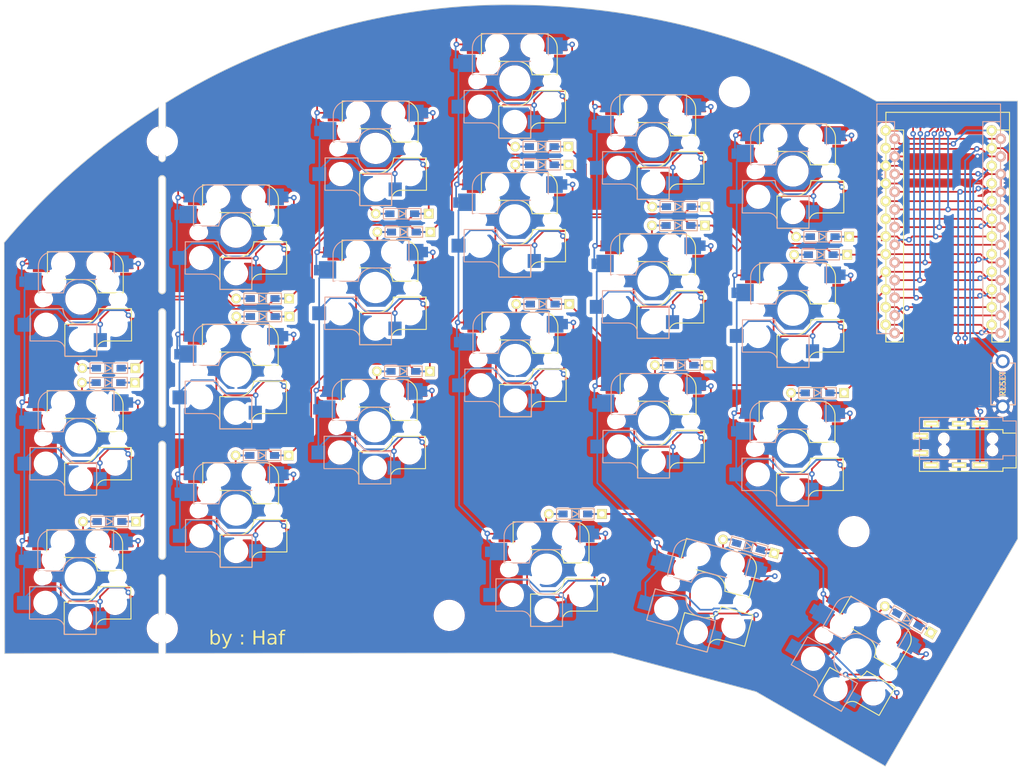
<source format=kicad_pcb>
(kicad_pcb (version 20221018) (generator pcbnew)
  (layers (0 "F.Cu" signal) (31 "B.Cu" signal) (34 "B.Paste" user) (35 "F.Paste" user) (36 "B.SilkS" user "B.Silkscreen") (37 "F.SilkS" user "F.Silkscreen") (38 "B.Mask" user) (39 "F.Mask" user) (44 "Edge.Cuts" user))
  (net 0 "")
  (net 1 "row0")
  (net 2 "Net-(D1-A)")
  (net 3 "row1")
  (net 4 "Net-(D2-A)")
  (net 5 "row2")
  (net 6 "Net-(D3-A)")
  (net 7 "Net-(D4-A)")
  (net 8 "Net-(D5-A)")
  (net 9 "Net-(D6-A)")
  (net 10 "Net-(D7-A)")
  (net 11 "Net-(D8-A)")
  (net 12 "Net-(D9-A)")
  (net 13 "Net-(D10-A)")
  (net 14 "Net-(D11-A)")
  (net 15 "Net-(D12-A)")
  (net 16 "row3")
  (net 17 "Net-(D13-A)")
  (net 18 "Net-(D14-A)")
  (net 19 "Net-(D15-A)")
  (net 20 "Net-(D16-A)")
  (net 21 "Net-(D17-A)")
  (net 22 "Net-(D18-A)")
  (net 23 "Net-(D19-A)")
  (net 24 "Net-(D20-A)")
  (net 25 "Net-(D21-A)")
  (net 26 "reset")
  (net 27 "GND")
  (net 28 "col0")
  (net 29 "col1")
  (net 30 "col2")
  (net 31 "col3")
  (net 32 "col4")
  (net 33 "col5")
  (net 34 "data")
  (net 35 "unconnected-(U1-8{slash}B4-Pad11)")
  (net 36 "unconnected-(U1-9{slash}B5-Pad12)")
  (net 37 "unconnected-(U1-B6{slash}10-Pad13)")
  (net 38 "unconnected-(U1-B2{slash}16-Pad14)")
  (net 39 "VCC")
  (net 40 "unconnected-(U1-RAW-Pad24)")
  (net 41 "unconnected-(J2-PadA)")
  (net 42 "unconnected-(U1-3{slash}D0{slash}SCL-Pad6)")
  (net 43 "unconnected-(U1-TX0{slash}D3-Pad1)")
  (net 44 "unconnected-(U1-2{slash}D1{slash}SDA-Pad5)")
  (footprint "lily:MX_Choc_Hotswap" (layer "F.Cu") (at 96.63 87.78)
    (fp_text reference "SW9" hide)
    (fp_text value "SW_PUSH" hide)
  )
  (footprint "lily:MX_Choc_Hotswap" (layer "F.Cu") (at 121.3354 108.266)
    (fp_text reference "SW13" hide)
    (fp_text value "SW_PUSH" hide)
  )
  (footprint "kora:D3_TH_SMD" (layer "F.Cu") (at 140.35 56.134 180)
    (fp_text reference "D14" hide)
    (fp_text value "D" hide)
  )
  (footprint "lily:TACT_SWITCH_TVBP06" (layer "F.Cu") (at 186.93 81.62 -90)
    (fp_text reference "RSW1" hide)
    (fp_text value "SW_PUSH" hide)
  )
  (footprint "lily:ProMicro_rev2" (layer "F.Cu") (at 178.92 59.95)
    (fp_text reference "U1" hide)
    (fp_text value "ProMicro" hide)
  )
  (footprint "kora:D3_TH_SMD" (layer "F.Cu") (at 140.74 78.93 180)
    (fp_text reference "D16" hide)
    (fp_text value "D" hide)
  )
  (footprint "kbd:M2_Hole_NPTH_Outside" (layer "F.Cu") (at 66.08 116.78)
    (fp_text reference "MH1")
    (fp_text value "MOUNT_HOLE")
  )
  (footprint "kbd:M2_Hole_NPTH_Outside" (layer "F.Cu") (at 66.08 46.76)
    (fp_text reference "MH2")
    (fp_text value "MOUNT_HOLE")
  )
  (footprint "lily:MX_Choc_Hotswap" (layer "F.Cu") (at 76.7 99.756)
    (fp_text reference "SW6" hide)
    (fp_text value "SW_PUSH" hide)
  )
  (footprint "lily:MX_Choc_Hotswap" (layer "F.Cu") (at 76.65 79.856)
    (fp_text reference "SW5" hide)
    (fp_text value "SW_PUSH" hide)
  )
  (footprint "kora:D3_TH_SMD" (layer "F.Cu") (at 120.66 50.11 180)
    (fp_text reference "D11" hide)
    (fp_text value "D" hide)
  )
  (footprint "lily:MX_Choc_Hotswap" (layer "F.Cu") (at 76.67 59.806)
    (fp_text reference "SW4" hide)
    (fp_text value "SW_PUSH" hide)
  )
  (footprint "kora:D3_TH_SMD" (layer "F.Cu") (at 160.305 82.91 180)
    (fp_text reference "D20" hide)
    (fp_text value "D" hide)
  )
  (footprint "kora:D3_TH_SMD" (layer "F.Cu") (at 125.48 100.32 180)
    (fp_text reference "D13" hide)
    (fp_text value "D" hide)
  )
  (footprint "kora:D3_TH_SMD" (layer "F.Cu") (at 100.584 57.15 180)
    (fp_text reference "D7" hide)
    (fp_text value "D" hide)
  )
  (footprint "kora:D3_TH_SMD" (layer "F.Cu") (at 58.39 79.356 180)
    (fp_text reference "D1" hide)
    (fp_text value "D" hide)
  )
  (footprint "lily:MX_Choc_Hotswap" (layer "F.Cu") (at 116.77 58.04)
    (fp_text reference "SW11" hide)
    (fp_text value "SW_PUSH" hide)
  )
  (footprint "lily:MX_Choc_Hotswap" (layer "F.Cu") (at 54.28 109.406)
    (fp_text reference "SW3" hide)
    (fp_text value "SW_PUSH" hide)
  )
  (footprint "kora:D3_TH_SMD" (layer "F.Cu") (at 150.391508 104.981508 165)
    (fp_text reference "D17" hide)
    (fp_text value "D" hide)
  )
  (footprint "kbd:M2_Hole_NPTH_Outside" (layer "F.Cu") (at 107.34 114.9)
    (fp_text reference "MH4")
    (fp_text value "MOUNT_HOLE")
  )
  (footprint "lily:MX_Choc_Hotswap" (layer "F.Cu") (at 156.71 90.93)
    (fp_text reference "SW20" hide)
    (fp_text value "SW_PUSH" hide)
  )
  (footprint "kora:D3_TH_SMD" (layer "F.Cu") (at 100.745 79.81 180)
    (fp_text reference "D9" hide)
    (fp_text value "D" hide)
  )
  (footprint "kora:D3_TH_SMD" (layer "F.Cu") (at 80.54 71.93 180)
    (fp_text reference "D5" hide)
    (fp_text value "D" hide)
  )
  (footprint "lily:MX_Choc_Hotswap" (layer "F.Cu") (at 136.65 66.84)
    (fp_text reference "SW15" hide)
    (fp_text value "SW_PUSH" hide)
  )
  (footprint "lily:MX_Choc_Hotswap" (layer "F.Cu") (at 96.74 67.76)
    (fp_text reference "SW8" hide)
    (fp_text value "SW_PUSH" hide)
  )
  (footprint "lily:MX_Choc_Hotswap" (layer "F.Cu") (at 116.86 78.12)
    (fp_text reference "SW12" hide)
    (fp_text value "SW_PUSH" hide)
  )
  (footprint "kora:D3_TH_SMD" (layer "F.Cu") (at 160.755 63.04 180)
    (fp_text reference "D19" hide)
    (fp_text value "D" hide)
  )
  (footprint "kora:D3_TH_SMD" (layer "F.Cu") (at 173.282805 115.4925 150)
    (fp_text reference "D21" hide)
    (fp_text value "D" hide)
  )
  (footprint "kora:D3_TH_SMD" (layer "F.Cu") (at 100.815 59.78 180)
    (fp_text reference "D8" hide)
    (fp_text value "D" hide)
  )
  (footprint "kbd:M2_Hole_NPTH_Outside" (layer "F.Cu") (at 148.336 39.624)
    (fp_text reference "MH3")
    (fp_text value "MOUNT_HOLE")
  )
  (footprint "lily:MX_Choc_Hotswap" (layer "F.Cu") (at 54.34 89.39)
    (fp_text reference "SW2" hide)
    (fp_text value "SW_PUSH" hide)
  )
  (footprint "kora:D3_TH_SMD" (layer "F.Cu") (at 80.51 69.342 180)
    (fp_text reference "D4" hide)
    (fp_text value "D" hide)
  )
  (footprint "kbd:M2_Hole_NPTH_Outside" (layer "F.Cu") (at 165.54 102.86)
    (fp_text reference "MH5")
    (fp_text value "MOUNT_HOLE")
  )
  (footprint "lily:MX_Choc_Hotswap" (layer "F.Cu") (at 144.3362 111.6467 -15)
    (fp_text reference "SW17" hide)
    (fp_text value "SW_PUSH" hide)
  )
  (footprint "kora:D3_TH_SMD" (layer "F.Cu") (at 120.65 47.498 180)
    (fp_text reference "D10" hide)
    (fp_text value "D" hide)
  )
  (footprint "lily:MX_Choc_Hotswap" (layer "F.Cu") (at 156.78 71.02)
    (fp_text reference "SW19" hide)
    (fp_text value "SW_PUSH" hide)
  )
  (footprint "kora:D3_TH_SMD" (layer "F.Cu") (at 120.785 70.14 180)
    (fp_text reference "D12" hide)
    (fp_text value "D" hide)
  )
  (footprint "lily:TRRS_JACK_MJ4PP9" (layer "F.Cu") (at 186.9575 91.195 -90)
    (fp_text reference "J2" hide)
    (fp_text value "MJ-4PP-9" hide)
  )
  (footprint "lily:MX_Choc_Hotswap" (layer "F.Cu") (at 156.78 51.01)
    (fp_text reference "SW18" hide)
    (fp_text value "SW_PUSH" hide)
  )
  (footprint "lily:MX_Choc_Hotswap" (layer "F.Cu") (at 116.77 38.06)
    (fp_text reference "SW10" hide)
    (fp_text value "SW_PUSH" hide)
  )
  (footprint "lily:MX_Choc_Hotswap" (layer "F.Cu") (at 165.8451 120.4304 -30)
    (fp_text reference "SW21" hide)
    (fp_text value "SW_PUSH" hide)
  )
  (footprint "kora:D3_TH_SMD" (layer "F.Cu") (at 58.345 81.436 180)
    (fp_text reference "D2" hide)
    (fp_text value "D" hide)
  )
  (footprint "kora:D3_TH_SMD" (layer "F.Cu") (at 161.039 60.452 180)
    (fp_text reference "D18" hide)
    (fp_text value "D" hide)
  )
  (footprint "lily:MX_Choc_Hotswap" (layer "F.Cu") (at 136.67 46.85)
    (fp_text reference "SW14" hide)
    (fp_text value "SW_PUSH" hide)
  )
  (footprint "kora:D3_TH_SMD" (layer "F.Cu") (at 58.495 101.406 180)
    (fp_text reference "D3" hide)
    (fp_text value "D" hide)
  )
  (footprint "kora:D3_TH_SMD" (layer "F.Cu") (at 80.44 91.9 180)
    (fp_text reference "D6" hide)
    (fp_text value "D" hide)
  )
  (footprint "kora:D3_TH_SMD" (layer "F.Cu") (at 140.3 58.84 180)
    (fp_text reference "D15" hide)
    (fp_text value "D" hide)
  )
  (footprint "lily:MX_Choc_Hotswap" (layer "F.Cu") (at 136.73 86.93)
    (fp_text reference "SW16" hide)
    (fp_text value "SW_PUSH" hide)
  )
  (footprint "lily:MX_Choc_Hotswap" (layer "F.Cu") (at 96.77 47.75)
    (fp_text reference "SW7" hide)
    (fp_text value "SW_PUSH" hide)
  )
  (footprint "lily:MX_Choc_Hotswap" (layer "F.Cu") (at 54.368 69.4175)
    (fp_text reference "SW1" hide)
    (fp_text value "SW_PUSH" hide)
  )
  (gr_arc (start 65.56 109.500001) (mid 65.706447 109.146448) (end 66.06 109.000001) (stroke (width 0.1)) (layer "Edge.Cuts"))
  (gr_line (start 168.795342 40.977298) (end 189.06 40.94) (stroke (width 0.1)) (layer "Edge.Cuts"))
  (gr_arc (start 66.06 68.660001) (mid 65.706447 68.513554) (end 65.56 68.160001) (stroke (width 0.15)) (layer "Edge.Cuts"))
  (gr_line (start 189.06 40.94) (end 189.08 103.91) (stroke (width 0.1)) (layer "Edge.Cuts"))
  (gr_line (start 65.56 49.180001) (end 65.56 41.830001) (stroke (width 0.1)) (layer "Edge.Cuts"))
  (gr_arc (start 66.07 106.860001) (mid 65.716447 106.713554) (end 65.57 106.360001) (stroke (width 0.15)) (layer "Edge.Cuts"))
  (gr_line (start 66.57 90.360001) (end 66.57 106.360001) (stroke (width 0.15)) (layer "Edge.Cuts"))
  (gr_arc (start 66.06 109.000001) (mid 66.413553 109.146448) (end 66.56 109.500001) (stroke (width 0.1)) (layer "Edge.Cuts"))
  (gr_arc (start 43.332789 61.318779) (mid 53.689852 50.711543) (end 65.56 41.830002) (stroke (width 0.1)) (layer "Edge.Cuts"))
  (gr_arc (start 66.56 68.160001) (mid 66.413553 68.513554) (end 66.06 68.660001) (stroke (width 0.15)) (layer "Edge.Cuts"))
  (gr_line (start 65.56 109.500001) (end 65.56 120.37) (stroke (width 0.1)) (layer "Edge.Cuts"))
  (gr_arc (start 66.56 49.180001) (mid 66.413553 49.533554) (end 66.06 49.680001) (stroke (width 0.1)) (layer "Edge.Cuts"))
  (gr_line (start 170.04 136.59) (end 189.08 103.91) (stroke (width 0.1)) (layer "Edge.Cuts"))
  (gr_arc (start 65.57 71.310001) (mid 65.716447 70.956448) (end 66.07 70.810001) (stroke (width 0.15)) (layer "Edge.Cuts"))
  (gr_line (start 109.81 120.34) (end 130.81 120.34) (stroke (width 0.1)) (layer "Edge.Cuts"))
  (gr_arc (start 66.06 51.660001) (mid 66.413553 51.806448) (end 66.56 52.160001) (stroke (width 0.15)) (layer "Edge.Cuts"))
  (gr_line (start 66.56 49.180001) (end 66.56 41.190001) (stroke (width 0.1)) (layer "Edge.Cuts"))
  (gr_arc (start 66.07 70.810001) (mid 66.423553 70.956448) (end 66.57 71.310001) (stroke (width 0.15)) (layer "Edge.Cuts"))
  (gr_arc (start 116.917513 27.099036) (mid 143.742599 30.725601) (end 168.795342 40.977298) (stroke (width 0.1)) (layer "Edge.Cuts"))
  (gr_line (start 66.57 71.310001) (end 66.57 87.310001) (stroke (width 0.15)) (layer "Edge.Cuts"))
  (gr_arc (start 66.56 41.190001) (mid 90.732267 30.546881) (end 116.917545 27.096413) (stroke (width 0.1)) (layer "Edge.Cuts"))
  (gr_line (start 66.56 120.37) (end 109.81 120.34) (stroke (width 0.1)) (layer "Edge.Cuts"))
  (gr_line (start 43.35 61.68) (end 43.41 120.39) (stroke (width 0.1)) (layer "Edge.Cuts"))
  (gr_arc (start 66.57 87.310001) (mid 66.423553 87.663554) (end 66.07 87.810001) (stroke (width 0.15)) (layer "Edge.Cuts"))
  (gr_line (start 66.56 109.500001) (end 66.56 120.37) (stroke (width 0.1)) (layer "Edge.Cuts"))
  (gr_arc (start 65.56 52.160001) (mid 65.706447 51.806448) (end 66.06 51.660001) (stroke (width 0.15)) (layer "Edge.Cuts"))
  (gr_line (start 65.56 68.160001) (end 65.56 52.160001) (stroke (width 0.15)) (layer "Edge.Cuts"))
  (gr_line (start 151.47 125.89) (end 170.04 136.59) (stroke (width 0.1)) (layer "Edge.Cuts"))
  (gr_arc (start 66.06 49.680001) (mid 65.706447 49.533554) (end 65.56 49.180001) (stroke (width 0.1)) (layer "Edge.Cuts"))
  (gr_line (start 66.56 52.160001) (end 66.56 68.160001) (stroke (width 0.15)) (layer "Edge.Cuts"))
  (gr_line (start 43.35 61.68) (end 43.332789 61.318779) (stroke (width 0.1)) (layer "Edge.Cuts"))
  (gr_arc (start 66.57 106.360001) (mid 66.423553 106.713554) (end 66.07 106.860001) (stroke (width 0.15)) (layer "Edge.Cuts"))
  (gr_arc (start 66.07 87.810001) (mid 65.716447 87.663554) (end 65.57 87.310001) (stroke (width 0.15)) (layer "Edge.Cuts"))
  (gr_line (start 43.41 120.39) (end 65.56 120.37) (stroke (width 0.1)) (layer "Edge.Cuts"))
  (gr_arc (start 65.57 90.360001) (mid 65.716447 90.006448) (end 66.07 89.860001) (stroke (width 0.15)) (layer "Edge.Cuts"))
  (gr_line (start 130.81 120.34) (end 151.47 125.89) (stroke (width 0.1)) (layer "Edge.Cuts"))
  (gr_line (start 65.57 106.360001) (end 65.57 90.360001) (stroke (width 0.15)) (layer "Edge.Cuts"))
  (gr_arc (start 66.07 89.860001) (mid 66.423553 90.006448) (end 66.57 90.360001) (stroke (width 0.15)) (layer "Edge.Cuts"))
  (gr_line (start 65.57 87.310001) (end 65.57 71.310001) (stroke (width 0.15)) (layer "Edge.Cuts"))
  (gr_text "by : Haf" (at 72.77 119.43) (layer "F.SilkS") (effects (font (size 2 2)) (justify left bottom)))
  (segment (start 150.114 61.468) (end 150.368 61.468) (width 0.25) (layer "F.Cu") (net 1))
  (segment (start 65.76 69.04) (end 74.950552 69.04) (width 0.25) (layer "F.Cu") (net 1))
  (segment (start 162.814 60.452) (end 164.849 60.452) (width 0.25) (layer "F.Cu") (net 1))
  (segment (start 171.740321 60.42) (end 172.936066 61.615745) (width 0.25) (layer "F.Cu") (net 1))
  (segment (start 90.7915 58.3065) (end 101.2025 58.3065) (width 0.25) (layer "F.Cu") (net 1))
  (segment (start 127 57.021604) (end 127.186396 57.208) (width 0.25) (layer "F.Cu") (net 1))
  (segment (start 84.32 69.342) (end 87.167 66.495) (width 0.25) (layer "F.Cu") (net 1))
  (segment (start 104.394 57.15) (end 104.394 55.243604) (width 0.25) (layer "F.Cu") (net 1))
  (segment (start 127.186396 57.208) (end 141.051 57.208) (width 0.25) (layer "F.Cu") (net 1))
  (segment (start 101.2025 58.3065) (end 102.359 57.15) (width 0.25) (layer "F.Cu") (net 1))
  (segment (start 104.394 55.243604) (end 111.001104 48.6365) (width 0.25) (layer "F.Cu") (net 1))
  (segment (start 64.05 77.506) (end 64.05 70.75) (width 0.25) (layer "F.Cu") (net 1))
  (segment (start 87.167 61.931) (end 90.7915 58.3065) (width 0.25) (layer "F.Cu") (net 1))
  (segment (start 60.165 79.356) (end 62.2 79.356) (width 0.25) (layer "F.Cu") (net 1))
  (segment (start 62.2 79.356) (end 64.05 77.506) (width 0.25) (layer "F.Cu") (net 1))
  (segment (start 82.285 69.342) (end 84.32 69.342) (width 0.25) (layer "F.Cu") (net 1))
  (segment (start 164.849 60.452) (end 170.068 60.452) (width 0.25) (layer "F.Cu") (net 1))
  (segment (start 102.359 57.15) (end 104.394 57.15) (width 0.25) (layer "F.Cu") (net 1))
  (segment (start 169.53 60.99) (end 170.1 60.42) (width 0.25) (layer "F.Cu") (net 1))
  (segment (start 121.2865 48.6365) (end 122.425 47.498) (width 0.25) (layer "F.Cu") (net 1))
  (segment (start 76.276052 70.3655) (end 81.2615 70.3655) (width 0.25) (layer "F.Cu") (net 1))
  (segment (start 170.1 60.42) (end 171.740321 60.42) (width 0.25) (layer "F.Cu") (net 1))
  (segment (start 81.2615 70.3655) (end 82.285 69.342) (width 0.25) (layer "F.Cu") (net 1))
  (segment (start 141.051 57.208) (end 142.125 56.134) (width 0.25) (layer "F.Cu") (net 1))
  (segment (start 172.936066 61.615745) (end 186.638815 61.615745) (width 0.25) (layer "F.Cu") (net 1))
  (segment (start 170.068 60.452) (end 170.1 60.42) (width 0.25) (layer "F.Cu") (net 1))
  (segment (start 149.494 61.468) (end 150.114 61.468) (width 0.25) (layer "F.Cu") (net 1))
  (segment (start 144.16 56.134) (end 149.494 61.468) (width 0.25) (layer "F.Cu") (net 1))
  (segment (start 64.05 70.75) (end 65.76 69.04) (width 0.25) (layer "F.Cu") (net 1))
  (segment (start 124.46 47.498) (end 127 50.038) (width 0.25) (layer "F.Cu") (net 1))
  (segment (start 150.1215 61.4755) (end 161.7905 61.4755) (width 0.25) (layer "F.Cu") (net 1))
  (segment (start 74.950552 69.04) (end 76.276052 70.3655) (width 0.25) (layer "F.Cu") (net 1))
  (segment (start 111.001104 48.6365) (end 121.2865 48.6365) (width 0.25) (layer "F.Cu") (net 1))
  (segment (start 87.167 66.495) (end 87.167 61.931) (width 0.25) (layer "F.Cu") (net 1))
  (segment (start 150.114 61.468) (end 150.1215 61.4755) (width 0.25) (layer "F.Cu") (net 1))
  (segment (start 122.425 47.498) (end 124.46 47.498) (width 0.25) (layer "F.Cu") (net 1))
  (segment (start 142.125 56.134) (end 144.16 56.134) (width 0.25) (layer "F.Cu") (net 1))
  (segment (start 161.7905 61.4755) (end 162.814 60.452) (width 0.25) (layer "F.Cu") (net 1))
  (segment (start 127 50.038) (end 127 57.021604) (width 0.25) (layer "F.Cu") (net 1))
  (segment (start 60.165 79.356) (end 62.2 79.356) (width 0.25) (layer "B.Cu") (net 1))
  (segment (start 82.285 69.342) (end 84.32 69.342) (width 0.25) (layer "B.Cu") (net 1))
  (segment (start 102.359 57.15) (end 104.394 57.15) (width 0.25) (layer "B.Cu") (net 1))
  (segment (start 162.814 60.452) (end 164.849 60.452) (width 0.25) (layer "B.Cu") (net 1))
  (segment (start 122.425 47.498) (end 124.46 47.498) (width 0.25) (layer "B.Cu") (net 1))
  (segment (start 142.125 56.134) (end 144.16 56.134) (width 0.25) (layer "B.Cu") (net 1))
  (segment (start 57.16 72.33) (end 58.47 71.02) (width 0.25) (layer "F.Cu") (net 2))
  (segment (start 61.862501 66.877499) (end 61.88 66.86) (width 0.25) (layer "F.Cu") (net 2))
  (segment (start 61.268 66.877499) (end 62.827999 66.877499) (width 0.25) (layer "F.Cu") (net 2))
  (segment (start 62.315499 65.83) (end 62.59 65.83) (width 0.25) (layer "F.Cu") (net 2))
  (segment (start 61.268 70.878) (end 61.268 66.877499) (width 0.25) (layer "F.Cu") (net 2))
  (segment (start 61.38 70.99) (end 61.268 70.878) (width 0.25) (layer "F.Cu") (net 2))
  (segment (start 51.568 75.3175) (end 51.243 74.9925) (width 0.25) (layer "F.Cu") (net 2))
  (segment (start 61.268 66.877499) (end 62.315499 65.83) (width 0.25) (layer "F.Cu") (net 2))
  (segment (start 61.862501 66.877499) (end 61.268 66.877499) (width 0.25) (layer "F.Cu") (net 2))
  (segment (start 61.35 71.02) (end 61.38 70.99) (width 0.25) (layer "F.Cu") (net 2))
  (segment (start 51.568 76.344) (end 51.568 75.3175) (width 0.25) (layer "F.Cu") (net 2))
  (segment (start 58.47 71.02) (end 61.35 71.02) (width 0.25) (layer "F.Cu") (net 2))
  (segment (start 62.62 65.8) (end 62.62 64.32) (width 0.25) (layer "F.Cu") (net 2))
  (segment (start 62.827999 66.877499) (end 62.868 66.9175) (width 0.25) (layer "F.Cu") (net 2))
  (segment (start 57.16 73.05) (end 57.16 72.33) (width 0.25) (layer "F.Cu") (net 2))
  (segment (start 62.59 65.83) (end 62.62 65.8) (width 0.25) (layer "F.Cu") (net 2))
  (segment (start 52.68 73.05) (end 57.16 73.05) (width 0.25) (layer "F.Cu") (net 2))
  (segment (start 56.615 79.356) (end 54.58 79.356) (width 0.25) (layer "F.Cu") (net 2))
  (segment (start 51.243 74.9925) (end 51.243 74.487) (width 0.25) (layer "F.Cu") (net 2))
  (segment (start 51.243 74.487) (end 52.68 73.05) (width 0.25) (layer "F.Cu") (net 2))
  (segment (start 54.58 79.356) (end 51.568 76.344) (width 0.25) (layer "F.Cu") (net 2))
  (via (at 57.16 73.05) (size 0.8) (drill 0.4) (layers "F.Cu" "B.Cu") (net 2))
  (via (at 62.62 64.32) (size 0.8) (drill 0.4) (layers "F.Cu" "B.Cu") (net 2))
  (segment (start 61.548 64.3375) (end 61.568 64.3175) (width 0.25) (layer "B.Cu") (net 2))
  (segment (start 62.62 64.32) (end 62.6025 64.3375) (width 0.25) (layer "B.Cu") (net 2))
  (segment (start 57.168 75.3175) (end 57.168 73.058) (width 0.25) (layer "B.Cu") (net 2))
  (segment (start 54.58 79.356) (end 56.615 79.356) (width 0.25) (layer "B.Cu") (net 2))
  (segment (start 62.6025 64.3375) (end 60.068 64.3375) (width 0.25) (layer "B.Cu") (net 2))
  (segment (start 57.168 73.058) (end 57.16 73.05) (width 0.25) (layer "B.Cu") (net 2))
  (segment (start 60.068 64.3375) (end 61.548 64.3375) (width 0.25) (layer "B.Cu") (net 2))
  (segment (start 91.1035 58.7565) (end 101.5665 58.7565) (width 0.25) (layer "F.Cu") (net 3))
  (segment (start 170.02 63.04) (end 170.1 62.96) (width 0.25) (layer "F.Cu") (net 3))
  (segment (start 184.935745 64.155745) (end 186.638815 64.155745) (width 0.25) (layer "F.Cu") (net 3))
  (segment (start 104.625 59.78) (end 107.717 56.688) (width 0.25) (layer "F.Cu") (net 3))
  (segment (start 65.946397 69.49) (end 74.764156 69.49) (width 0.25) (layer "F.Cu") (net 3))
  (segment (start 144.11 58.84) (end 145.2 58.84) (width 0.25) (layer "F.Cu") (net 3))
  (segment (start 87.617 68.663) (end 87.617 62.243) (width 0.25) (layer "F.Cu") (net 3))
  (segment (start 164.565 63.04) (end 170.02 63.04) (width 0.25) (layer "F.Cu") (net 3))
  (segment (start 81.2005 70.8155) (end 82.315 71.93) (width 0.25) (layer "F.Cu") (net 3))
  (segment (start 126.492 57.15) (end 127 57.658) (width 0.25) (layer "F.Cu") (net 3))
  (segment (start 121.4115 49.0865) (end 122.435 50.11) (width 0.25) (layer "F.Cu") (net 3))
  (segment (start 63.77 79.83) (end 64.5 79.1) (width 0.25) (layer "F.Cu") (net 3))
  (segment (start 102.59 59.78) (end 104.625 59.78) (width 0.25) (layer "F.Cu") (net 3))
  (segment (start 124.47 50.11) (end 126.492 52.132) (width 0.25) (layer "F.Cu") (net 3))
  (segment (start 64.5 79.1) (end 64.5 70.936397) (width 0.25) (layer "F.Cu") (net 3))
  (segment (start 107.717 56.688) (end 107.717 52.557) (width 0.25) (layer "F.Cu") (net 3))
  (segment (start 64.5 70.936397) (end 65.946397 69.49) (width 0.25) (layer "F.Cu") (net 3))
  (segment (start 140.893 57.658) (end 142.075 58.84) (width 0.25) (layer "F.Cu") (net 3))
  (segment (start 62.155 81.436) (end 63.761 79.83) (width 0.25) (layer "F.Cu") (net 3))
  (segment (start 170.1 62.96) (end 183.74 62.96) (width 0.25) (layer "F.Cu") (net 3))
  (segment (start 126.492 52.132) (end 126.492 57.15) (width 0.25) (layer "F.Cu") (net 3))
  (segment (start 111.1875 49.0865) (end 121.4115 49.0865) (width 0.25) (layer "F.Cu") (net 3))
  (segment (start 149.3115 62.0165) (end 161.5065 62.0165) (width 0.25) (layer "F.Cu") (net 3))
  (segment (start 76.089656 70.8155) (end 81.2005 70.8155) (width 0.25) (layer "F.Cu") (net 3))
  (segment (start 161.5065 62.0165) (end 162.53 63.04) (width 0.25) (layer "F.Cu") (net 3))
  (segment (start 183.74 62.96) (end 184.935745 64.155745) (width 0.25) (layer "F.Cu") (net 3))
  (segment (start 101.5665 58.7565) (end 102.59 59.78) (width 0.25) (layer "F.Cu") (net 3))
  (segment (start 142.075 58.84) (end 144.11 58.84) (width 0.25) (layer "F.Cu") (net 3))
  (segment (start 60.12 81.436) (end 62.155 81.436) (width 0.25) (layer "F.Cu") (net 3))
  (segment (start 148.844 62.484) (end 149.3115 62.0165) (width 0.25) (layer "F.Cu") (net 3))
  (segment (start 127 57.658) (end 140.893 57.658) (width 0.25) (layer "F.Cu") (net 3))
  (segment (start 74.764156 69.49) (end 76.089656 70.8155) (width 0.25) (layer "F.Cu") (net 3))
  (segment (start 87.617 62.243) (end 91.1035 58.7565) (width 0.25) (layer "F.Cu") (net 3))
  (segment (start 122.435 50.11) (end 124.47 50.11) (width 0.25) (layer "F.Cu") (net 3))
  (segment (start 84.35 71.93) (end 87.617 68.663) (width 0.25) (layer "F.Cu") (net 3))
  (segment (start 107.717 52.557) (end 111.1875 49.0865) (width 0.25) (layer "F.Cu") (net 3))
  (segment (start 82.315 71.93) (end 84.35 71.93) (width 0.25) (layer "F.Cu") (net 3))
  (segment (start 63.761 79.83) (end 63.77 79.83) (width 0.25) (layer "F.Cu") (net 3))
  (segment (start 162.53 63.04) (end 164.565 63.04) (width 0.25) (layer "F.Cu") (net 3))
  (segment (start 145.2 58.84) (end 148.844 62.484) (width 0.25) (layer "F.Cu") (net 3))
  (segment (start 142.075 58.84) (end 144.11 58.84) (width 0.25) (layer "B.Cu") (net 3))
  (segment (start 82.315 71.93) (end 84.35 71.93) (width 0.25) (layer "B.Cu") (net 3))
  (segment (start 122.435 50.11) (end 124.47 50.11) (width 0.25) (layer "B.Cu") (net 3))
  (segment (start 162.53 63.04) (end 164.565 63.04) (width 0.25) (layer "B.Cu") (net 3))
  (segment (start 60.12 81.436) (end 62.155 81.436) (width 0.25) (layer "B.Cu") (net 3))
  (segment (start 102.59 59.78) (end 104.625 59.78) (width 0.25) (layer "B.Cu") (net 3))
  (segment (start 51.52 96.2865) (end 51.52 95.26) (width 0.25) (layer "F.Cu") (net 4))
  (segment (start 51.195 94.935) (end 51.195 94.4295) (width 0.25) (layer "F.Cu") (net 4))
  (segment (start 61.814501 86.819999) (end 61.22 86.819999) (width 0.25) (layer "F.Cu") (net 4))
  (segment (start 62.572 85.7425) (end 62.572 84.2625) (width 0.25) (layer "F.Cu") (net 4))
  (segment (start 61.302 90.9625) (end 61.332 90.9325) (width 0.25) (layer "F.Cu") (net 4))
  (segment (start 51.195 94.4295) (end 52.632 92.9925) (width 0.25) (layer "F.Cu") (net 4))
  (segment (start 51.52 95.26) (end 51.195 94.935) (width 0.25) (layer "F.Cu") (net 4))
  (segment (start 51.54 95.29) (end 51.54 88.491649) (width 0.25) (layer "F.Cu") (net 4))
  (segment (start 61.814501 86.819999) (end 61.832 86.8025) (width 0.25) (layer "F.Cu") (net 4))
  (segment (start 52.632 92.9925) (end 57.112 92.9925) (width 0.25) (layer "F.Cu") (net 4))
  (segment (start 61.22 90.8205) (end 61.22 86.819999) (width 0.25) (layer "F.Cu") (net 4))
  (segment (start 62.267499 85.7725) (end 62.542 85.7725) (width 0.25) (layer "F.Cu") (net 4))
  (segment (start 57.112 92.2725) (end 58.422 90.9625) (width 0.25) (layer "F.Cu") (net 4))
  (segment (start 57.112 92.9925) (end 57.112 92.2725) (width 0.25) (layer "F.Cu") (net 4))
  (segment (start 61.332 90.9325) (end 61.22 90.8205) (width 0.25) (layer "F.Cu") (net 4))
  (segment (start 62.542 85.7725) (end 62.572 85.7425) (width 0.25) (layer "F.Cu") (net 4))
  (segment (start 54.535 81.436) (end 56.57 81.436) (width 0.25) (layer "F.Cu") (net 4))
  (segment (start 51.54 88.491649) (end 54.535 85.496649) (width 0.25) (layer "F.Cu") (net 4))
  (segment (start 54.535 85.496649) (end 54.535 81.436) (width 0.25) (layer "F.Cu") (net 4))
  (segment (start 58.422 90.9625) (end 61.302 90.9625) (width 0.25) (layer "F.Cu") (net 4))
  (segment (start 61.24 86.849999) (end 62.799999 86.849999) (width 0.25) (layer "F.Cu") (net 4))
  (segment (start 61.22 86.819999) (end 62.267499 85.7725) (width 0.25) (layer "F.Cu") (net 4))
  (segment (start 62.799999 86.849999) (end 62.84 86.89) (width 0.25) (layer "F.Cu") (net 4))
  (via (at 57.112 92.9925) (size 0.8) (drill 0.4) (layers "F.Cu" "B.Cu") (net 4))
  (via (at 62.572 84.2625) (size 0.8) (drill 0.4) (layers "F.Cu" "B.Cu") (net 4))
  (segment (start 60.04 84.31) (end 61.52 84.31) (width 0.25) (layer "B.Cu") (net 4))
  (segment (start 54.535 81.436) (end 56.57 81.436) (width 0.25) (layer "B.Cu") (net 4))
  (segment (start 57.12 93.0005) (end 57.112 92.9925) (width 0.25) (layer "B.Cu") (net 4))
  (segment (start 61.52 84.31) (end 61.54 84.29) (width 0.25) (layer "B.Cu") (net 4))
  (segment (start 57.12 95.26) (end 57.12 93.0005) (width 0.25) (layer "B.Cu") (net 4))
  (segment (start 62.5545 84.28) (end 60.02 84.28) (width 0.25) (layer "B.Cu") (net 4))
  (segment (start 62.572 84.2625) (end 62.5545 84.28) (width 0.25) (layer "B.Cu") (net 4))
  (segment (start 162.08 82.91) (end 164.115 82.91) (width 0.25) (layer "F.Cu") (net 5))
  (segment (start 60.27 101.406) (end 62.305 101.406) (width 0.25) (layer "F.Cu") (net 5))
  (segment (start 64.24 99.471) (end 64.24 90.46) (width 0.25) (layer "F.Cu") (net 5))
  (segment (start 142.515 78.93) (end 144.55 78.93) (width 0.25) (layer "F.Cu") (net 5))
  (segment (start 91.009195 78.74) (end 101.45 78.74) (width 0.25) (layer "F.Cu") (net 5))
  (segment (start 121.5365 69.1165) (end 122.56 70.14) (width 0.25) (layer "F.Cu") (net 5))
  (segment (start 168.563 67.037) (end 170.1 65.5) (width 0.25) (layer "F.Cu") (net 5))
  (segment (start 84.25 91.9) (end 87.487 88.663) (width 0.25) (layer "F.Cu") (net 5))
  (segment (start 87.487 88.663) (end 87.487 82.262195) (width 0.25) (layer "F.Cu") (net 5))
  (segment (start 124.595 70.14) (end 132.3615 77.9065) (width 0.25) (layer "F.Cu") (net 5))
  (segment (start 132.3615 77.9065) (end 141.4915 77.9065) (width 0.25) (layer "F.Cu") (net 5))
  (segment (start 111.192695 69.1165) (end 121.5365 69.1165) (width 0.25) (layer "F.Cu") (net 5))
  (segment (start 65.85 88.85) (end 79.165 88.85) (width 0.25) (layer "F.Cu") (net 5))
  (segment (start 102.52 79.81) (end 104.555 79.81) (width 0.25) (layer "F.Cu") (net 5))
  (segment (start 141.4915 77.9065) (end 142.515 78.93) (width 0.25) (layer "F.Cu") (net 5))
  (segment (start 183.802749 65.5) (end 184.998494 66.695745) (width 0.25) (layer "F.Cu") (net 5))
  (segment (start 64.24 90.46) (end 65.85 88.85) (width 0.25) (layer "F.Cu") (net 5))
  (segment (start 184.998494 66.695745) (end 186.638815 66.695745) (width 0.25) (layer "F.Cu") (net 5))
  (segment (start 79.165 88.85) (end 82.215 91.9) (width 0.25) (layer "F.Cu") (net 5))
  (segment (start 170.1 65.5) (end 183.802749 65.5) (width 0.25) (layer "F.Cu") (net 5))
  (segment (start 82.215 91.9) (end 84.25 91.9) (width 0.25) (layer "F.Cu") (net 5))
  (segment (start 101.45 78.74) (end 102.52 79.81) (width 0.25) (layer "F.Cu") (net 5))
  (segment (start 164.115 82.91) (end 168.563 78.462) (width 0.25) (layer "F.Cu") (net 5))
  (segment (start 87.487 82.262195) (end 91.009195 78.74) (width 0.25) (layer "F.Cu") (net 5))
  (segment (start 104.555 75.754195) (end 111.192695 69.1165) (width 0.25) (layer "F.Cu") (net 5))
  (segment (start 160.958 81.788) (end 162.08 82.91) (width 0.25) (layer "F.Cu") (net 5))
  (segment (start 104.555 79.81) (end 104.555 75.754195) (width 0.25) (layer "F.Cu") (net 5))
  (segment (start 122.56 70.14) (end 124.595 70.14) (width 0.25) (layer "F.Cu") (net 5))
  (segment (start 168.563 78.462) (end 168.563 67.037) (width 0.25) (layer "F.Cu") (net 5))
  (segment (start 62.305 101.406) (end 64.24 99.471) (width 0.25) (layer "F.Cu") (net 5))
  (segment (start 147.408 81.788) (end 160.958 81.788) (width 0.25) (layer "F.Cu") (net 5))
  (segment (start 144.55 78.93) (end 147.408 81.788) (width 0.25) (layer "F.Cu") (net 5))
  (segment (start 142.515 78.93) (end 144.55 78.93) (width 0.25) (layer "B.Cu") (net 5))
  (segment (start 60.27 101.406) (end 62.305 101.406) (width 0.25) (layer "B.Cu") (net 5))
  (segment (start 82.215 91.9) (end 84.25 91.9) (width 0.25) (layer "B.Cu") (net 5))
  (segment (start 122.56 70.14) (end 124.595 70.14) (width 0.25) (layer "B.Cu") (net 5))
  (segment (start 102.52 79.81) (end 104.555 79.81) (width 0.25) (layer "B.Cu") (net 5))
  (segment (start 162.08 82.91) (end 164.115 82.91) (width 0.25) (layer "B.Cu") (net 5))
  (segment (start 51.48 115.306) (end 51.48 108.507649) (width 0.25) (layer "F.Cu") (net 6))
  (segment (start 51.54 115.18) (end 51.215 114.855) (width 0.25) (layer "F.Cu") (net 6))
  (segment (start 61.24 106.739999) (end 62.287499 105.6925) (width 0.25) (layer "F.Cu") (net 6))
  (segment (start 54.685 101.406) (end 56.72 101.406) (width 0.25) (layer "F.Cu") (net 6))
  (segment (start 51.215 114.3495) (end 52.652 112.9125) (width 0.25) (layer "F.Cu") (net 6))
  (segment (start 58.442 110.8825) (end 61.322 110.8825) (width 0.25) (layer "F.Cu") (net 6))
  (segment (start 51.48 108.507649) (end 54.685 105.302649) (width 0.25) (layer "F.Cu") (net 6))
  (segment (start 62.739999 106.865999) (end 62.78 106.906) (width 0.25) (layer "F.Cu") (net 6))
  (segment (start 62.287499 105.6925) (end 62.562 105.6925) (width 0.25) (layer "F.Cu") (net 6))
  (segment (start 51.215 114.855) (end 51.215 114.3495) (width 0.25) (layer "F.Cu") (net 6))
  (segment (start 57.132 112.9125) (end 57.132 112.1925) (width 0.25) (layer "F.Cu") (net 6))
  (segment (start 61.834501 106.739999) (end 61.852 106.7225) (width 0.25) (layer "F.Cu") (net 6))
  (segment (start 54.685 105.302649) (end 54.685 101.406) (width 0.25) (layer "F.Cu") (net 6))
  (segment (start 61.18 106.865999) (end 62.739999 106.865999) (width 0.25) (layer "F.Cu") (net 6))
  (segment (start 62.562 105.6925) (end 62.592 105.6625) (width 0.25) (layer "F.Cu") (net 6))
  (segment (start 52.652 112.9125) (end 57.132 112.9125) (width 0.25) (layer "F.Cu") (net 6))
  (segment (start 57.132 112.1925) (end 58.442 110.8825) (width 0.25) (layer "F.Cu") (net 6))
  (segment (start 61.352 110.8525) (end 61.24 110.7405) (width 0.25) (layer "F.Cu") (net 6))
  (segment (start 51.54 116.2065) (end 51.54 115.18) (width 0.25) (layer "F.Cu") (net 6))
  (segment (start 61.322 110.8825) (end 61.352 110.8525) (width 0.25) (layer "F.Cu") (net 6))
  (segment (start 62.592 105.6625) (end 62.592 104.1825) (width 0.25) (layer "F.Cu") (net 6))
  (segment (start 61.24 110.7405) (end 61.24 106.739999) (width 0.25) (layer "F.Cu") (net 6))
  (segment (start 61.834501 106.739999) (end 61.24 106.739999) (width 0.25) (layer "F.Cu") (net 6))
  (via (at 57.132 112.9125) (size 0.8) (drill 0.4) (layers "F.Cu" "B.Cu") (net 6))
  (via (at 62.592 104.1825) (size 0.8) (drill 0.4) (layers "F.Cu" "B.Cu") (net 6))
  (segment (start 57.14 115.18) (end 57.14 112.9205) (width 0.25) (layer "B.Cu") (net 6))
  (segment (start 62.592 104.1825) (end 62.5745 104.2) (width 0.25) (layer "B.Cu") (net 6))
  (segment (start 59.98 104.326) (end 61.46 104.326) (width 0.25) (layer "B.Cu") (net 6))
  (segment (start 61.46 104.326) (end 61.48 104.306) (width 0.25) (layer "B.Cu") (net 6))
  (segment (start 54.685 101.406) (end 56.72 101.406) (width 0.25) (layer "B.Cu") (net 6))
  (segment (start 62.5745 104.2) (end 60.04 104.2) (width 0.25) (layer "B.Cu") (net 6))
  (segment (start 57.14 112.9205) (end 57.132 112.9125) (width 0.25) (layer "B.Cu") (net 6))
  (segment (start 73.625 65.515) (end 73.625 65.0095) (width 0.25) (layer "F.Cu") (net 7))
  (segment (start 84.972 56.3525) (end 85.002 56.3225) (width 0.25) (layer "F.Cu") (net 7))
  (segment (start 83.732 61.5425) (end 83.762 61.5125) (width 0.25) (layer "F.Cu") (net 7))
  (segment (start 83.65 57.399999) (end 84.697499 56.3525) (width 0.25) (layer "F.Cu") (net 7))
  (segment (start 76.7 69.342) (end 78.735 69.342) (width 0.25) (layer "F.Cu") (net 7))
  (segment (start 73.625 65.0095) (end 75.062 63.5725) (width 0.25) (layer "F.Cu") (net 7))
  (segment (start 79.542 63.5725) (end 79.542 62.8525) (width 0.25) (layer "F.Cu") (net 7))
  (segment (start 84.244501 57.399999) (end 84.262 57.3825) (width 0.25) (layer "F.Cu") (net 7))
  (segment (start 83.762 61.5125) (end 83.65 61.4005) (width 0.25) (layer "F.Cu") (net 7))
  (segment (start 84.697499 56.3525) (end 84.972 56.3525) (width 0.25) (layer "F.Cu") (net 7))
  (segment (start 73.87 66.97) (end 76.7 69.8) (width 0.25) (layer "F.Cu") (net 7))
  (segment (start 85.002 56.3225) (end 85.002 54.8425) (width 0.25) (layer "F.Cu") (net 7))
  (segment (start 80.852 61.5425) (end 83.732 61.5425) (width 0.25) (layer "F.Cu") (net 7))
  (segment (start 75.062 63.5725) (end 79.542 63.5725) (width 0.25) (layer "F.Cu") (net 7))
  (segment (start 84.244501 57.399999) (end 83.65 57.399999) (width 0.25) (layer "F.Cu") (net 7))
  (segment (start 73.87 65.706) (end 73.87 66.97) (width 0.25) (layer "F.Cu") (net 7))
  (segment (start 79.542 62.8525) (end 80.852 61.5425) (width 0.25) (layer "F.Cu") (net 7))
  (segment (start 73.95 65.84) (end 73.625 65.515) (width 0.25) (layer "F.Cu") (net 7))
  (segment (start 83.65 61.4005) (end 83.65 57.399999) (width 0.25) (layer "F.Cu") (net 7))
  (segment (start 85.129999 57.265999) (end 85.17 57.306) (width 0.25) (layer "F.Cu") (net 7))
  (segment (start 83.57 57.265999) (end 85.129999 57.265999) (width 0.25) (layer "F.Cu") (net 7))
  (via (at 79.542 63.5725) (size 0.8) (drill 0.4) (layers "F.Cu" "B.Cu") (net 7))
  (via (at 85.002 54.8425) (size 0.8) (drill 0.4) (layers "F.Cu" "B.Cu") (net 7))
  (segment (start 85.002 54.8425) (end 84.9845 54.86) (width 0.25) (layer "B.Cu") (net 7))
  (segment (start 79.55 65.84) (end 79.55 63.5805) (width 0.25) (layer "B.Cu") (net 7))
  (segment (start 79.55 63.5805) (end 79.542 63.5725) (width 0.25) (layer "B.Cu") (net 7))
  (segment (start 83.85 54.726) (end 83.87 54.706) (width 0.25) (layer "B.Cu") (net 7))
  (segment (start 76.7 69.342) (end 78.735 69.342) (width 0.25) (layer "B.Cu") (net 7))
  (segment (start 82.37 54.726) (end 83.85 54.726) (width 0.25) (layer "B.Cu") (net 7))
  (segment (start 84.9845 54.86) (end 82.45 54.86) (width 0.25) (layer "B.Cu") (net 7))
  (segment (start 84.667499 76.0225) (end 84.942 76.0225) (width 0.25) (layer "F.Cu") (net 8))
  (segment (start 76.73 71.93) (end 78.765 71.93) (width 0.25) (layer "F.Cu") (net 8))
  (segment (start 84.214501 77.069999) (end 83.62 77.069999) (width 0.25) (layer "F.Cu") (net 8))
  (segment (start 73.85 85.756) (end 73.85 78.957649) (width 0.25) (layer "F.Cu") (net 8))
  (segment (start 83.732 81.1825) (end 83.62 81.0705) (width 0.25) (layer "F.Cu") (net 8))
  (segment (start 80.822 81.2125) (end 83.702 81.2125) (width 0.25) (layer "F.Cu") (net 8))
  (segment (start 75.032 83.2425) (end 79.512 83.2425) (width 0.25) (layer "F.Cu") (net 8))
  (segment (start 73.595 85.185) (end 73.595 84.6795) (width 0.25) (layer "F.Cu") (net 8))
  (segment (start 73.85 78.957649) (end 76.73 76.077649) (width 0.25) (layer "F.Cu") (net 8))
  (segment (start 83.702 81.2125) (end 83.732 81.1825) (width 0.25) (layer "F.Cu") (net 8))
  (segment (start 83.55 77.315999) (end 85.109999 77.315999) (width 0.25) (layer "F.Cu") (net 8))
  (segment (start 84.942 76.0225) (end 84.972 75.9925) (width 0.25) (layer "F.Cu") (net 8))
  (segment (start 73.595 84.6795) (end 75.032 83.2425) (width 0.25) (layer "F.Cu") (net 8))
  (segment (start 83.62 81.0705) (end 83.62 77.069999) (width 0.25) (layer "F.Cu") (net 8))
  (segment (start 79.512 83.2425) (end 79.512 82.5225) (width 0.25) (layer "F.Cu") (net 8))
  (segment (start 76.73 76.077649) (end 76.73 71.93) (width 0.25) (layer "F.Cu") (net 8))
  (segment (start 83.62 77.069999) (end 84.667499 76.0225) (width 0.25) (layer "F.Cu") (net 8))
  (segment (start 85.109999 77.315999) (end 85.15 77.356) (width 0.25) (layer "F.Cu") (net 8))
  (segment (start 73.92 85.51) (end 73.595 85.185) (width 0.25) (layer "F.Cu") (net 8))
  (segment (start 84.972 75.9925) (end 84.972 74.5125) (width 0.25) (layer "F.Cu") (net 8))
  (segment (start 84.214501 77.069999) (end 84.232 77.0525) (width 0.25) (layer "F.Cu") (net 8))
  (segment (start 79.512 82.5225) (end 80.822 81.2125) (width 0.25) (layer "F.Cu") (net 8))
  (via (at 84.972 74.5125) (size 0.8) (drill 0.4) (layers "F.Cu" "B.Cu") (net 8))
  (via (at 79.512 83.2425) (size 0.8) (drill 0.4) (layers "F.Cu" "B.Cu") (net 8))
  (segment (start 82.35 74.776) (end 83.83 74.776) (width 0.25) (layer "B.Cu") (net 8))
  (segment (start 83.83 74.776) (end 83.85 74.756) (width 0.25) (layer "B.Cu") (net 8))
  (segment (start 76.73 71.93) (end 78.765 71.93) (width 0.25) (layer "B.Cu") (net 8))
  (segment (start 79.52 83.2505) (end 79.512 83.2425) (width 0.25) (layer "B.Cu") (net 8))
  (segment (start 84.972 74.5125) (end 84.9545 74.53) (width 0.25) (layer "B.Cu") (net 8))
  (segment (start 84.9545 74.53) (end 82.42 74.53) (width 0.25) (layer "B.Cu") (net 8))
  (segment (start 79.52 85.51) (end 79.52 83.2505) (width 0.25) (layer "B.Cu") (net 8))
  (segment (start 75.012 103.3525) (end 79.492 103.3525) (width 0.25) (layer "F.Cu") (net 9))
  (segment (start 73.9 99.197243) (end 76.63 96.467243) (width 0.25) (layer "F.Cu") (net 9))
  (segment (start 83.6 101.1805) (end 83.6 97.179999) (width 0.25) (layer "F.Cu") (net 9))
  (segment (start 83.6 97.179999) (end 84.647499 96.1325) (width 0.25) (layer "F.Cu") (net 9))
  (segment (start 84.194501 97.179999) (end 83.6 97.179999) (width 0.25) (layer "F.Cu") (net 9))
  (segment (start 76.63 91.9) (end 78.665 91.9) (width 0.25) (layer "F.Cu") (net 9))
  (segment (start 84.922 96.1325) (end 84.952 96.1025) (width 0.25) (layer "F.Cu") (net 9))
  (segment (start 84.952 96.1025) (end 84.952 94.6225) (width 0.25) (layer "F.Cu") (net 9))
  (segment (start 83.682 101.3225) (end 83.712 101.2925) (width 0.25) (layer "F.Cu") (net 9))
  (segment (start 84.647499 96.1325) (end 84.922 96.1325) (width 0.25) (layer "F.Cu") (net 9))
  (segment (start 73.575 104.7895) (end 75.012 103.3525) (width 0.25) (layer "F.Cu") (net 9))
  (segment (start 83.712 101.2925) (end 83.6 101.1805) (width 0.25) (layer "F.Cu") (net 9))
  (segment (start 80.802 101.3225) (end 83.682 101.3225) (width 0.25) (layer "F.Cu") (net 9))
  (segment (start 79.492 102.6325) (end 80.802 101.3225) (width 0.25) (layer "F.Cu") (net 9))
  (segment (start 73.9 105.656) (end 73.9 99.197243) (width 0.25) (layer "F.Cu") (net 9))
  (segment (start 85.159999 97.215999) (end 85.2 97.256) (width 0.25) (layer "F.Cu") (net 9))
  (segment (start 73.9 105.62) (end 73.575 105.295) (width 0.25) (layer "F.Cu") (net 9))
  (segment (start 83.6 97.215999) (end 85.159999 97.215999) (width 0.25) (layer "F.Cu") (net 9))
  (segment (start 79.492 103.3525) (end 79.492 102.6325) (width 0.25) (layer "F.Cu") (net 9))
  (segment (start 76.63 96.467243) (end 76.63 91.9) (width 0.25) (layer "F.Cu") (net 9))
  (segment (start 84.194501 97.179999) (end 84.212 97.1625) (width 0.25) (layer "F.Cu") (net 9))
  (segment (start 73.575 105.295) (end 73.575 104.7895) (width 0.25) (layer "F.Cu") (net 9))
  (via (at 79.492 103.3525) (size 0.8) (drill 0.4) (layers "F.Cu" "B.Cu") (net 9))
  (via (at 84.952 94.6225) (size 0.8) (drill 0.4) (layers "F.Cu" "B.Cu") (net 9))
  (segment (start 82.4 94.676) (end 83.88 94.676) (width 0.25) (layer "B.Cu") (net 9))
  (segment (start 84.9345 94.64) (end 82.4 94.64) (width 0.25) (layer "B.Cu") (net 9))
  (segment (start 84.952 94.6225) (end 84.9345 94.64) (width 0.25) (layer "B.Cu") (net 9))
  (segment (start 79.5 105.62) (end 79.5 103.3605) (width 0.25) (layer "B.Cu") (net 9))
  (segment (start 76.63 91.9) (end 78.665 91.9) (width 0.25) (layer "B.Cu") (net 9))
  (segment (start 83.88 94.676) (end 83.9 94.656) (width 0.25) (layer "B.Cu") (net 9))
  (segment (start 79.5 103.3605) (end 79.492 103.3525) (width 0.25) (layer "B.Cu") (net 9))
  (segment (start 96.774 57.15) (end 98.809 57.15) (width 0.25) (layer "F.Cu") (net 10))
  (segment (start 103.63 45.199999) (end 104.677499 44.1525) (width 0.25) (layer "F.Cu") (net 10))
  (segment (start 103.63 49.2005) (end 103.63 45.199999) (width 0.25) (layer "F.Cu") (net 10))
  (segment (start 100.832 49.3425) (end 103.712 49.3425) (width 0.25) (layer "F.Cu") (net 10))
  (segment (start 105.229999 45.209999) (end 105.27 45.25) (width 0.25) (layer "F.Cu") (net 10))
  (segment (start 99.522 51.3725) (end 99.522 50.6525) (width 0.25) (layer "F.Cu") (net 10))
  (segment (start 93.93 53.64) (end 93.605 53.315) (width 0.25) (layer "F.Cu") (net 10))
  (segment (start 93.97 54.346) (end 96.774 57.15) (width 0.25) (layer "F.Cu") (net 10))
  (segment (start 104.224501 45.199999) (end 104.242 45.1825) (width 0.25) (layer "F.Cu") (net 10))
  (segment (start 103.712 49.3425) (end 103.742 49.3125) (width 0.25) (layer "F.Cu") (net 10))
  (segment (start 95.042 51.3725) (end 99.522 51.3725) (width 0.25) (layer "F.Cu") (net 10))
  (segment (start 93.97 53.65) (end 93.97 54.346) (width 0.25) (layer "F.Cu") (net 10))
  (segment (start 93.605 53.315) (end 93.605 52.8095) (width 0.25) (layer "F.Cu") (net 10))
  (segment (start 104.224501 45.199999) (end 103.63 45.199999) (width 0.25) (layer "F.Cu") (net 10))
  (segment (start 103.742 49.3125) (end 103.63 49.2005) (width 0.25) (layer "F.Cu") (net 10))
  (segment (start 104.677499 44.1525) (end 104.952 44.1525) (width 0.25) (layer "F.Cu") (net 10))
  (segment (start 103.67 45.209999) (end 105.229999 45.209999) (width 0.25) (layer "F.Cu") (net 10))
  (segment (start 93.605 52.8095) (end 95.042 51.3725) (width 0.25) (layer "F.Cu") (net 10))
  (segment (start 104.952 44.1525) (end 104.982 44.1225) (width 0.25) (layer "F.Cu") (net 10))
  (segment (start 104.982 44.1225) (end 104.982 42.6425) (width 0.25) (layer "F.Cu") (net 10))
  (segment (start 99.522 50.6525) (end 100.832 49.3425) (width 0.25) (layer "F.Cu") (net 10))
  (via (at 104.982 42.6425) (size 0.8) (drill 0.4) (layers "F.Cu" "B.Cu") (net 10))
  (via (at 99.522 51.3725) (size 0.8) (drill 0.4) (layers "F.Cu" "B.Cu") (net 10))
  (segment (start 103.95 42.67) (end 103.97 42.65) (width 0.25) (layer "B.Cu") (net 10))
  (segment (start 96.774 57.15) (end 98.809 57.15) (width 0.25) (layer "B.Cu") (net 10))
  (segment (start 104.9645 42.66) (end 102.43 42.66) (width 0.25) (layer "B.Cu") (net 10))
  (segment (start 99.53 51.3805) (end 99.522 51.3725) (width 0.25) (layer "B.Cu") (net 10))
  (segment (start 102.47 42.67) (end 103.95 42.67) (width 0.25) (layer "B.Cu") (net 10))
  (segment (start 99.53 53.64) (end 99.53 51.3805) (width 0.25) (layer "B.Cu") (net 10))
  (segment (start 104.982 42.6425) (end 104.9645 42.66) (width 0.25) (layer "B.Cu") (net 10))
  (segment (start 99.522 70.7125) (end 100.832 69.4025) (width 0.25) (layer "F.Cu") (net 11))
  (segment (start 93.93 74.7265) (end 93.93 73.7) (width 0.25) (layer "F.Cu") (net 11))
  (segment (start 104.224501 65.259999) (end 104.242 65.2425) (width 0.25) (layer "F.Cu") (net 11))
  (segment (start 99.522 71.4325) (end 99.522 70.7125) (width 0.25) (layer "F.Cu") (net 11))
  (segment (start 93.605 72.8695) (end 95.042 71.4325) (width 0.25) (layer "F.Cu") (net 11))
  (segment (start 103.64 65.219999) (end 105.199999 65.219999) (width 0.25) (layer "F.Cu") (net 11))
  (segment (start 103.712 69.4025) (end 103.742 69.3725) (width 0.25) (layer "F.Cu") (net 11))
  (segment (start 100.832 69.4025) (end 103.712 69.4025) (width 0.25) (layer "F.Cu") (net 11))
  (segment (start 97.005 64.136243) (end 97.005 59.78) (width 0.25) (layer "F.Cu") (net 11))
  (segment (start 103.742 69.3725) (end 103.63 69.2605) (width 0.25) (layer "F.Cu") (net 11))
  (segment (start 105.199999 65.219999) (end 105.24 65.26) (width 0.25) (layer "F.Cu") (net 11))
  (segment (start 95.042 71.4325) (end 99.522 71.4325) (width 0.25) (layer "F.Cu") (net 11))
  (segment (start 104.952 64.2125) (end 104.982 64.1825) (width 0.25) (layer "F.Cu") (net 11))
  (segment (start 104.982 64.1825) (end 104.982 62.7025) (width 0.25) (layer "F.Cu") (net 11))
  (segment (start 104.224501 65.259999) (end 103.63 65.259999) (width 0.25) (layer "F.Cu") (net 11))
  (segment (start 93.94 67.201243) (end 97.005 64.136243) (width 0.25) (layer "F.Cu") (net 11))
  (segment (start 97.005 59.78) (end 99.04 59.78) (width 0.25) (layer "F.Cu") (net 11))
  (segment (start 93.605 73.375) (end 93.605 72.8695) (width 0.25) (layer "F.Cu") (net 11))
  (segment (start 103.63 69.2605) (end 103.63 65.259999) (width 0.25) (layer "F.Cu") (net 11))
  (segment (start 103.63 65.259999) (end 104.677499 64.2125) (width 0.25) (layer "F.Cu") (net 11))
  (segment (start 93.94 73.66) (end 93.94 67.201243) (width 0.25) (layer "F.Cu") (net 11))
  (segment (start 104.677499 64.2125) (end 104.952 64.2125) (width 0.25) (layer "F.Cu") (net 11))
  (segment (start 93.93 73.7) (end 93.605 73.375) (width 0.25) (layer "F.Cu") (net 11))
  (via (at 99.522 71.4325) (size 0.8) (drill 0.4) (layers "F.Cu" "B.Cu") (net 11))
  (via (at 104.982 62.7025) (size 0.8) (drill 0.4) (layers "F.Cu" "B.Cu") (net 11))
  (segment (start 99.53 71.4405) (end 99.522 71.4325) (width 0.25) (layer "B.Cu") (net 11))
  (segment (start 97.005 59.78) (end 99.04 59.78) (width 0.25) (layer "B.Cu") (net 11))
  (segment (start 104.982 62.7025) (end 104.9645 62.72) (width 0.25) (layer "B.Cu") (net 11))
  (segment (start 103.92 62.68) (end 103.94 62.66) (width 0.25) (layer "B.Cu") (net 11))
  (segment (start 102.44 62.68) (end 103.92 62.68) (width 0.25) (layer "B.Cu") (net 11))
  (segment (start 104.9645 62.72) (end 102.43 62.72) (width 0.25) (layer "B.Cu") (net 11))
  (segment (start 99.53 73.7) (end 99.53 71.4405) (width 0.25) (layer "B.Cu") (net 11))
  (segment (start 104.094501 85.129999) (end 104.112 85.1125) (width 0.25) (layer "F.Cu") (net 12))
  (segment (start 103.582 89.2725) (end 103.612 89.2425) (width 0.25) (layer "F.Cu") (net 12))
  (segment (start 103.5 89.1305) (end 103.5 85.129999) (width 0.25) (layer "F.Cu") (net 12))
  (segment (start 104.547499 84.0825) (end 104.822 84.0825) (width 0.25) (layer "F.Cu") (net 12))
  (segment (start 93.475 93.245) (end 93.475 92.7395) (width 0.25) (layer "F.Cu") (net 12))
  (segment (start 99.392 91.3025) (end 99.392 90.5825) (width 0.25) (layer "F.Cu") (net 12))
  (segment (start 93.8 94.5965) (end 93.8 93.57) (width 0.25) (layer "F.Cu") (net 12))
  (segment (start 94.912 91.3025) (end 99.392 91.3025) (width 0.25) (layer "F.Cu") (net 12))
  (segment (start 104.094501 85.129999) (end 103.5 85.129999) (width 0.25) (layer "F.Cu") (net 12))
  (segment (start 103.5 85.129999) (end 104.547499 84.0825) (width 0.25) (layer "F.Cu") (net 12))
  (segment (start 103.612 89.2425) (end 103.5 89.1305) (width 0.25) (layer "F.Cu") (net 12))
  (segment (start 93.475 92.7395) (end 94.912 91.3025) (width 0.25) (layer "F.Cu") (net 12))
  (segment (start 100.702 89.2725) (end 103.582 89.2725) (width 0.25) (layer "F.Cu") (net 12))
  (segment (start 104.852 84.0525) (end 104.852 82.5725) (width 0.25) (layer "F.Cu") (net 12))
  (segment (start 99.392 90.5825) (end 100.702 89.2725) (width 0.25) (layer "F.Cu") (net 12))
  (segment (start 93.83 93.68) (end 93.83 87.221243) (width 0.25) (layer "F.Cu") (net 12))
  (segment (start 93.83 87.221243) (end 96.935 84.116243) (width 0.25) (layer "F.Cu") (net 12))
  (segment (start 96.935 84.116243) (end 96.935 79.81) (width 0.25) (layer "F.Cu") (net 12))
  (segment (start 93.8 93.57) (end 93.475 93.245) (width 0.25) (layer "F.Cu") (net 12))
  (segment (start 103.53 85.239999) (end 105.089999 85.239999) (width 0.25) (layer "F.Cu") (net 12))
  (segment (start 105.089999 85.239999) (end 105.13 85.28) (width 0.25) (layer "F.Cu") (net 12))
  (segment (start 96.935 79.81) (end 98.97 79.81) (width 0.25) (layer "F.Cu") (net 12))
  (segment (start 104.822 84.0825) (end 104.852 84.0525) (width 0.25) (layer "F.Cu") (net 12))
  (via (at 99.392 91.3025) (size 0.8) (drill 0.4) (layers "F.Cu" "B.Cu") (net 12))
  (via (at 104.852 82.5725) (size 0.8) (drill 0.4) (layers "F.Cu" "B.Cu") (net 12))
  (segment (start 104.8345 82.59) (end 102.3 82.59) (width 0.25) (layer "B.Cu") (net 12))
  (segment (start 104.852 82.5725) (end 104.8345 82.59) (width 0.25) (layer "B.Cu") (net 12))
  (segment (start 96.935 79.81) (end 98.97 79.81) (width 0.25) (layer "B.Cu") (net 12))
  (segment (start 103.81 82.7) (end 103.83 82.68) (width 0.25) (layer "B.Cu") (net 12))
  (segment (start 102.33 82.7) (end 103.81 82.7) (width 0.25) (layer "B.Cu") (net 12))
  (segment (start 99.4 93.57) (end 99.4 91.3105) (width 0.25) (layer "B.Cu") (net 12))
  (segment (start 99.4 91.3105) (end 99.392 91.3025) (width 0.25) (layer "B.Cu") (net 12))
  (segment (start 125.229999 35.519999) (end 125.27 35.56) (width 0.25) (layer "F.Cu") (net 13))
  (segment (start 113.635 42.9695) (end 115.072 41.5325) (width 0.25) (layer "F.Cu") (net 13))
  (segment (start 123.66 39.3605) (end 123.66 35.359999) (width 0.25) (layer "F.Cu") (net 13))
  (segment (start 123.67 35.519999) (end 125.229999 35.519999) (width 0.25) (layer "F.Cu") (net 13))
  (segment (start 119.552 40.8125) (end 120.862 39.5025) (width 0.25) (layer "F.Cu") (net 13))
  (segment (start 123.742 39.5025) (end 123.772 39.4725) (width 0.25) (layer "F.Cu") (net 13))
  (segment (start 116.84 47.498) (end 118.875 47.498) (width 0.25) (layer "F.Cu") (net 13))
  (segment (start 113.96 43.8) (end 113.635 43.475) (width 0.25) (layer "F.Cu") (net 13))
  (segment (start 119.552 41.5325) (end 119.552 40.8125) (width 0.25) (layer "F.Cu") (net 13))
  (segment (start 120.862 39.5025) (end 123.742 39.5025) (width 0.25) (layer "F.Cu") (net 13))
  (segment (start 124.254501 35.359999) (end 123.66 35.359999) (width 0.25) (layer "F.Cu") (net 13))
  (segment (start 113.97 43.96) (end 113.97 45.18) (width 0.25) (layer "F.Cu") (net 13))
  (segment (start 113.96 44.8265) (end 113.96 43.8) (width 0.25) (layer "F.Cu") (net 13))
  (segment (start 123.66 35.359999) (end 124.707499 34.3125) (width 0.25) (layer "F.Cu") (net 13))
  (segment (start 116.288 47.498) (end 116.84 47.498) (width 0.25) (layer "F.Cu") (net 13))
  (segment (start 113.635 43.475) (end 113.635 42.9695) (width 0.25) (layer "F.Cu") (net 13))
  (segment (start 124.707499 34.3125) (end 124.982 34.3125) (width 0.25) (layer "F.Cu") (net 13))
  (segment (start 123.772 39.4725) (end 123.66 39.3605) (width 0.25) (layer "F.Cu") (net 13))
  (segment (start 124.254501 35.359999) (end 124.272 35.3425) (width 0.25) (layer "F.Cu") (net 13))
  (segment (start 113.97 45.18) (end 116.288 47.498) (width 0.25) (layer "F.Cu") (net 13))
  (segment (start 125.012 34.2825) (end 125.012 32.8025) (width 0.25) (layer "F.Cu") (net 13))
  (segment (start 124.982 34.3125) (end 125.012 34.2825) (width 0.25) (layer "F.Cu") (net 13))
  (segment (start 115.072 41.5325) (end 119.552 41.5325) (width 0.25) (layer "F.Cu") (net 13))
  (via (at 119.552 41.5325) (size 0.8) (drill 0.4) (layers "F.Cu" "B.Cu") (net 13))
  (via (at 125.012 32.8025) (size 0.8) (drill 0.4) (layers "F.Cu" "B.Cu") (net 13))
  (segment (start 119.56 43.8) (end 119.56 41.5405) (width 0.25) (layer "B.Cu") (net 13))
  (segment (start 124.9945 32.82) (end 122.46 32.82) (width 0.25) (layer "B.Cu") (net 13))
  (segment (start 125.012 32.8025) (end 124.9945 32.82) (width 0.25) (layer "B.Cu") (net 13))
  (segment (start 122.47 32.98) (end 123.95 32.98) (width 0.25) (layer "B.Cu") (net 13))
  (segment (start 116.84 47.498) (end 118.875 47.498) (width 0.25) (layer "B.Cu") (net 13))
  (segment (start 119.56 41.5405) (end 119.552 41.5325) (width 0.25) (layer "B.Cu") (net 13))
  (segment (start 123.95 32.98) (end 123.97 32.96) (width 0.25) (layer "B.Cu") (net 13))
  (segment (start 124.324501 55.499999) (end 123.73 55.499999) (width 0.25) (layer "F.Cu") (net 14))
  (segment (start 123.842 59.6125) (end 123.73 59.5005) (width 0.25) (layer "F.Cu") (net 14))
  (segment (start 123.73 59.5005) (end 123.73 55.499999) (width 0.25) (layer "F.Cu") (net 14))
  (segment (start 123.67 55.499999) (end 125.229999 55.499999) (width 0.25) (layer "F.Cu") (net 14))
  (segment (start 123.812 59.6425) (end 123.842 59.6125) (width 0.25) (layer "F.Cu") (net 14))
  (segment (start 114.03 64.9665) (end 114.03 63.94) (width 0.25) (layer "F.Cu") (net 14))
  (segment (start 125.229999 55.499999) (end 125.27 55.54) (width 0.25) (layer "F.Cu") (net 14))
  (segment (start 119.622 61.6725) (end 119.622 60.9525) (width 0.25) (layer "F.Cu") (net 14))
  (segment (start 113.705 63.615) (end 113.705 63.1095) (width 0.25) (layer "F.Cu") (net 14))
  (segment (start 114.03 63.94) (end 113.705 63.615) (width 0.25) (layer "F.Cu") (net 14))
  (segment (start 113.97 63.94) (end 113.97 57.481243) (width 0.25) (layer "F.Cu") (net 14))
  (segment (start 125.052 54.4525) (end 125.082 54.4225) (width 0.25) (layer "F.Cu") (net 14))
  (segment (start 113.705 63.1095) (end 115.142 61.6725) (width 0.25) (layer "F.Cu") (net 14))
  (segment (start 125.082 54.4225) (end 125.082 52.9425) (width 0.25) (layer "F.Cu") (net 14))
  (segment (start 119.622 60.9525) (end 120.932 59.6425) (width 0.25) (layer "F.Cu") (net 14))
  (segment (start 113.97 57.481243) (end 116.85 54.601243) (width 0.25) (layer "F.Cu") (net 14))
  (segment (start 116.85 54.601243) (end 116.85 50.11) (width 0.25) (layer "F.Cu") (net 14))
  (segment (start 115.142 61.6725) (end 119.622 61.6725) (width 0.25) (layer "F.Cu") (net 14))
  (segment (start 120.932 59.6425) (end 123.812 59.6425) (width 0.25) (layer "F.Cu") (net 14))
  (segment (start 123.73 55.499999) (end 124.777499 54.4525) (width 0.25) (layer "F.Cu") (net 14))
  (segment (start 124.777499 54.4525) (end 125.052 54.4525) (width 0.25) (layer "F.Cu") (net 14))
  (segment (start 116.85 50.11) (end 118.885 50.11) (width 0.25) (layer "F.Cu") (net 14))
  (segment (start 124.324501 55.499999) (end 124.342 55.4825) (width 0.25) (layer "F.Cu") (net 14))
  (via (at 119.622 61.6725) (size 0.8) (drill 0.4) (layers "F.Cu" "B.Cu") (net 14))
  (via (at 125.082 52.9425) (size 0.8) (drill 0.4) (layers "F.Cu" "B.Cu") (net 14))
  (segment (start 119.63 63.94) (end 119.63 61.6805) (width 0.25) (layer "B.Cu") (net 14))
  (segment (start 123.95 52.96) (end 123.97 52.94) (width 0.25) (layer "B.Cu") (net 14))
  (segment (start 125.0645 52.96) (end 122.53 52.96) (width 0.25) (layer "B.Cu") (net 14))
  (segment (start 122.47 52.96) (end 123.95 52.96) (width 0.25) (layer "B.Cu") (net 14))
  (segment (start 116.85 50.11) (end 118.885 50.11) (width 0.25) (layer "B.Cu") (net 14))
  (segment (start 125.082 52.9425) (end 125.0645 52.96) (width 0.25) (layer "B.Cu") (net 14))
  (segment (start 119.63 61.6805) (end 119.622 61.6725) (width 0.25) (layer "B.Cu") (net 14))
  (segment (start 114.06 77.561243) (end 116.975 74.646243) (width 0.25) (layer "F.Cu") (net 15))
  (segment (start 123.952 79.4625) (end 123.84 79.3505) (width 0.25) (layer "F.Cu") (net 15))
  (segment (start 113.815 82.9595) (end 115.252 81.5225) (width 0.25) (layer "F.Cu") (net 15))
  (segment (start 123.84 79.3505) (end 123.84 75.349999) (width 0.25) (layer "F.Cu") (net 15))
  (segment (start 123.84 75.349999) (end 124.887499 74.3025) (width 0.25) (layer "F.Cu") (net 15))
  (segment (start 123.922 79.4925) (end 123.952 79.4625) (width 0.25) (layer "F.Cu") (net 15))
  (segment (start 121.042 79.4925) (end 123.922 79.4925) (width 0.25) (layer "F.Cu") (net 15))
  (segment (start 124.434501 75.349999) (end 123.84 75.349999) (width 0.25) (layer "F.Cu") (net 15))
  (segment (start 114.14 84.8165) (end 114.14 83.79) (width 0.25) (layer "F.Cu") (net 15))
  (segment (start 124.887499 74.3025) (end 125.162 74.3025) (width 0.25) (layer "F.Cu") (net 15))
  (segment (start 114.06 84.02) (end 114.06 77.561243) (width 0.25) (layer "F.Cu") (net 15))
  (segment (start 125.192 74.2725) (end 125.192 72.7925) (width 0.25) (layer "F.Cu") (net 15))
  (segment (start 124.434501 75.349999) (end 124.452 75.3325) (width 0.25) (layer "F.Cu") (net 15))
  (segment (start 125.319999 75.579999) (end 125.36 75.62) (width 0.25) (layer "F.Cu") (net 15))
  (segment (start 115.252 81.5225) (end 119.732 81.5225) (width 0.25) (layer "F.Cu") (net 15))
  (segment (start 116.975 74.646243) (end 116.975 70.14) (width 0.25) (layer "F.Cu") (net 15))
  (segment (start 125.162 74.3025) (end 125.192 74.2725) (width 0.25) (layer "F.Cu") (net 15))
  (segment (start 123.76 75.579999) (end 125.319999 75.579999) (width 0.25) (layer "F.Cu") (net 15))
  (segment (start 119.732 80.8025) (end 121.042 79.4925) (width 0.25) (layer "F.Cu") (net 15))
  (segment (start 119.732 81.5225) (end 119.732 80.8025) (width 0.25) (layer "F.Cu") (net 15))
  (segment (start 114.14 83.79) (end 113.815 83.465) (width 0.25) (layer "F.Cu") (net 15))
  (segment (start 113.815 83.465) (end 113.815 82.9595) (width 0.25) (layer "F.Cu") (net 15))
  (segment (start 116.975 70.14) (end 119.01 70.14) (width 0.25) (layer "F.Cu") (net 15))
  (via (at 125.192 72.7925) (size 0.8) (drill 0.4) (layers "F.Cu" "B.Cu") (net 15))
  (via (at 119.732 81.5225) (size 0.8) (drill 0.4) (layers "F.Cu" "B.Cu") (net 15))
  (segment (start 122.56 73.04) (end 124.04 73.04) (width 0.25) (layer "B.Cu") (net 15))
  (segment (start 116.975 70.14) (end 119.01 70.14) (width 0.25) (layer "B.Cu") (net 15))
  (segment (start 119.74 81.5305) (end 119.732 81.5225) (width 0.25) (layer "B.Cu") (net 15))
  (segment (start 125.192 72.7925) (end 125.1745 72.81) (width 0.25) (layer "B.Cu") (net 15))
  (segment (start 119.74 83.79) (end 119.74 81.5305) (width 0.25) (layer "B.Cu") (net 15))
  (segment (start 124.04 73.04) (end 124.06 73.02) (width 0.25) (layer "B.Cu") (net 15))
  (segment (start 125.1745 72.81) (end 122.64 72.81) (width 0.25) (layer "B.Cu") (net 15))
  (segment (start 175.564862 116.38) (end 176.582362 117.3975) (width 0.25) (layer "F.Cu") (net 16))
  (segment (start 153.544988 105.440912) (end 154.071685 105.967609) (width 0.25) (layer "F.Cu") (net 16))
  (segment (start 174.82 116.38) (end 175.564862 116.38) (width 0.25) (layer "F.Cu") (net 16))
  (segment (start 152.106026 105.440912) (end 153.544988 105.440912) (width 0.25) (layer "F.Cu") (net 16))
  (segment (start 183.802749 68.04) (end 184.998494 69.235745) (width 0.25) (layer "F.Cu") (net 16))
  (segment (start 164.956092 105.967609) (end 174.82 115.831517) (width 0.25) (layer "F.Cu") (net 16))
  (segment (start 127.255 100.32) (end 129.29 100.32) (width 0.25) (layer "F.Cu") (net 16))
  (segment (start 174.82 115.831517) (end 174.82 116.38) (width 0.25) (layer "F.Cu") (net 16))
  (segment (start 176.582362 117.3975) (end 169.013 109.828138) (width 0.25) (layer "F.Cu") (net 16))
  (segment (start 129.29 100.32) (end 146.985114 100.32) (width 0.25) (layer "F.Cu") (net 16))
  (segment (start 146.985114 100.32) (end 152.106026 105.440912) (width 0.25) (layer "F.Cu") (net 16))
  (segment (start 169.013 109.828138) (end 169.013 69.127) (width 0.25) (layer "F.Cu") (net 16))
  (segment (start 154.071685 105.967609) (end 164.956092 105.967609) (width 0.25) (layer "F.Cu") (net 16))
  (segment (start 170.1 68.04) (end 183.802749 68.04) (width 0.25) (layer "F.Cu") (net 16))
  (segment (start 169.013 69.127) (end 170.1 68.04) (width 0.25) (layer "F.Cu") (net 16))
  (segment (start 184.998494 69.235745) (end 186.638815 69.235745) (width 0.25) (layer "F.Cu") (net 16))
  (segment (start 152.632723 105.967609) (end 152.106026 105.440912) (width 0.25) (layer "B.Cu") (net 16))
  (segment (start 127.255 100.32) (end 129.29 100.32) (width 0.25) (layer "B.Cu") (net 16))
  (segment (start 175.564862 116.38) (end 176.582362 117.3975) (width 0.25) (layer "B.Cu") (net 16))
  (segment (start 174.82 116.38) (end 175.564862 116.38) (width 0.25) (layer "B.Cu") (net 16))
  (segment (start 154.071685 105.967609) (end 152.632723 105.967609) (width 0.25) (layer "B.Cu") (net 16))
  (segment (start 118.5354 107.367649) (end 121.2735 104.629549) (width 0.25) (layer "F.Cu") (net 17))
  (segment (start 118.5354 112.5746) (end 118.5354 114.166) (width 0.25) (layer "F.Cu") (net 17))
  (segment (start 118.5354 114.166) (end 118.5354 107.367649) (width 0.25) (layer "F.Cu") (net 17))
  (segment (start 125.534598 109.86) (end 128.02 109.86) (width 0.25) (layer "F.Cu") (net 17))
  (segment (start 123.422299 111.972299) (end 125.534598 109.86) (width 0.25) (layer "F.Cu") (net 17))
  (segment (start 128.02 109.86) (end 128.2354 109.6446) (width 0.25) (layer "F.Cu") (net 17))
  (segment (start 118.819 112.291) (end 118.5354 112.5746) (width 0.25) (layer "F.Cu") (net 17))
  (segment (start 129.794 103.124) (end 129.794 104.167399) (width 0.25) (layer "F.Cu") (net 17))
  (segment (start 128.2354 105.725999) (end 129.795399 105.725999) (width 0.25) (layer "F.Cu") (net 17))
  (segment (start 123.103598 112.291) (end 118.819 112.291) (width 0.25) (layer "F.Cu") (net 17))
  (segment (start 129.794 104.167399) (end 128.2354 105.725999) (width 0.25) (layer "F.Cu") (net 17))
  (segment (start 121.2735 104.629549) (end 121.2735 100.7165) (width 0.25) (layer "F.Cu") (net 17))
  (segment (start 121.2735 100.7165) (end 121.67 100.32) (width 0.25) (layer "F.Cu") (net 17))
  (segment (start 129.795399 105.725999) (end 129.8354 105.766) (width 0.25) (layer "F.Cu") (net 17))
  (segment (start 121.67 100.32) (end 123.705 100.32) (width 0.25) (layer "F.Cu") (net 17))
  (segment (start 123.422299 111.972299) (end 123.103598 112.291) (width 0.25) (layer "F.Cu") (net 17))
  (segment (start 128.2354 109.6446) (end 128.2354 105.725999) (width 0.25) (layer "F.Cu") (net 17))
  (via (at 123.422299 111.972299) (size 0.8) (drill 0.4) (layers "F.Cu" "B.Cu") (net 17))
  (via (at 129.794 103.124) (size 0.8) (drill 0.4) (layers "F.Cu" "B.Cu") (net 17))
  (segment (start 121.67 100.32) (end 123.705 100.32) (width 0.25) (layer "B.Cu") (net 17))
  (segment (start 129.752 103.166) (end 129.794 103.124) (width 0.25) (layer "B.Cu") (net 17))
  (segment (start 124.1354 112.6854) (end 124.1354 114.166) (width 0.25) (layer "B.Cu") (net 17))
  (segment (start 128.5354 103.166) (end 129.752 103.166) (width 0.25) (layer "B.Cu") (net 17))
  (segment (start 128.5154 103.186) (end 128.5354 103.166) (width 0.25) (layer "B.Cu") (net 17))
  (segment (start 123.422299 111.972299) (end 124.1354 112.6854) (width 0.25) (layer "B.Cu") (net 17))
  (segment (start 127.0354 103.186) (end 128.5154 103.186) (width 0.25) (layer "B.Cu") (net 17))
  (segment (start 133.9 53.7865) (end 133.9 52.76) (width 0.25) (layer "F.Cu") (net 18))
  (segment (start 144.194501 44.319999) (end 144.212 44.3025) (width 0.25) (layer "F.Cu") (net 18))
  (segment (start 144.194501 44.319999) (end 143.6 44.319999) (width 0.25) (layer "F.Cu") (net 18))
  (segment (start 139.492 50.4925) (end 139.492 49.7725) (width 0.25) (layer "F.Cu") (net 18))
  (segment (start 133.87 52.75) (end 133.87 53.464) (width 0.25) (layer "F.Cu") (net 18))
  (segment (start 135.012 50.4925) (end 139.492 50.4925) (width 0.25) (layer "F.Cu") (net 18))
  (segment (start 133.9 52.76) (end 133.575 52.435) (width 0.25) (layer "F.Cu") (net 18))
  (segment (start 144.647499 43.2725) (end 144.922 43.2725) (width 0.25) (layer "F.Cu") (net 18))
  (segment (start 143.682 48.4625) (end 143.712 48.4325) (width 0.25) (layer "F.Cu") (net 18))
  (segment (start 143.6 44.319999) (end 144.647499 43.2725) (width 0.25) (layer "F.Cu") (net 18))
  (segment (start 144.952 43.2425) (end 144.952 41.7625) (width 0.25) (layer "F.Cu") (net 18))
  (segment (start 143.57 44.309999) (end 145.129999 44.309999) (width 0.25) (layer "F.Cu") (net 18))
  (segment (start 139.492 49.7725) (end 140.802 48.4625) (width 0.25) (layer "F.Cu") (net 18))
  (segment (start 145.129999 44.309999) (end 145.17 44.35) (width 0.25) (layer "F.Cu") (net 18))
  (segment (start 136.54 56.134) (end 138.575 56.134) (width 0.25) (layer "F.Cu") (net 18))
  (segment (start 133.87 53.464) (end 136.54 56.134) (width 0.25) (layer "F.Cu") (net 18))
  (segment (start 144.922 43.2725) (end 144.952 43.2425) (width 0.25) (layer "F.Cu") (net 18))
  (segment (start 143.6 48.3205) (end 143.6 44.319999) (width 0.25) (layer "F.Cu") (net 18))
  (segment (start 133.575 52.435) (end 133.575 51.9295) (width 0.25) (layer "F.Cu") (net 18))
  (segment (start 143.712 48.4325) (end 143.6 48.3205) (width 0.25) (layer "F.Cu") (net 18))
  (segment (start 140.802 48.4625) (end 143.682 48.4625) (width 0.25) (layer "F.Cu") (net 18))
  (segment (start 133.575 51.9295) (end 135.012 50.4925) (width 0.25) (layer "F.Cu") (net 18))
  (via (at 139.492 50.4925) (size 0.8) (drill 0.4) (layers "F.Cu" "B.Cu") (net 18))
  (via (at 144.952 41.7625) (size 0.8) (drill 0.4) (layers "F.Cu" "B.Cu") (net 18))
  (segment (start 142.37 41.77) (end 143.85 41.77) (width 0.25) (layer "B.Cu") (net 18))
  (segment (start 144.952 41.7625) (end 144.9345 41.78) (width 0.25) (layer "B.Cu") (net 18))
  (segment (start 136.54 56.134) (end 138.575 56.134) (width 0.25) (layer "B.Cu") (net 18))
  (segment (start 139.5 50.5005) (end 139.492 50.4925) (width 0.25) (layer "B.Cu") (net 18))
  (segment (start 139.5 52.76) (end 139.5 50.5005) (width 0.25) (layer "B.Cu") (net 18))
  (segment (start 143.85 41.77) (end 143.87 41.75) (width 0.25) (layer "B.Cu") (net 18))
  (segment (start 144.9345 41.78) (end 142.4 41.78) (width 0.25) (layer "B.Cu") (net 18))
  (segment (start 136.49 58.84) (end 138.525 58.84) (width 0.25) (layer "F.Cu") (net 19))
  (segment (start 136.49 63.301649) (end 136.49 58.84) (width 0.25) (layer "F.Cu") (net 19))
  (segment (start 133.85 72.74) (end 133.85 65.941649) (width 0.25) (layer "F.Cu") (net 19))
  (segment (start 144.922 63.2825) (end 144.952 63.2525) (width 0.25) (layer "F.Cu") (net 19))
  (segment (start 139.492 69.7825) (end 140.802 68.4725) (width 0.25) (layer "F.Cu") (net 19))
  (segment (start 143.6 64.329999) (end 144.647499 63.2825) (width 0.25) (layer "F.Cu") (net 19))
  (segment (start 144.647499 63.2825) (end 144.922 63.2825) (width 0.25) (layer "F.Cu") (net 19))
  (segment (start 133.575 72.445) (end 133.575 71.9395) (width 0.25) (layer "F.Cu") (net 19))
  (segment (start 145.109999 64.299999) (end 145.15 64.34) (width 0.25) (layer "F.Cu") (net 19))
  (segment (start 135.012 70.5025) (end 139.492 70.5025) (width 0.25) (layer "F.Cu") (net 19))
  (segment (start 139.492 70.5025) (end 139.492 69.7825) (width 0.25) (layer "F.Cu") (net 19))
  (segment (start 144.952 63.2525) (end 144.952 61.7725) (width 0.25) (layer "F.Cu") (net 19))
  (segment (start 143.6 68.3305) (end 143.6 64.329999) (width 0.25) (layer "F.Cu") (net 19))
  (segment (start 143.712 68.4425) (end 143.6 68.3305) (width 0.25) (layer "F.Cu") (net 19))
  (segment (start 140.802 68.4725) (end 143.682 68.4725) (width 0.25) (layer "F.Cu") (net 19))
  (segment (start 144.194501 64.329999) (end 143.6 64.329999) (width 0.25) (layer "F.Cu") (net 19))
  (segment (start 143.682 68.4725) (end 143.712 68.4425) (width 0.25) (layer "F.Cu") (net 19))
  (segment (start 143.55 64.299999) (end 145.109999 64.299999) (width 0.25) (layer "F.Cu") (net 19))
  (segment (start 133.9 73.7965) (end 133.9 72.77) (width 0.25) (layer "F.Cu") (net 19))
  (segment (start 133.9 72.77) (end 133.575 72.445) (width 0.25) (layer "F.Cu") (net 19))
  (segment (start 144.194501 64.329999) (end 144.212 64.3125) (width 0.25) (layer "F.Cu") (net 19))
  (segment (start 133.85 65.941649) (end 136.49 63.301649) (width 0.25) (layer "F.Cu") (net 19))
  (segment (start 133.575 71.9395) (end 135.012 70.5025) (width 0.25) (layer "F.Cu") (net 19))
  (via (at 139.492 70.5025) (size 0.8) (drill 0.4) (layers "F.Cu" "B.Cu") (net 19))
  (via (at 144.952 61.7725) (size 0.8) (drill 0.4) (layers "F.Cu" "B.Cu") (net 19))
  (segment (start 143.83 61.76) (end 143.85 61.74) (width 0.25) (layer "B.Cu") (net 19))
  (segment (start 144.9345 61.79) (end 142.4 61.79) (width 0.25) (layer "B.Cu") (net 19))
  (segment (start 139.5 72.77) (end 139.5 70.5105) (width 0.25) (layer "B.Cu") (net 19))
  (segment (start 142.35 61.76) (end 143.83 61.76) (width 0.25) (layer "B.Cu") (net 19))
  (segment (start 136.49 58.84) (end 138.525 58.84) (width 0.25) (layer "B.Cu") (net 19))
  (segment (start 139.5 70.5105) (end 139.492 70.5025) (width 0.25) (layer "B.Cu") (net 19))
  (segment (start 144.952 61.7725) (end 144.9345 61.79) (width 0.25) (layer "B.Cu") (net 19))
  (segment (start 136.93 78.93) (end 138.965 78.93) (width 0.25) (layer "F.Cu") (net 20))
  (segment (start 133.91 93.9565) (end 133.91 92.93) (width 0.25) (layer "F.Cu") (net 20))
  (segment (start 133.91 92.93) (end 133.585 92.605) (width 0.25) (layer "F.Cu") (net 20))
  (segment (start 143.61 88.4905) (end 143.61 84.489999) (width 0.25) (layer "F.Cu") (net 20))
  (segment (start 133.93 86.031649) (end 136.93 83.031649) (width 0.25) (layer "F.Cu") (net 20))
  (segment (start 136.93 83.031649) (end 136.93 78.93) (width 0.25) (layer "F.Cu") (net 20))
  (segment (start 144.657499 83.4425) (end 144.932 83.4425) (width 0.25) (layer "F.Cu") (net 20))
  (segment (start 143.722 88.6025) (end 143.61 88.4905) (width 0.25) (layer "F.Cu") (net 20))
  (segment (start 133.585 92.0995) (end 135.022 90.6625) (width 0.25) (layer "F.Cu") (net 20))
  (segment (start 140.812 88.6325) (end 143.692 88.6325) (width 0.25) (layer "F.Cu") (net 20))
  (segment (start 143.61 84.489999) (end 144.657499 83.4425) (width 0.25) (layer "F.Cu") (net 20))
  (segment (start 144.204501 84.489999) (end 144.222 84.4725) (width 0.25) (layer "F.Cu") (net 20))
  (segment (start 139.502 90.6625) (end 139.502 89.9425) (width 0.25) (layer "F.Cu") (net 20))
  (segment (start 133.93 92.83) (end 133.93 86.031649) (width 0.25) (layer "F.Cu") (net 20))
  (segment (start 143.692 88.6325) (end 143.722 88.6025) (width 0.25) (layer "F.Cu") (net 20))
  (segment (start 133.585 92.605) (end 133.585 92.0995) (width 0.25) (layer "F.Cu") (net 20))
  (segment (start 139.502 89.9425) (end 140.812 88.6325) (width 0.25) (layer "F.Cu") (net 20))
  (segment (start 144.932 83.4425) (end 144.962 83.4125) (width 0.25) (layer "F.Cu") (net 20))
  (segment (start 143.63 84.389999) (end 145.189999 84.389999) (width 0.25) (layer "F.Cu") (net 20))
  (segment (start 145.189999 84.389999) (end 145.23 84.43) (width 0.25) (layer "F.Cu") (net 20))
  (segment (start 144.962 83.4125) (end 144.962 81.9325) (width 0.25) (layer "F.Cu") (net 20))
  (segment (start 144.204501 84.489999) (end 143.61 84.489999) (width 0.25) (layer "F.Cu") (net 20))
  (segment (start 135.022 90.6625) (end 139.502 90.6625) (width 0.25) (layer "F.Cu") (net 20))
  (via (at 139.502 90.6625) (size 0.8) (drill 0.4) (layers "F.Cu" "B.Cu") (net 20))
  (via (at 144.962 81.9325) (size 0.8) (drill 0.4) (layers "F.Cu" "B.Cu") (net 20))
  (segment (start 138.965 78.93) (end 136.93 78.93) (width 0.25) (layer "B.Cu") (net 20))
  (segment (start 139.51 90.6705) (end 139.502 90.6625) (width 0.25) (layer "B.Cu") (net 20))
  (segment (start 144.962 81.9325) (end 144.9445 81.95) (width 0.25) (layer "B.Cu") (net 20))
  (segment (start 143.91 81.85) (end 143.93 81.83) (width 0.25) (layer "B.Cu") (net 20))
  (segment (start 139.51 92.93) (end 139.51 90.6705) (width 0.25) (layer "B.Cu") (net 20))
  (segment (start 144.9445 81.95) (end 142.41 81.95) (width 0.25) (layer "B.Cu") (net 20))
  (segment (start 142.43 81.85) (end 143.91 81.85) (width 0.25) (layer "B.Cu") (net 20))
  (segment (start 145.66 114.639721) (end 149.953109 114.639721) (width 0.25) (layer "F.Cu") (net 21))
  (segment (start 146.711331 103.995407) (end 148.150293 103.995407) (width 0.25) (layer "F.Cu") (net 21))
  (segment (start 142.085823 114.639721) (end 145.66 114.639721) (width 0.25) (layer "F.Cu") (net 21))
  (segment (start 153.377588 109.26) (end 154.16 109.26) (width 0.25) (layer "F.Cu") (net 21))
  (segment (start 148.150293 103.995407) (end 148.67699 104.522104) (width 0.25) (layer "F.Cu") (net 21))
  (segment (start 149.953109 114.639721) (end 151.658489 112.934341) (width 0.25) (layer "F.Cu") (net 21))
  (segment (start 141.9612 114.764344) (end 141.9612 110.2488) (width 0.25) (layer "F.Cu") (net 21))
  (segment (start 151.658489 110.979099) (end 153.377588 109.26) (width 0.25) (layer "F.Cu") (net 21))
  (segment (start 140.104575 116.620969) (end 141.9612 114.764344) (width 0.25) (layer "F.Cu") (net 21))
  (segment (start 141.9612 110.2488) (end 146.711331 105.498669) (width 0.25) (layer "F.Cu") (net 21))
  (segment (start 140.104575 116.620969) (end 142.085823 114.639721) (width 0.25) (layer "F.Cu") (net 21))
  (segment (start 151.658489 112.934341) (end 151.658489 110.979099) (width 0.25) (layer "F.Cu") (net 21))
  (segment (start 146.711331 105.498669) (end 146.711331 103.995407) (width 0.25) (layer "F.Cu") (net 21))
  (via (at 154.16 109.26) (size 0.8) (drill 0.4) (layers "F.Cu" "B.Cu") (net 21))
  (via (at 145.66 114.639721) (size 0.8) (drill 0.4) (layers "F.Cu" "B.Cu") (net 21))
  (segment (start 146.711331 103.995407) (end 148.150293 103.995407) (width 0.25) (layer "B.Cu") (net 21))
  (segment (start 145.51376 114.785961) (end 145.66 114.639721) (width 0.25) (layer "B.Cu") (net 21))
  (segment (start 148.150293 103.995407) (end 148.67699 104.522104) (width 0.25) (layer "B.Cu") (net 21))
  (segment (start 152.201713 109.26) (end 151.156778 108.215065) (width 0.25) (layer "B.Cu") (net 21))
  (segment (start 152.241933 108.215065) (end 152.610843 108.583975) (width 0.25) (layer "B.Cu") (net 21))
  (segment (start 154.16 109.26) (end 152.201713 109.26) (width 0.25) (layer "B.Cu") (net 21))
  (segment (start 151.156778 108.215065) (end 152.241933 108.215065) (width 0.25) (layer "B.Cu") (net 21))
  (segment (start 145.51376 118.070356) (end 145.51376 114.785961) (width 0.25) (layer "B.Cu") (net 21))
  (segment (start 163.83 48.439999) (end 164.877499 47.3925) (width 0.25) (layer "F.Cu") (net 22))
  (segment (start 165.182 47.3625) (end 165.182 45.8825) (width 0.25) (layer "F.Cu") (net 22))
  (segment (start 164.877499 47.3925) (end 165.152 47.3925) (width 0.25) (layer "F.Cu") (net 22))
  (segment (start 163.942 52.5525) (end 163.83 52.4405) (width 0.25) (layer "F.Cu") (net 22))
  (segment (start 164.424501 48.439999) (end 164.442 48.4225) (width 0.25) (layer "F.Cu") (net 22))
  (segment (start 155.242 54.6125) (end 159.722 54.6125) (width 0.25) (layer "F.Cu") (net 22))
  (segment (start 165.152 47.3925) (end 165.182 47.3625) (width 0.25) (layer "F.Cu") (net 22))
  (segment (start 154.13 56.88) (end 153.805 56.555) (width 0.25) (layer "F.Cu") (net 22))
  (segment (start 154.13 57.9065) (end 154.13 56.88) (width 0.25) (layer "F.Cu") (net 22))
  (segment (start 164.424501 48.439999) (end 163.83 48.439999) (width 0.25) (layer "F.Cu") (net 22))
  (segment (start 153.805 56.0495) (end 155.242 54.6125) (width 0.25) (layer "F.Cu") (net 22))
  (segment (start 153.98 56.91) (end 153.98 57.203) (width 0.25) (layer "F.Cu") (net 22))
  (segment (start 159.722 54.6125) (end 159.722 53.8925) (width 0.25) (layer "F.Cu") (net 22))
  (segment (start 161.032 52.5825) (end 163.912 52.5825) (width 0.25) (layer "F.Cu") (net 22))
  (segment (start 163.83 52.4405) (end 163.83 48.439999) (width 0.25) (layer "F.Cu") (net 22))
  (segment (start 163.912 52.5825) (end 163.942 52.5525) (width 0.25) (layer "F.Cu") (net 22))
  (segment (start 157.229 60.452) (end 159.264 60.452) (width 0.25) (layer "F.Cu") (net 22))
  (segment (start 153.98 56.91) (end 153.98 58.005) (width 0.25) (layer "F.Cu") (net 22))
  (segment (start 159.722 53.8925) (end 161.032 52.5825) (width 0.25) (layer "F.Cu") (net 22))
  (segment (start 153.98 57.203) (end 157.229 60.452) (width 0.25) (layer "F.Cu") (net 22))
  (segment (start 153.805 56.555) (end 153.805 56.0495) (width 0.25) (layer "F.Cu") (net 22))
  (via (at 165.182 45.8825) (size 0.8) (drill 0.4) (layers "F.Cu" "B.Cu") (net 22))
  (via (at 159.722 54.6125) (size 0.8) (drill 0.4) (layers "F.Cu" "B.Cu") (net 22))
  (segment (start 159.73 56.88) (end 159.73 54.6205) (width 0.25) (layer "B.Cu") (net 22))
  (segment (start 157.229 60.452) (end 159.264 60.452) (width 0.25) (layer "B.Cu") (net 22))
  (segment (start 165.1645 45.9) (end 162.63 45.9) (width 0.25) (layer "B.Cu") (net 22))
  (segment (start 165.182 45.8825) (end 165.1645 45.9) (width 0.25) (layer "B.Cu") (net 22))
  (segment (start 159.73 54.6205) (end 159.722 54.6125) (width 0.25) (layer "B.Cu") (net 22))
  (segment (start 163.71 68.559999) (end 164.757499 67.5125) (width 0.25) (layer "F.Cu") (net 23))
  (segment (start 163.792 72.7025) (end 163.822 72.6725) (width 0.25) (layer "F.Cu") (net 23))
  (segment (start 155.122 74.7325) (end 159.602 74.7325) (width 0.25) (layer "F.Cu") (net 23))
  (segment (start 165.032 67.5125) (end 165.062 67.4825) (width 0.25) (layer "F.Cu") (net 23))
  (segment (start 163.71 72.5605) (end 163.71 68.559999) (width 0.25) (layer "F.Cu") (net 23))
  (segment (start 153.685 76.1695) (end 155.122 74.7325) (width 0.25) (layer "F.Cu") (net 23))
  (segment (start 156.945 67.156649) (end 156.945 63.04) (width 0.25) (layer "F.Cu") (net 23))
  (segment (start 163.822 72.6725) (end 163.71 72.5605) (width 0.25) (layer "F.Cu") (net 23))
  (segment (start 159.602 74.0125) (end 160.912 72.7025) (width 0.25) (layer "F.Cu") (net 23))
  (segment (start 160.912 72.7025) (end 163.792 72.7025) (width 0.25) (layer "F.Cu") (net 23))
  (segment (start 153.98 70.121649) (end 156.945 67.156649) (width 0.25) (layer "F.Cu") (net 23))
  (segment (start 165.062 67.4825) (end 165.062 66.0025) (width 0.25) (layer "F.Cu") (net 23))
  (segment (start 153.685 76.675) (end 153.685 76.1695) (width 0.25) (layer "F.Cu") (net 23))
  (segment (start 156.945 63.04) (end 158.98 63.04) (width 0.25) (layer "F.Cu") (net 23))
  (segment (start 154.01 78.0265) (end 154.01 77) (width 0.25) (layer "F.Cu") (net 23))
  (segment (start 164.757499 67.5125) (end 165.032 67.5125) (width 0.25) (layer "F.Cu") (net 23))
  (segment (start 164.304501 68.559999) (end 163.71 68.559999) (width 0.25) (layer "F.Cu") (net 23))
  (segment (start 153.98 76.92) (end 153.98 70.121649) (width 0.25) (layer "F.Cu") (net 23))
  (segment (start 159.602 74.7325) (end 159.602 74.0125) (width 0.25) (layer "F.Cu") (net 23))
  (segment (start 164.304501 68.559999) (end 164.322 68.5425) (width 0.25) (layer "F.Cu") (net 23))
  (segment (start 154.01 77) (end 153.685 76.675) (width 0.25) (layer "F.Cu") (net 23))
  (via (at 159.602 74.7325) (size 0.8) (drill 0.4) (layers "F.Cu" "B.Cu") (net 23))
  (via (at 165.062 66.0025) (size 0.8) (drill 0.4) (layers "F.Cu" "B.Cu") (net 23))
  (segment (start 159.61 74.7405) (end 159.602 74.7325) (width 0.25) (layer "B.Cu") (net 23))
  (segment (start 156.945 63.04) (end 158.98 63.04) (width 0.25) (layer "B.Cu") (net 23))
  (segment (start 165.0445 66.02) (end 162.51 66.02) (width 0.25) (layer "B.Cu") (net 23))
  (segment (start 165.062 66.0025) (end 165.0445 66.02) (width 0.25) (layer "B.Cu") (net 23))
  (segment (start 159.61 77) (end 159.61 74.7405) (width 0.25) (layer "B.Cu") (net 23))
  (segment (start 164.194501 88.399999) (end 163.6 88.399999) (width 0.25) (layer "F.Cu") (net 24))
  (segment (start 163.6 88.399999) (end 164.647499 87.3525) (width 0.25) (layer "F.Cu") (net 24))
  (segment (start 163.712 92.5125) (end 163.6 92.4005) (width 0.25) (layer "F.Cu") (net 24))
  (segment (start 153.9 96.84) (end 153.575 96.515) (width 0.25) (layer "F.Cu") (net 24))
  (segment (start 163.682 92.5425) (end 163.712 92.5125) (width 0.25) (layer "F.Cu") (net 24))
  (segment (start 156.495 82.91) (end 158.53 82.91) (width 0.25) (layer "F.Cu") (net 24))
  (segment (start 153.91 96.83) (end 153.91 90.08) (width 0.25) (layer "F.Cu") (net 24))
  (segment (start 159.492 93.8525) (end 160.802 92.5425) (width 0.25) (layer "F.Cu") (net 24))
  (segment (start 164.922 87.3525) (end 164.952 87.3225) (width 0.25) (layer "F.Cu") (net 24))
  (segment (start 163.6 92.4005) (end 163.6 88.399999) (width 0.25) (layer "F.Cu") (net 24))
  (segment (start 164.647499 87.3525) (end 164.922 87.3525) (width 0.25) (layer "F.Cu") (net 24))
  (segment (start 153.9 97.8665) (end 153.9 96.84) (width 0.25) (layer "F.Cu") (net 24))
  (segment (start 159.492 94.5725) (end 159.492 93.8525) (width 0.25) (layer "F.Cu") (net 24))
  (segment (start 153.91 90.08) (end 156.495 87.495) (width 0.25) (layer "F.Cu") (net 24))
  (segment (start 164.194501 88.399999) (end 164.212 88.3825) (width 0.25) (layer "F.Cu") (net 24))
  (segment (start 156.495 87.495) (end 156.495 82.91) (width 0.25) (layer "F.Cu") (net 24))
  (segment (start 153.575 96.0095) (end 155.012 94.5725) (width 0.25) (layer "F.Cu") (net 24))
  (segment (start 155.012 94.5725) (end 159.492 94.5725) (width 0.25) (layer "F.Cu") (net 24))
  (segment (start 164.952 87.3225) (end 164.952 85.8425) (width 0.25) (layer "F.Cu") (net 24))
  (segment (start 160.802 92.5425) (end 163.682 92.5425) (width 0.25) (layer "F.Cu") (net 24))
  (segment (start 153.575 96.515) (end 153.575 96.0095) (width 0.25) (layer "F.Cu") (net 24))
  (via (at 159.492 94.5725) (size 0.8) (drill 0.4) (layers "F.Cu" "B.Cu") (net 24))
  (via (at 164.952 85.8425) (size 0.8) (drill 0.4) (layers "F.Cu" "B.Cu") (net 24))
  (segment (start 164.9345 85.86) (end 162.4 85.86) (width 0.25) (layer "B.Cu") (net 24))
  (segment (start 158.53 82.91) (end 156.495 82.91) (width 0.25) (layer "B.Cu") (net 24))
  (segment (start 164.952 85.8425) (end 164.9345 85.86) (width 0.25) (layer "B.Cu") (net 24))
  (segment (start 159.5 96.84) (end 159.5 94.5805) (width 0.25) (layer "B.Cu") (net 24))
  (segment (start 159.5 94.5805) (end 159.492 94.5725) (width 0.25) (layer "B.Cu") (net 24))
  (segment (start 164.33 123.407899) (end 168.949596 123.407899) (width 0.25) (layer "F.Cu") (net 25))
  (segment (start 169.983248 113.614788) (end 169.983248 113.5875) (width 0.25) (layer "F.Cu") (net 25))
  (segment (start 160.470229 122.98525) (end 163.51 119.945479) (width 0.25) (layer "F.Cu") (net 25))
  (segment (start 161.20228 123.407899) (end 164.33 123.407899) (width 0.25) (layer "F.Cu") (net 25))
  (segment (start 173.090676 121.680695) (end 174.699305 121.680695) (width 0.25) (layer "F.Cu") (net 25))
  (segment (start 169.983248 113.5875) (end 170.72811 113.5875) (width 0.25) (layer "F.Cu") (net 25))
  (segment (start 170.72811 113.5875) (end 171.74561 114.605) (width 0.25) (layer "F.Cu") (net 25))
  (segment (start 163.51 119.385991) (end 166.26 116.635991) (width 0.25) (layer "F.Cu") (net 25))
  (segment (start 172.466252 124.5054) (end 173.090676 123.880976) (width 0.25) (layer "F.Cu") (net 25))
  (segment (start 163.51 119.945479) (end 163.51 119.385991) (width 0.25) (layer "F.Cu") (net 25))
  (segment (start 173.090676 123.880976) (end 173.090676 121.680695) (width 0.25) (layer "F.Cu") (net 25))
  (segment (start 168.949596 123.407899) (end 170.047097 124.5054) (width 0.25) (layer "F.Cu") (net 25))
  (segment (start 160.470229 124.13995) (end 161.20228 123.407899) (width 0.25) (layer "F.Cu") (net 25))
  (segment (start 170.047097 124.5054) (end 172.466252 124.5054) (width 0.25) (layer "F.Cu") (net 25))
  (segment (start 166.962045 116.635991) (end 169.983248 113.614788) (width 0.25) (layer "F.Cu") (net 25))
  (segment (start 174.699305 121.680695) (end 175.91 120.47) (width 0.25) (layer "F.Cu") (net 25))
  (segment (start 166.26 116.635991) (end 166.962045 116.635991) (width 0.25) (layer "F.Cu") (net 25))
  (segment (start 160.470229 124.13995) (end 160.470229 122.98525) (width 0.25) (layer "F.Cu") (net 25))
  (via (at 164.33 123.407899) (size 0.8) (drill 0.4) (layers "F.Cu" "B.Cu") (net 25))
  (via (at 175.91 120.47) (size 0.8) (drill 0.4) (layers "F.Cu" "B.Cu") (net 25))
  (segment (start 169.983248 113.5875) (end 170.72811 113.5875) (width 0.25) (layer "B.Cu") (net 25))
  (segment (start 165.319971 126.93995) (end 165.319971 124.39787) (width 0.25) (layer "B.Cu") (net 25))
  (segment (start 165.319971 124.39787) (end 164.33 123.407899) (width 0.25) (layer "B.Cu") (net 25))
  (segment (start 174.910454 120.47) (end 173.321445 118.880991) (width 0.25) (layer "B.Cu") (net 25))
  (segment (start 175.91 120.47) (end 174.910454 120.47) (width 0.25) (layer "B.Cu") (net 25))
  (segment (start 170.72811 113.5875) (end 171.74561 114.605) (width 0.25) (layer "B.Cu") (net 25))
  (segment (start 171.398815 51.455745) (end 183.334255 51.455745) (width 0.25) (layer "F.Cu") (net 26))
  (segment (start 183.334255 51.455745) (end 183.38 51.41) (width 0.25) (layer "F.Cu") (net 26))
  (via (at 183.38 51.41) (size 0.8) (drill 0.4) (layers "F.Cu" "B.Cu") (net 26))
  (segment (start 184.19 51.41) (end 185.34 50.26) (width 0.25) (layer "B.Cu") (net 26))
  (segment (start 183.38 51.41) (end 184.19 51.41) (width 0.25) (layer "B.Cu") (net 26))
  (segment (start 182.695 74.135) (end 186.93 78.37) (width 0.25) (layer "B.Cu") (net 26))
  (segment (start 184.19 51.41) (end 182.695 52.905) (width 0.25) (layer "B.Cu") (net 26))
  (segment (start 182.695 52.905) (end 182.695 74.135) (width 0.25) (layer "B.Cu") (net 26))
  (segment (start 170.1 50.26) (end 183.802749 50.26) (width 0.25) (layer "F.Cu") (net 27))
  (segment (start 171.398815 48.915745) (end 183.294255 48.915745) (width 0.25) (layer "F.Cu") (net 27))
  (segment (start 187.725815 48.465494) (end 186.980321 47.72) (width 0.25) (layer "F.Cu") (net 27))
  (segment (start 186.980321 47.72) (end 185.34 47.72) (width 0.25) (layer "F.Cu") (net 27))
  (segment (start 170.1 52.8) (end 183.802749 52.8) (width 0.25) (layer "F.Cu") (net 27))
  (segment (start 186.638815 51.455745) (end 187.725815 50.368745) (width 0.25) (layer "F.Cu") (net 27))
  (segment (start 170.1 50.26) (end 170.1 50.21456) (width 0.25) (layer "F.Cu") (net 27))
  (segment (start 183.802749 52.8) (end 184.998494 53.995745) (width 0.25) (layer "F.Cu") (net 27))
  (segment (start 170.1 50.21456) (end 171.398815 48.915745) (width 0.25) (layer "F.Cu") (net 27))
  (segment (start 171.398815 48.915745) (end 171.398815 48.961185) (width 0.25) (layer "F.Cu") (net 27))
  (segment (start 186.638815 51.455745) (end 186.638815 53.995745) (width 0.25) (layer "F.Cu") (net 27))
  (segment (start 184.998494 51.455745) (end 186.638815 51.455745) (width 0.25) (layer "F.Cu") (net 27))
  (segment (start 183.294255 48.915745) (end 183.31 48.9) (width 0.25) (layer "F.Cu") (net 27))
  (segment (start 187.725815 50.368745) (end 187.725815 48.465494) (width 0.25) (layer "F.Cu") (net 27))
  (segment (start 184.998494 53.995745) (end 186.638815 53.995745) (width 0.25) (layer "F.Cu") (net 27))
  (segment (start 170.1 50.26) (end 170.1 52.8) (width 0.25) (layer "F.Cu") (net 27))
  (segment (start 183.802749 50.26) (end 184.998494 51.455745) (width 0.25) (layer "F.Cu") (net 27))
  (via (at 183.31 48.9) (size 0.8) (drill 0.4) (layers "F.Cu" "B.Cu") (net 27))
  (segment (start 183.31 48.9) (end 184.16 48.9) (width 0.25) (layer "B.Cu") (net 27))
  (segment (start 184.16 48.9) (end 185.34 47.72) (width 0.25) (layer "B.Cu") (net 27))
  (segment (start 182.245 49.965) (end 183.31 48.9) (width 0.25) (layer "B.Cu") (net 27))
  (segment (start 182.245 83.9825) (end 182.245 49.965) (width 0.25) (layer "B.Cu") (net 27))
  (segment (start 183.1325 84.87) (end 180.6575 87.345) (width 0.25) (layer "B.Cu") (net 27))
  (segment (start 183.1325 84.87) (end 182.245 83.9825) (width 0.25) (layer "B.Cu") (net 27))
  (segment (start 186.93 84.87) (end 183.1325 84.87) (width 0.25) (layer "B.Cu") (net 27))
  (segment (start 180.6575 87.345) (end 180.6575 93.295) (width 0.25) (layer "B.Cu") (net 27))
  (segment (start 179.07 56.535745) (end 171.398815 56.535745) (width 0.25) (layer "F.Cu") (net 28))
  (segment (start 47.1 104.326) (end 47.08 104.306) (width 0.25) (layer "F.Cu") (net 28))
  (segment (start 106.63 30.25) (end 92.65 30.25) (width 0.25) (layer "F.Cu") (net 28))
  (segment (start 128.71 28.07) (end 126.21 28.07) (width 0.25) (layer "F.Cu") (net 28))
  (segment (start 92.65 30.25) (end 72.58 50.32) (width 0.25) (layer "F.Cu") (net 28))
  (segment (start 72.58 50.32) (end 59.97 50.32) (width 0.25) (layer "F.Cu") (net 28))
  (segment (start 48.64 84.31) (end 47.16 84.31) (width 0.25) (layer "F.Cu") (net 28))
  (segment (start 47.168 64.3175) (end 45.9875 64.3175) (width 0.25) (layer "F.Cu") (net 28))
  (segment (start 61.175012 91.687) (end 61.175012 91.815012) (width 0.25) (layer "F.Cu") (net 28))
  (segment (start 47.14 104.18) (end 45.9595 104.18) (width 0.25) (layer "F.Cu") (net 28))
  (segment (start 155.47 34.82) (end 146.96 34.82) (width 0.25) (layer "F.Cu") (net 28))
  (segment (start 61.223012 71.872512) (end 62.468 73.1175) (width 0.25) (layer "F.Cu") (net 28))
  (segment (start 178.812868 45.376738) (end 178.812868 45.351229) (width 0.25) (layer "F.Cu") (net 28))
  (segment (start 45.9595 104.18) (end 45.952 104.1725) (width 0.25) (layer "F.Cu") (net 28))
  (segment (start 47.16 84.31) (end 47.14 84.29) (width 0.25) (layer "F.Cu") (net 28))
  (segment (start 48.668 64.3375) (end 47.188 64.3375) (width 0.25) (layer "F.Cu") (net 28))
  (segment (start 47.16 104.2) (end 47.14 104.18) (width 0.25) (layer "F.Cu") (net 28))
  (segment (start 178.562 45.100361) (end 178.562 43.476138) (width 0.25) (layer "F.Cu") (net 28))
  (segment (start 126.21 28.07) (end 125.95 27.81) (width 0.25) (layer "F.Cu") (net 28))
  (segment (start 179.08737 45.65124) (end 178.812868 45.376738) (width 0.25) (layer "F.Cu") (net 28))
  (segment (start 61.175012 91.815012) (end 62.42 93.06) (width 0.25) (layer "F.Cu") (net 28))
  (segment (start 179.07 42.968138) (end 179.07 42.164) (width 0.25) (layer "F.Cu") (net 28))
  (segment (start 178.812868 45.351229) (end 178.562 45.100361) (width 0.25) (layer "F.Cu") (net 28))
  (segment (start 143.03 30.89) (end 131.53 30.89) (width 0.25) (layer "F.Cu") (net 28))
  (segment (start 59.97 50.32) (end 45.98 64.31) (width 0.25) (layer "F.Cu") (net 28))
  (segment (start 146.96 34.82) (end 143.03 30.89) (width 0.25) (layer "F.Cu") (net 28))
  (segment (start 48.62 84.28) (end 47.14 84.28) (width 0.25) (layer "F.Cu") (net 28))
  (segment (start 48.64 104.2) (end 47.16 104.2) (width 0.25) (layer "F.Cu") (net 28))
  (segment (start 47.188 64.3375) (end 47.168 64.3175) (width 0.25) (layer "F.Cu") (net 28))
  (segment (start 47.14 84.28) (end 47.12 84.26) (width 0.25) (layer "F.Cu") (net 28))
  (segment (start 61.195012 111.607) (end 61.195012 111.735012) (width 0.25) (layer "F.Cu") (net 28))
  (segment (start 183.534255 56.535745) (end 183.57 56.5) (width 0.25) (layer "F.Cu") (net 28))
  (segment (start 178.562 43.476138) (end 179.07 42.968138) (width 0.25) (layer "F.Cu") (net 28))
  (segment (start 125.95 27.81) (end 109.07 27.81) (width 0.25) (layer "F.Cu") (net 28))
  (segment (start 47.12 84.26) (end 45.9395 84.26) (width 0.25) (layer "F.Cu") (net 28))
  (segment (start 109.07 27.81) (end 106.63 30.25) (width 0.25) (layer "F.Cu") (net 28))
  (segment (start 61.223012 71.7445) (end 61.223012 71.872512) (width 0.25) (layer "F.Cu") (net 28))
  (segment (start 45.9395 84.26) (end 45.932 84.2525) (width 0.25) (layer "F.Cu") (net 28))
  (segment (start 45.9875 64.3175) (end 45.98 64.31) (width 0.25) (layer "F.Cu") (net 28))
  (segment (start 179.07 56.535745) (end 183.534255 56.535745) (width 0.25) (layer "F.Cu") (net 28))
  (segment (start 162.07 41.42) (end 155.47 34.82) (width 0.25) (layer "F.Cu") (net 28))
  (segment (start 48.58 104.326) (end 47.1 104.326) (width 0.25) (layer "F.Cu") (net 28))
  (segment (start 178.326 41.42) (end 162.07 41.42) (width 0.25) (layer "F.Cu") (net 28))
  (segment (start 131.53 30.89) (end 128.71 28.07) (width 0.25) (layer "F.Cu") (net 28))
  (segment (start 179.07 42.164) (end 178.326 41.42) (width 0.25) (layer "F.Cu") (net 28))
  (segment (start 61.195012 111.735012) (end 62.44 112.98) (width 0.25) (layer "F.Cu") (net 28))
  (via (at 45.952 104.1725) (size 0.8) (drill 0.4) (layers "F.Cu" "B.Cu") (net 28))
  (via (at 61.175012 91.687) (size 0.8) (drill 0.4) (layers "F.Cu" "B.Cu") (net 28))
  (via (at 45.932 84.2525) (size 0.8) (drill 0.4) (layers "F.Cu" "B.Cu") (net 28))
  (via (at 61.223012 71.7445) (size 0.8) (drill 0.4) (layers "F.Cu" "B.Cu") (net 28))
  (via (at 45.98 64.31) (size 0.8) (drill 0.4) (layers "F.Cu" "B.Cu") (net 28))
  (via (at 179.08737 45.65124) (size 0.8) (drill 0.4) (layers "F.Cu" "B.Cu") (net 28))
  (via (at 61.195012 111.607) (size 0.8) (drill 0.4) (layers "F.Cu" "B.Cu") (net 28))
  (via (at 179.07 56.535745) (size 0.8) (drill 0.4) (layers "F.Cu" "B.Cu") (net 28))
  (via (at 183.57 56.5) (size 0.8) (drill 0.4) (layers "F.Cu" "B.Cu") (net 28))
  (segment (start 183.57 56.5) (end 184.18 56.5) (width 0.25) (layer "B.Cu") (net 28))
  (segment (start 47.38 86.86) (end 47.42 86.82) (width 0.25) (layer "B.Cu") (net 28))
  (segment (start 56.012 112.6325) (end 57.772 110.8725) (width 0.25) (layer "B.Cu") (net 28))
  (segment (start 46.268 73.1175) (end 46.268 83.9165) (width 0.25) (layer "B.Cu") (net 28))
  (segment (start 46.24 103.8845) (end 45.952 104.1725) (width 0.25) (layer "B.Cu") (net 28))
  (segment (start 55.992 92.7125) (end 57.752 90.9525) (width 0.25) (layer "B.Cu") (net 28))
  (segment (start 45.908 66.8775) (end 45.868 66.9175) (width 0.25) (layer "B.Cu") (net 28))
  (segment (start 46.268 83.9165) (end 45.932 84.2525) (width 0.25) (layer "B.Cu") (net 28))
  (segment (start 47.468 66.8775) (end 45.908 66.8775) (width 0.25) (layer "B.Cu") (net 28))
  (segment (start 46.24 88.05) (end 47.44 86.85) (width 0.25) (layer "B.Cu") (net 28))
  (segment (start 57.772 110.8725) (end 60.542 110.8725) (width 0.25) (layer "B.Cu") (net 28))
  (segment (start 52.872 112.6325) (end 56.012 112.6325) (width 0.25) (layer "B.Cu") (net 28))
  (segment (start 46.268 73.1175) (end 46.268 72.562) (width 0.25) (layer "B.Cu") (net 28))
  (segment (start 56.04 72.77) (end 57.8 71.01) (width 0.25) (layer "B.Cu") (net 28))
  (segment (start 45.932 84.2525) (end 45.82 84.3645) (width 0.25) (layer "B.Cu") (net 28))
  (segment (start 50.982 90.8425) (end 51.082 90.9425) (width 0.25) (layer "B.Cu") (net 28))
  (segment (start 184.18 56.5) (end 185.34 55.34) (width 0.25) (layer "B.Cu") (net 28))
  (segment (start 45.82 84.3645) (end 45.82 86.86) (width 0.25) (layer "B.Cu") (net 28))
  (segment (start 51.082 90.9425) (end 52.852 92.7125) (width 0.25) (layer "B.Cu") (net 28))
  (segment (start 45.84 104.2845) (end 45.84 106.78) (width 0.25) (layer "B.Cu") (net 28))
  (segment (start 60.522 90.9525) (end 61.175012 91.605512) (width 0.25) (layer "B.Cu") (net 28))
  (segment (start 47.93 70.9) (end 51.03 70.9) (width 0.25) (layer "B.Cu") (net 28))
  (segment (start 57.8 71.01) (end 60.57 71.01) (width 0.25) (layer "B.Cu") (net 28))
  (segment (start 51.03 70.9) (end 51.13 71) (width 0.25) (layer "B.Cu") (net 28))
  (segment (start 46.24 112.98) (end 46.24 112.4245) (width 0.25) (layer "B.Cu") (net 28))
  (segment (start 45.98 64.31) (end 45.868 64.422) (width 0.25) (layer "B.Cu") (net 28))
  (segment (start 52.852 92.7125) (end 55.992 92.7125) (width 0.25) (layer "B.Cu") (net 28))
  (segment (start 45.88 86.85) (end 45.84 86.89) (width 0.25) (layer "B.Cu") (net 28))
  (segment (start 60.542 110.8725) (end 61.195012 111.525512) (width 0.25) (layer "B.Cu") (net 28))
  (segment (start 45.868 64.422) (end 45.868 66.9175) (width 0.25) (layer "B.Cu") (net 28))
  (segment (start 47.4 106.78) (end 47.44 106.74) (width 0.25) (layer "B.Cu") (net 28))
  (segment (start 46.268 68.0775) (end 47.468 66.8775) (width 0.25) (layer "B.Cu") (net 28))
  (segment (start 46.18 113.106) (end 46.18 108.066) (width 0.25) (layer "B.Cu") (net 28))
  (segment (start 46.24 93.09) (end 46.24 103.8845) (width 0.25) (layer "B.Cu") (net 28))
  (segment (start 46.22 93.06) (end 46.22 92.5045) (width 0.25) (layer "B.Cu") (net 28))
  (segment (start 47.902 110.7625) (end 51.002 110.7625) (width 0.25) (layer "B.Cu") (net 28))
  (segment (start 46.18 108.066) (end 47.38 106.866) (width 0.25) (layer "B.Cu") (net 28))
  (segment (start 179.07 45.66861) (end 179.08737 45.65124) (width 0.25) (layer "B.Cu") (net 28))
  (segment (start 47.38 106.866) (end 45.82 106.866) (width 0.25) (layer "B.Cu") (net 28))
  (segment (start 46.268 72.562) (end 47.93 70.9) (width 0.25) (layer "B.Cu") (net 28))
  (segment (start 61.175012 91.605512) (end 61.175012 91.687) (width 0.25) (layer "B.Cu") (net 28))
  (segment (start 60.57 71.01) (end 61.223012 71.663012) (width 0.25) (layer "B.Cu") (net 28))
  (segment (start 61.195012 111.525512) (end 61.195012 111.607) (width 0.25) (layer "B.Cu") (net 28))
  (segment (start 45.84 106.78) (end 47.4 106.78) (width 0.25) (layer "B.Cu") (net 28))
  (segment (start 45.952 104.1725) (end 45.84 104.2845) (width 0.25) (layer "B.Cu") (net 28))
  (segment (start 51.13 71) (end 52.9 72.77) (width 0.25) (layer "B.Cu") (net 28))
  (segment (start 46.22 92.5045) (end 47.882 90.8425) (width 0.25) (layer "B.Cu") (net 28))
  (segment (start 46.268 73.1175) (end 46.268 68.0775) (width 0.25) (layer "B.Cu") (net 28))
  (segment (start 45.82 106.866) (end 45.78 106.906) (width 0.25) (layer "B.Cu") (net 28))
  (segment (start 47.882 90.8425) (end 50.982 90.8425) (width 0.25) (layer "B.Cu") (net 28))
  (segment (start 52.9 72.77) (end 56.04 72.77) (width 0.25) (layer "B.Cu") (net 28))
  (segment (start 61.223012 71.663012) (end 61.223012 71.7445) (width 0.25) (layer "B.Cu") (net 28))
  (segment (start 51.102 110.8625) (end 52.872 112.6325) (width 0.25) (layer "B.Cu") (net 28))
  (segment (start 57.752 90.9525) (end 60.522 90.9525) (width 0.25) (layer "B.Cu") (net 28))
  (segment (start 46.24 93.09) (end 46.24 88.05) (width 0.25) (layer "B.Cu") (net 28))
  (segment (start 45.82 86.86) (end 47.38 86.86) (width 0.25) (layer "B.Cu") (net 28))
  (segment (start 46.24 112.4245) (end 47.902 110.7625) (width 0.25) (layer "B.Cu") (net 28))
  (segment (start 47.44 86.85) (end 45.88 86.85) (width 0.25) (layer "B.Cu") (net 28))
  (segment (start 179.07 56.535745) (end 179.07 45.66861) (width 0.25) (layer "B.Cu") (net 28))
  (segment (start 51.002 110.7625) (end 51.102 110.8625) (width 0.25) (layer "B.Cu") (net 28))
  (segment (start 83.605012 62.395012) (end 84.85 63.64) (width 0.25) (layer "F.Cu") (net 29))
  (segment (start 71.05 54.86) (end 69.57 54.86) (width 0.25) (layer "F.Cu") (net 29))
  (segment (start 83.605012 62.267) (end 83.605012 62.395012) (width 0.25) (layer "F.Cu") (net 29))
  (segment (start 178.087868 43.313874) (end 178.62 42.781742) (width 0.25) (layer "F.Cu") (net 29))
  (segment (start 69.5 94.62) (end 68.3195 94.62) (width 0.25) (layer "F.Cu") (net 29))
  (segment (start 70.95 74.776) (end 69.47 74.776) (width 0.25) (layer "F.Cu") (net 29))
  (segment (start 109.474 28.26) (end 107 30.734) (width 0.25) (layer "F.Cu") (net 29))
  (segment (start 178.087868 45.651534) (end 178.087868 43.313874) (width 0.25) (layer "F.Cu") (net 29))
  (segment (start 72.928 50.77) (end 68.5 50.77) (width 0.25) (layer "F.Cu") (net 29))
  (segment (start 68.3195 94.62) (end 68.312 94.6125) (width 0.25) (layer "F.Cu") (net 29))
  (segment (start 142.748 31.34) (end 131.162 31.34) (width 0.25) (layer "F.Cu") (net 29))
  (segment (start 183.734224 59.075745) (end 183.85406 58.955909) (width 0.25) (layer "F.Cu") (net 29))
  (segment (start 178.62 42.350396) (end 178.179604 41.91) (width 0.25) (layer "F.Cu") (net 29))
  (segment (start 126.172 28.702) (end 125.73 28.26) (width 0.25) (layer "F.Cu") (net 29))
  (segment (start 69.49 54.726) (end 69.47 54.706) (width 0.25) (layer "F.Cu") (net 29))
  (segment (start 69.57 54.86) (end 69.55 54.84) (width 0.25) (layer "F.Cu") (net 29))
  (segment (start 68.362 50.908) (end 68.362 54.8325) (width 0.25) (layer "F.Cu") (net 29))
  (segment (start 155.283604 35.27) (end 146.678 35.27) (width 0.25) (layer "F.Cu") (net 29))
  (segment (start 178.62 42.781742) (end 178.62 42.350396) (width 0.25) (layer "F.Cu") (net 29))
  (segment (start 177.8 59.075745) (end 183.734224 59.075745) (width 0.25) (layer "F.Cu") (net 29))
  (segment (start 128.524 28.702) (end 126.172 28.702) (width 0.25) (layer "F.Cu") (net 29))
  (segment (start 178.179604 41.91) (end 161.923604 41.91) (width 0.25) (layer "F.Cu") (net 29))
  (segment (start 83.575012 81.937) (end 83.575012 82.065012) (width 0.25) (layer "F.Cu") (net 29))
  (segment (start 125.73 28.26) (end 109.474 28.26) (width 0.25) (layer "F.Cu") (net 29))
  (segment (start 92.964 30.734) (end 72.928 50.77) (width 0.25) (layer "F.Cu") (net 29))
  (segment (start 69.52 74.51) (end 68.3395 74.51) (width 0.25) (layer "F.Cu") (net 29))
  (segment (start 83.555012 102.175012) (end 84.8 103.42) (width 0.25) (layer "F.Cu") (net 29))
  (segment (start 69.52 94.64) (end 69.5 94.62) (width 0.25) (layer "F.Cu") (net 29))
  (segment (start 107 30.734) (end 92.964 30.734) (width 0.25) (layer "F.Cu") (net 29))
  (segment (start 83.555012 102.047) (end 83.555012 102.175012) (width 0.25) (layer "F.Cu") (net 29))
  (segment (start 69.47 74.776) (end 69.45 74.756) (width 0.25) (layer "F.Cu") (net 29))
  (segment (start 68.5 50.77) (end 68.362 50.908) (width 0.25) (layer "F.Cu") (net 29))
  (segment (start 68.3395 74.51) (end 68.332 74.5025) (width 0.25) (layer "F.Cu") (net 29))
  (segment (start 146.678 35.27) (end 142.748 31.34) (width 0.25) (layer "F.Cu") (net 29))
  (segment (start 70.97 54.726) (end 69.49 54.726) (width 0.25) (layer "F.Cu") (net 29))
  (segment (start 71 94.64) (end 69.52 94.64) (width 0.25) (layer "F.Cu") (net 29))
  (segment (start 69.52 94.676) (end 69.5 94.656) (width 0.25) (layer "F.Cu") (net 29))
  (segment (start 71 94.676) (end 69.52 94.676) (width 0.25) (layer "F.Cu") (net 29))
  (segment (start 161.923604 41.91) (end 155.283604 35.27) (width 0.25) (layer "F.Cu") (net 29))
  (segment (start 171.398815 59.075745) (end 177.8 59.075745) (width 0.25) (layer "F.Cu") (net 29))
  (segment (start 68.3695 54.84) (end 68.362 54.8325) (width 0.25) (layer "F.Cu") (net 29))
  (segment (start 131.162 31.34) (end 128.524 28.702) (width 0.25) (layer "F.Cu") (net 29))
  (segment (start 69.55 54.84) (end 68.3695 54.84) (width 0.25) (layer "F.Cu") (net 29))
  (segment (start 71.02 74.53) (end 69.54 74.53) (width 0.25) (layer "F.Cu") (net 29))
  (segment (start 83.575012 82.065012) (end 84.82 83.31) (width 0.25) (layer "F.Cu") (net 29))
  (segment (start 69.54 74.53) (end 69.52 74.51) (width 0.25) (layer "F.Cu") (net 29))
  (via (at 177.8 59.075745) (size 0.8) (drill 0.4) (layers "F.Cu" "B.Cu") (net 29))
  (via (at 68.362 54.8325) (size 0.8) (drill 0.4) (layers "F.Cu" "B.Cu") (net 29))
  (via (at 183.85406 58.955909) (size 0.8) (drill 0.4) (layers "F.Cu" "B.Cu") (net 29))
  (via (at 68.312 94.6125) (size 0.8) (drill 0.4) (layers "F.Cu" "B.Cu") (net 29))
  (via (at 83.575012 81.937) (size 0.8) (drill 0.4) (layers "F.Cu" "B.Cu") (net 29))
  (via (at 178.087868 45.651534) (size 0.8) (drill 0.4) (layers "F.Cu" "B.Cu") (net 29))
  (via (at 83.605012 62.267) (size 0.8) (drill 0.4) (layers "F.Cu" "B.Cu") (net 29))
  (via (at 83.555012 102.047) (size 0.8) (drill 0.4) (layers "F.Cu" "B.Cu") (net 29))
  (via (at 68.332 74.5025) (size 0.8) (drill 0.4) (layers "F.Cu" "B.Cu") (net 29))
  (segment (start 183.85406 58.955909) (end 184.264091 58.955909) (width 0.25) (layer "B.Cu") (net 29))
  (segment (start 68.65 63.64) (end 68.65 63.0845) (width 0.25) (layer "B.Cu") (net 29))
  (segment (start 78.372 103.0725) (end 80.132 101.3125) (width 0.25) (layer "B.Cu") (net 29))
  (segment (start 184.264091 58.955909) (end 185.34 57.88) (width 0.25) (layer "B.Cu") (net 29))
  (segment (start 68.22 77.11) (end 69.78 77.11) (width 0.25) (layer "B.Cu") (net 29))
  (segment (start 80.132 101.3125) (end 82.902 101.3125) (width 0.25) (layer "B.Cu") (net 29))
  (segment (start 68.24 97.216) (end 68.2 97.256) (width 0.25) (layer "B.Cu") (net 29))
  (segment (start 69.81 57.44) (end 69.85 57.4) (width 0.25) (layer "B.Cu") (net 29))
  (segment (start 68.65 63.0845) (end 70.312 61.4225) (width 0.25) (layer "B.Cu") (net 29))
  (segment (start 82.902 101.3125) (end 83.555012 101.965512) (width 0.25) (layer "B.Cu") (net 29))
  (segment (start 73.382 81.0925) (end 73.482 81.1925) (width 0.25) (layer "B.Cu") (net 29))
  (segment (start 68.21 57.266) (end 68.17 57.306) (width 0.25) (layer "B.Cu") (net 29))
  (segment (start 68.332 74.5025) (end 68.22 74.6145) (width 0.25) (layer "B.Cu") (net 29))
  (segment (start 69.78 77.11) (end 69.82 77.07) (width 0.25) (layer "B.Cu") (net 29))
  (segment (start 68.6 103.456) (end 68.6 98.416) (width 0.25) (layer "B.Cu") (net 29))
  (segment (start 68.55 95.966) (end 69.8 97.216) (width 0.25) (layer "B.Cu") (net 29))
  (segment (start 68.57 63.506) (end 68.57 76.136) (width 0.25) (layer "B.Cu") (net 29))
  (segment (start 78.392 82.9625) (end 80.152 81.2025) (width 0.25) (layer "B.Cu") (net 29))
  (segment (start 78.422 63.2925) (end 80.182 61.5325) (width 0.25) (layer "B.Cu") (net 29))
  (segment (start 68.17 63.106) (end 68.57 63.506) (width 0.25) (layer "B.Cu") (net 29))
  (segment (start 83.605012 62.185512) (end 83.605012 62.267) (width 0.25) (layer "B.Cu") (net 29))
  (segment (start 68.19 77.316) (end 68.15 77.356) (width 0.25) (layer "B.Cu") (net 29))
  (segment (start 68.57 76.136) (end 69.75 77.316) (width 0.25) (layer "B.Cu") (net 29))
  (segment (start 68.2 97.22) (end 69.76 97.22) (width 0.25) (layer "B.Cu") (net 29))
  (segment (start 69.77 57.266) (end 68.21 57.266) (width 0.25) (layer "B.Cu") (net 29))
  (segment (start 70.312 61.4225) (end 73.412 61.4225) (width 0.25) (layer "B.Cu") (net 29))
  (segment (start 68.312 94.6125) (end 68.2 94.7245) (width 0.25) (layer "B.Cu") (net 29))
  (segment (start 70.262 101.2025) (end 73.362 101.2025) (width 0.25) (layer "B.Cu") (net 29))
  (segment (start 83.555012 101.965512) (end 83.555012 102.047) (width 0.25) (layer "B.Cu") (net 29))
  (segment (start 75.282 63.2925) (end 78.422 63.2925) (width 0.25) (layer "B.Cu") (net 29))
  (segment (start 68.6 102.8645) (end 70.262 101.2025) (width 0.25) (layer "B.Cu") (net 29))
  (segment (start 68.25 57.44) (end 69.81 57.44) (width 0.25) (layer "B.Cu") (net 29))
  (segment (start 68.6 103.42) (end 68.6 102.8645) (width 0.25) (layer "B.Cu") (net 29))
  (segment (start 68.25 54.9445) (end 68.25 57.44) (width 0.25) (layer "B.Cu") (net 29))
  (segment (start 68.6 98.416) (end 69.8 97.216) (width 0.25) (layer "B.Cu") (net 29))
  (segment (start 177.837 59.038745) (end 177.837 45.902402) (width 0.25) (layer "B.Cu") (net 29))
  (segment (start 68.362 54.8325) (end 68.25 54.9445) (width 0.25) (layer "B.Cu") (net 29))
  (segment (start 68.55 83.556) (end 68.55 78.516) (width 0.25) (layer "B.Cu") (net 29))
  (segment (start 68.22 74.6145) (end 68.22 77.11) (width 0.25) (layer "B.Cu") (net 29))
  (segment (start 69.75 77.316) (end 68.19 77.316) (width 0.25) (layer "B.Cu") (net 29))
  (segment (start 68.2 94.7245) (end 68.2 97.22) (width 0.25) (layer "B.Cu") (net 29))
  (segment (start 177.837 45.902402) (end 178.087868 45.651534) (width 0.25) (layer "B.Cu") (net 29))
  (segment (start 75.232 103.0725) (end 78.372 103.0725) (width 0.25) (layer "B.Cu") (net 29))
  (segment (start 68.17 57.306) (end 68.17 63.106) (width 0.25) (layer "B.Cu") (net 29))
  (segment (start 73.512 61.5225) (end 75.282 63.2925) (width 0.25) (layer "B.Cu") (net 29))
  (segment (start 83.575012 81.855512) (end 83.575012 81.937) (width 0.25) (layer "B.Cu") (net 29))
  (segment (start 80.182 61.5325) (end 82.952 61.5325) (width 0.25) (layer "B.Cu") (net 29))
  (segment (start 82.952 61.5325) (end 83.605012 62.185512) (width 0.25) (layer "B.Cu") (net 29))
  (segment (start 82.922 81.2025) (end 83.575012 81.855512) (width 0.25) (layer "B.Cu") (net 29))
  (segment (start 177.8 59.075745) (end 177.837 59.038745) (width 0.25) (layer "B.Cu") (net 29))
  (segment (start 73.412 61.4225) (end 73.512 61.5225) (width 0.25) (layer "B.Cu") (net 29))
  (segment (start 68.55 83.556) (end 68.55 95.966) (width 0.25) (layer "B.Cu") (net 29))
  (segment (start 68.62 83.31) (end 68.62 82.7545) (width 0.25) (layer "B.Cu") (net 29))
  (segment (start 70.282 81.0925) (end 73.382 81.0925) (width 0.25) (layer "B.Cu") (net 29))
  (segment (start 73.362 101.2025) (end 73.462 101.3025) (width 0.25) (layer "B.Cu") (net 29))
  (segment (start 73.482 81.1925) (end 75.252 82.9625) (width 0.25) (layer "B.Cu") (net 29))
  (segment (start 69.8 97.216) (end 68.24 97.216) (width 0.25) (layer "B.Cu") (net 29))
  (segment (start 68.62 82.7545) (end 70.282 81.0925) (width 0.25) (layer "B.Cu") (net 29))
  (segment (start 80.152 81.2025) (end 82.922 81.2025) (width 0.25) (layer "B.Cu") (net 29))
  (segment (start 73.462 101.3025) (end 75.232 103.0725) (width 0.25) (layer "B.Cu") (net 29))
  (segment (start 75.252 82.9625) (end 78.392 82.9625) (width 0.25) (layer "B.Cu") (net 29))
  (segment (start 68.55 78.516) (end 69.75 77.316) (width 0.25) (layer "B.Cu") (net 29))
  (segment (start 69.76 97.22) (end 69.8 97.18) (width 0.25) (layer "B.Cu") (net 29))
  (segment (start 91.04 62.68) (end 89.56 62.68) (width 0.25) (layer "F.Cu") (net 30))
  (segment (start 90.9 82.59) (end 89.42 82.59) (width 0.25) (layer "F.Cu") (net 30))
  (segment (start 89.45 82.7) (end 89.43 82.68) (width 0.25) (layer "F.Cu") (net 30))
  (segment (start 125.918 29.152) (end 125.476 28.71) (width 0.25) (layer "F.Cu") (net 30))
  (segment (start 91.03 42.66) (end 89.55 42.66) (width 0.25) (layer "F.Cu") (net 30))
  (segment (start 177.292 60.42) (end 173.921245 60.42) (width 0.25) (layer "F.Cu") (net 30))
  (segment (start 89.55 62.72) (end 89.53 62.7) (width 0.25) (layer "F.Cu") (net 30))
  (segment (start 89.4 82.57) (end 88.2195 82.57) (width 0.25) (layer "F.Cu") (net 30))
  (segment (start 177.637868 45.076229) (end 177.637868 43.127478) (width 0.25) (layer "F.Cu") (net 30))
  (segment (start 89.59 42.67) (end 89.57 42.65) (width 0.25) (layer "F.Cu") (net 30))
  (segment (start 103.585012 70.255012) (end 104.83 71.5) (width 0.25) (layer "F.Cu") (net 30))
  (segment (start 103.585012 70.127) (end 103.585012 70.255012) (width 0.25) (layer "F.Cu") (net 30))
  (segment (start 88.3495 42.64) (end 88.342 42.6325) (width 0.25) (layer "F.Cu") (net 30))
  (segment (start 178.17 42.536792) (end 177.993208 42.36) (width 0.25) (layer "F.Cu") (net 30))
  (segment (start 91.07 42.67) (end 89.59 42.67) (width 0.25) (layer "F.Cu") (net 30))
  (segment (start 177.362868 45.351229) (end 177.637868 45.076229) (width 0.25) (layer "F.Cu") (net 30))
  (segment (start 103.585012 50.067) (end 103.585012 50.195012) (width 0.25) (layer "F.Cu") (net 30))
  (segment (start 93.028198 31.306198) (end 88.342 35.992396) (width 0.25) (layer "F.Cu") (net 30))
  (segment (start 178.17 42.595346) (end 178.17 42.536792) (width 0.25) (layer "F.Cu") (net 30))
  (segment (start 177.362868 45.376736) (end 177.362868 45.351229) (width 0.25) (layer "F.Cu") (net 30))
  (segment (start 91.03 62.72) (end 89.55 62.72) (width 0.25) (layer "F.Cu") (net 30))
  (segment (start 154.94 35.72) (end 146.424 35.72) (width 0.25) (layer "F.Cu") (net 30))
  (segment (start 88.342 35.992396) (end 88.342 42.6325) (width 0.25) (layer "F.Cu") (net 30))
  (segment (start 177.088366 45.651238) (end 177.362868 45.376736) (width 0.25) (layer "F.Cu") (net 30))
  (segment (start 89.53 62.7) (end 88.3495 62.7) (width 0.25) (layer "F.Cu") (net 30))
  (segment (start 88.2195 82.57) (end 88.212 82.5625) (width 0.25) (layer "F.Cu") (net 30))
  (segment (start 89.55 42.66) (end 89.53 42.64) (width 0.25) (layer "F.Cu") (net 30))
  (segment (start 89.56 62.68) (end 89.54 62.66) (width 0.25) (layer "F.Cu") (net 30))
  (segment (start 177.637868 43.127478) (end 178.17 42.595346) (width 0.25) (layer "F.Cu") (net 30))
  (segment (start 103.455012 89.997) (end 103.455012 90.125012) (width 0.25) (layer "F.Cu") (net 30))
  (segment (start 130.975604 31.79) (end 128.337604 29.152) (width 0.25) (layer "F.Cu") (net 30))
  (segment (start 89.42 82.59) (end 89.4 82.57) (width 0.25) (layer "F.Cu") (net 30))
  (segment (start 142.494 31.79) (end 130.975604 31.79) (width 0.25) (layer "F.Cu") (net 30))
  (segment (start 90.93 82.7) (end 89.45 82.7) (width 0.25) (layer "F.Cu") (net 30))
  (segment (start 177.993208 42.36) (end 161.58 42.36) (width 0.25) (layer "F.Cu") (net 30))
  (segment (start 103.455012 90.125012) (end 104.7 91.37) (width 0.25) (layer "F.Cu") (net 30))
  (segment (start 185.34 60.42) (end 177.292 60.42) (width 0.25) (layer "F.Cu") (net 30))
  (segment (start 103.585012 50.195012) (end 104.83 51.44) (width 0.25) (layer "F.Cu") (net 30))
  (segment (start 161.58 42.36) (end 154.94 35.72) (width 0.25) (layer "F.Cu") (net 30))
  (segment (start 89.53 42.64) (end 88.3495 42.64) (width 0.25) (layer "F.Cu") (net 30))
  (segment (start 107.064198 31.306198) (end 93.028198 31.306198) (width 0.25) (layer "F.Cu") (net 30))
  (segment (start 173.921245 60.42) (end 173.45 60.891245) (width 0.25) (layer "F.Cu") (net 30))
  (segment (start 125.476 28.71) (end 109.660396 28.71) (width 0.25) (layer "F.Cu") (net 30))
  (segment (start 146.424 35.72) (end 142.494 31.79) (width 0.25) (layer "F.Cu") (net 30))
  (segment (start 88.3495 62.7) (end 88.342 62.6925) (width 0.25) (layer "F.Cu") (net 30))
  (segment (start 109.660396 28.71) (end 107.064198 31.306198) (width 0.25) (layer "F.Cu") (net 30))
  (segment (start 128.337604 29.152) (end 125.918 29.152) (width 0.25) (layer "F.Cu") (net 30))
  (via (at 88.342 42.6325) (size 0.8) (drill 0.4) (layers "F.Cu" "B.Cu") (net 30))
  (via (at 173.45 60.891245) (size 0.8) (drill 0.4) (layers "F.Cu" "B.Cu") (net 30))
  (via (at 177.088366 45.651238) (size 0.8) (drill 0.4) (layers "F.Cu" "B.Cu") (net 30))
  (via (at 103.585012 50.067) (size 0.8) (drill 0.4) (layers "F.Cu" "B.Cu") (net 30))
  (via (at 103.455012 89.997) (size 0.8) (drill 0.4) (layers "F.Cu" "B.Cu") (net 30))
  (via (at 177.292 60.42) (size 0.8) (drill 0.4) (layers "F.Cu" "B.Cu") (net 30))
  (via (at 88.342 62.6925) (size 0.8) (drill 0.4) (layers "F.Cu" "B.Cu") (net 30))
  (via (at 88.212 82.5625) (size 0.8) (drill 0.4) (layers "F.Cu" "B.Cu") (net 30))
  (via (at 103.585012 70.127) (size 0.8) (drill 0.4) (layers "F.Cu" "B.Cu") (net 30))
  (segment (start 88.64 66.42) (end 89.84 65.22) (width 0.25) (layer "B.Cu") (net 30))
  (segment (start 100.162 69.3925) (end 102.932 69.3925) (width 0.25) (layer "B.Cu") (net 30))
  (segment (start 177.292 60.42) (end 177.038 60.166) (width 0.25) (layer "B.Cu") (net 30))
  (segment (start 88.342 42.6325) (end 88.23 42.7445) (width 0.25) (layer "B.Cu") (net 30))
  (segment (start 88.5 91.37) (end 88.5 90.8145) (width 0.25) (layer "B.Cu") (net 30))
  (segment (start 88.67 46.41) (end 89.87 45.21) (width 0.25) (layer "B.Cu") (net 30))
  (segment (start 88.64 82.1345) (end 88.212 82.5625) (width 0.25) (layer "B.Cu") (net 30))
  (segment (start 102.802 89.2625) (end 103.455012 89.915512) (width 0.25) (layer "B.Cu") (net 30))
  (segment (start 89.79 45.24) (end 89.83 45.2) (width 0.25) (layer "B.Cu") (net 30))
  (segment (start 88.23 62.8045) (end 88.23 65.3) (width 0.25) (layer "B.Cu") (net 30))
  (segment (start 95.262 51.0925) (end 98.402 51.0925) (width 0.25) (layer "B.Cu") (net 30))
  (segment (start 88.53 86.44) (end 89.73 85.24) (width 0.25) (layer "B.Cu") (net 30))
  (segment (start 88.23 65.3) (end 89.79 65.3) (width 0.25) (layer "B.Cu") (net 30))
  (segment (start 103.585012 49.985512) (end 103.585012 50.067) (width 0.25) (layer "B.Cu") (net 30))
  (segment (start 89.87 45.21) (end 88.31 45.21) (width 0.25) (layer "B.Cu") (net 30))
  (segment (start 90.162 89.1525) (end 93.262 89.1525) (width 0.25) (layer "B.Cu") (net 30))
  (segment (start 88.64 71.46) (end 88.64 66.42) (width 0.25) (layer "B.Cu") (net 30))
  (segment (start 93.392 69.2825) (end 93.492 69.3825) (width 0.25) (layer "B.Cu") (net 30))
  (segment (start 100.032 89.2625) (end 102.802 89.2625) (width 0.25) (layer "B.Cu") (net 30))
  (segment (start 88.67 62.3645) (end 88.342 62.6925) (width 0.25) (layer "B.Cu") (net 30))
  (segment (start 177.038 45.701604) (end 177.088366 45.651238) (width 0.25) (layer "B.Cu") (net 30))
  (segment (start 88.64 71.46) (end 88.64 82.1345) (width 0.25) (layer "B.Cu") (net 30))
  (segment (start 93.362 89.2525) (end 95.132 91.0225) (width 0.25) (layer "B.Cu") (net 30))
  (segment (start 88.67 51.45) (end 88.67 62.3645) (width 0.25) (layer "B.Cu") (net 30))
  (segment (start 88.63 70.9445) (end 90.292 69.2825) (width 0.25) (layer "B.Cu") (net 30))
  (segment (start 172.123315 60.891245) (end 171.398815 61.615745) (width 0.25) (layer "B.Cu") (net 30))
  (segment (start 98.272 91.0225) (end 100.032 89.2625) (width 0.25) (layer "B.Cu") (net 30))
  (segment (start 102.932 49.3325) (end 103.585012 49.985512) (width 0.25) (layer "B.Cu") (net 30))
  (segment (start 88.17 85.24) (end 88.13 85.28) (width 0.25) (layer "B.Cu") (net 30))
  (segment (start 88.53 91.48) (end 88.53 86.44) (width 0.25) (layer "B.Cu") (net 30))
  (segment (start 90.292 69.2825) (end 93.392 69.2825) (width 0.25) (layer "B.Cu") (net 30))
  (segment (start 93.392 49.2225) (end 93.492 49.3225) (width 0.25) (layer "B.Cu") (net 30))
  (segment (start 95.262 71.1525) (end 98.402 71.1525) (width 0.25) (layer "B.Cu") (net 30))
  (segment (start 93.262 89.1525) (end 93.362 89.2525) (width 0.25) (layer "B.Cu") (net 30))
  (segment (start 88.23 45.24) (end 89.79 45.24) (width 0.25) (layer "B.Cu") (net 30))
  (segment (start 98.402 51.0925) (end 100.162 49.3325) (width 0.25) (layer "B.Cu") (net 30))
  (segment (start 93.492 69.3825) (end 95.262 71.1525) (width 0.25) (layer "B.Cu") (net 30))
  (segment (start 88.63 50.8845) (end 90.292 49.2225) (width 0.25) (layer "B.Cu") (net 30))
  (segment (start 88.1 82.6745) (end 88.1 85.17) (width 0.25) (layer "B.Cu") (net 30))
  (segment (start 88.342 62.6925) (end 88.23 62.8045) (width 0.25) (layer "B.Cu") (net 30))
  (segment (start 100.162 49.3325) (end 102.932 49.3325) (width 0.25) (layer "B.Cu") (net 30))
  (segment (start 103.455012 89.915512) (end 103.455012 89.997) (width 0.25) (layer "B.Cu") (net 30))
  (segment (start 95.132 91.0225) (end 98.272 91.0225) (width 0.25) (layer "B.Cu") (net 30))
  (segment (start 88.63 71.5) (end 88.63 70.9445) (width 0.25) (layer "B.Cu") (net 30))
  (segment (start 89.66 85.17) (end 89.7 85.13) (width 0.25) (layer "B.Cu") (net 30))
  (segment (start 102.932 69.3925) (end 103.585012 70.045512) (width 0.25) (layer "B.Cu") (net 30))
  (segment (start 89.84 65.22) (end 88.28 65.22) (width 0.25) (layer "B.Cu") (net 30))
  (segment (start 93.492 49.3225) (end 95.262 51.0925) (width 0.25) (layer "B.Cu") (net 30))
  (segment (start 88.1 85.17) (end 89.66 85.17) (width 0.25) (layer "B.Cu") (net 30))
  (segment (start 90.292 49.2225) (end 93.392 49.2225) (width 0.25) (layer "B.Cu") (net 30))
  (segment (start 98.402 71.1525) (end 100.162 69.3925) (width 0.25) (layer "B.Cu") (net 30))
  (segment (start 88.63 51.44) (end 88.63 50.8845) (width 0.25) (layer "B.Cu") (net 30))
  (segment (start 88.23 42.7445) (end 88.23 45.24) (width 0.25) (layer "B.Cu") (net 30))
  (segment (start 177.038 60.166) (end 177.038 45.701604) (width 0.25) (layer "B.Cu") (net 30))
  (segment (start 89.73 85.24) (end 88.17 85.24) (width 0.25) (layer "B.Cu") (net 30))
  (segment (start 88.31 45.21) (end 88.27 45.25) (width 0.25) (layer "B.Cu") (net 30))
  (segment (start 173.45 60.891245) (end 172.123315 60.891245) (width 0.25) (layer "B.Cu") (net 30))
  (segment (start 88.212 82.5625) (end 88.1 82.6745) (width 0.25) (layer "B.Cu") (net 30))
  (segment (start 89.79 65.3) (end 89.83 65.26) (width 0.25) (layer "B.Cu") (net 30))
  (segment (start 88.5 90.8145) (end 90.162 89.1525) (width 0.25) (layer "B.Cu") (net 30))
  (segment (start 103.585012 70.045512) (end 103.585012 70.127) (width 0.25) (layer "B.Cu") (net 30))
  (segment (start 88.67 51.45) (end 88.67 46.41) (width 0.25) (layer "B.Cu") (net 30))
  (segment (start 88.28 65.22) (end 88.24 65.26) (width 0.25) (layer "B.Cu") (net 30))
  (segment (start 129.47 109.76) (end 129.4354 109.7946) (width 0.25) (layer "F.Cu") (net 31))
  (segment (start 114.1354 103.166) (end 114.1554 103.186) (width 0.25) (layer "F.Cu") (net 31))
  (segment (start 154.584 36.17) (end 154.686 36.17) (width 0.25) (layer "F.Cu") (net 31))
  (segment (start 123.685012 60.495012) (end 124.93 61.74) (width 0.25) (layer "F.Cu") (net 31))
  (segment (start 123.615012 40.227) (end 123.615012 40.355012) (width 0.25) (layer "F.Cu") (net 31))
  (segment (start 177.187868 42.941082) (end 177.187868 44.704) (width 0.25) (layer "F.Cu") (net 31))
  (segment (start 154.686 36.17) (end 161.442 42.926) (width 0.25) (layer "F.Cu") (net 31))
  (segment (start 130.756198 32.342198) (end 142.409802 32.342198) (width 0.25) (layer "F.Cu") (net 31))
  (segment (start 111.07 52.96) (end 109.59 52.96) (width 0.25) (layer "F.Cu") (net 31))
  (segment (start 129.4354 109.7946) (end 129.4354 111.966) (width 0.25) (layer "F.Cu") (net 31))
  (segment (start 111.24 72.81) (end 109.76 72.81) (width 0.25) (layer "F.Cu") (net 31))
  (segment (start 108.372 32.7925) (end 108.372 30.634792) (width 0.25) (layer "F.Cu") (net 31))
  (segment (start 108.5595 72.79) (end 108.552 72.7825) (width 0.25) (layer "F.Cu") (net 31))
  (segment (start 123.795012 80.217) (end 123.795012 80.345012) (width 0.25) (layer "F.Cu") (net 31))
  (segment (start 109.59 32.98) (end 109.57 32.96) (width 0.25) (layer "F.Cu") (net 31))
  (segment (start 125.664 29.602) (end 128.016 29.602) (width 0.25) (layer "F.Cu") (net 31))
  (segment (start 146.237604 36.17) (end 148.082 36.17) (width 0.25) (layer "F.Cu") (net 31))
  (segment (start 109.65 52.96) (end 109.63 52.94) (width 0.25) (layer "F.Cu") (net 31))
  (segment (start 148.082 36.17) (end 154.584 36.17) (width 0.25) (layer "F.Cu") (net 31))
  (segment (start 111.16 73.04) (end 109.68 73.04) (width 0.25) (layer "F.Cu") (net 31))
  (segment (start 111.13 52.96) (end 109.65 52.96) (width 0.25) (layer "F.Cu") (net 31))
  (segment (start 177.187868 44.704) (end 177.010299 44.704) (width 0.25) (layer "F.Cu") (net 31))
  (segment (start 183.044255 64.155745) (end 183.477701 63.722299) (width 0.25) (layer "F.Cu") (net 31))
  (segment (start 176.088864 45.625435) (end 176.088864 45.651245) (width 0.25) (layer "F.Cu") (net 31))
  (segment (start 109.56 32.8) (end 108.3795 32.8) (width 0.25) (layer "F.Cu") (net 31))
  (segment (start 123.615012 40.355012) (end 124.86 41.6) (width 0.25) (layer "F.Cu") (net 31))
  (segment (start 128.016 29.602) (end 130.756198 32.342198) (width 0.25) (layer "F.Cu") (net 31))
  (segment (start 109.68 73.04) (end 109.66 73.02) (width 0.25) (layer "F.Cu") (net 31))
  (segment (start 177.20295 42.926) (end 177.247475 42.881475) (width 0.25) (layer "F.Cu") (net 31))
  (segment (start 177.010299 44.704) (end 176.088864 45.625435) (width 0.25) (layer "F.Cu") (net 31))
  (segment (start 108.372 30.634792) (end 109.846792 29.16) (width 0.25) (layer "F.Cu") (net 31))
  (segment (start 109.76 72.81) (end 109.74 72.79) (width 0.25) (layer "F.Cu") (net 31))
  (segment (start 123.795012 80.345012) (end 125.04 81.59) (width 0.25) (layer "F.Cu") (net 31))
  (segment (start 123.685012 60.367) (end 123.685012 60.495012) (width 0.25) (layer "F.Cu") (net 31))
  (segment (start 108.3795 32.8) (end 108.372 32.7925) (width 0.25) (layer "F.Cu") (net 31))
  (segment (start 109.63 52.94) (end 108.4495 52.94) (width 0.25) (layer "F.Cu") (net 31))
  (segment (start 171.398815 64.155745) (end 175.768 64.155745) (width 0.25) (layer "F.Cu") (net 31))
  (segment (start 109.846792 29.16) (end 125.222 29.16) (width 0.25) (layer "F.Cu") (net 31))
  (segment (start 175.768 64.155745) (end 183.044255 64.155745) (width 0.25) (layer "F.Cu") (net 31))
  (segment (start 111.07 32.98) (end 109.59 32.98) (width 0.25) (layer "F.Cu") (net 31))
  (segment (start 125.222 29.16) (end 125.664 29.602) (width 0.25) (layer "F.Cu") (net 31))
  (segment (start 111.06 32.82) (end 109.58 32.82) (width 0.25) (layer "F.Cu") (net 31))
  (segment (start 161.442 42.926) (end 177.20295 42.926) (width 0.25) (layer "F.Cu") (net 31))
  (segment (start 109.58 32.82) (end 109.56 32.8) (width 0.25) (layer "F.Cu") (net 31))
  (segment (start 109.74 72.79) (end 108.5595 72.79) (width 0.25) (layer "F.Cu") (net 31))
  (segment (start 112.846 103.166) (end 112.81 103.13) (width 0.25) (layer "F.Cu") (net 31))
  (segment (start 115.6354 103.186) (end 114.1554 103.186) (width 0.25) (layer "F.Cu") (net 31))
  (segment (start 114.1354 103.166) (end 112.846 103.166) (width 0.25) (layer "F.Cu") (net 31))
  (segment (start 177.247475 42.881475) (end 177.187868 42.941082) (width 0.25) (layer "F.Cu") (net 31))
  (segment (start 109.59 52.96) (end 109.57 52.94) (width 0.25) (layer "F.Cu") (net 31))
  (segment (start 108.4495 52.94) (end 108.442 52.9325) (width 0.25) (layer "F.Cu") (net 31))
  (segment (start 142.409802 32.342198) (end 146.237604 36.17) (width 0.25) (layer "F.Cu") (net 31))
  (via (at 123.795012 80.217) (size 0.8) (drill 0.4) (layers "F.Cu" "B.Cu") (net 31))
  (via (at 112.81 103.13) (size 0.8) (drill 0.4) (layers "F.Cu" "B.Cu") (net 31))
  (via (at 108.372 32.7925) (size 0.8) (drill 0.4) (layers "F.Cu" "B.Cu") (net 31))
  (via (at 123.685012 60.367) (size 0.8) (drill 0.4) (layers "F.Cu" "B.Cu") (net 31))
  (via (at 175.768 64.155745) (size 0.8) (drill 0.4) (layers "F.Cu" "B.Cu") (net 31))
  (via (at 183.477701 63.722299) (size 0.8) (drill 0.4) (layers "F.Cu" "B.Cu") (net 31))
  (via (at 129.47 109.76) (size 0.8) (drill 0.4) (layers "F.Cu" "B.Cu") (net 31))
  (via (at 123.615012 40.227) (size 0.8) (drill 0.4) (layers "F.Cu" "B.Cu") (net 31))
  (via (at 108.442 52.9325) (size 0.8) (drill 0.4) (layers "F.Cu" "B.Cu") (net 31))
  (via (at 176.088864 45.651245) (size 0.8) (drill 0.4) (layers "F.Cu" "B.Cu") (net 31))
  (via (at 108.552 72.7825) (size 0.8) (drill 0.4) (layers "F.Cu" "B.Cu") (net 31))
  (segment (start 120.39 111.46) (end 118.7 109.77) (width 0.25) (layer "B.Cu") (net 31))
  (segment (start 109.87 35.52) (end 108.31 35.52) (width 0.25) (layer "B.Cu") (net 31))
  (segment (start 113.492 59.5225) (end 113.592 59.6225) (width 0.25) (layer "B.Cu") (net 31))
  (segment (start 109.96 75.58) (end 108.4 75.58) (width 0.25) (layer "B.Cu") (net 31))
  (segment (start 129.31 109.92) (end 124.45 109.92) (width 0.25) (layer "B.Cu") (net 31))
  (segment (start 122.91 111.46) (end 120.39 111.46) (width 0.25) (layer "B.Cu") (net 31))
  (segment (start 115.4314 109.77) (end 113.2354 111.966) (width 0.25) (layer "B.Cu") (net 31))
  (segment (start 123.615012 40.145512) (end 123.615012 40.227) (width 0.25) (layer "B.Cu") (net 31))
  (segment (start 113.422 39.3825) (end 113.522 39.4825) (width 0.25) (layer "B.Cu") (net 31))
  (segment (start 118.7 109.77) (end 115.4314 109.77) (width 0.25) (layer "B.Cu") (net 31))
  (segment (start 176.088864 45.651245) (end 175.768 45.972109) (width 0.25) (layer "B.Cu") (net 31))
  (segment (start 118.432 41.2525) (end 120.192 39.4925) (width 0.25) (layer "B.Cu") (net 31))
  (segment (start 113.522 39.4825) (end 115.292 41.2525) (width 0.25) (layer "B.Cu") (net 31))
  (segment (start 108.67 36.72) (end 109.87 35.52) (width 0.25) (layer "B.Cu") (net 31))
  (segment (start 108.67 72.6645) (end 108.552 72.7825) (width 0.25) (layer "B.Cu") (net 31))
  (segment (start 110 75.39) (end 110.04 75.35) (width 0.25) (layer "B.Cu") (net 31))
  (segment (start 123.795012 80.135512) (end 123.795012 80.217) (width 0.25) (layer "B.Cu") (net 31))
  (segment (start 110.322 39.3825) (end 113.422 39.3825) (width 0.25) (layer "B.Cu") (net 31))
  (segment (start 108.4 75.58) (end 108.36 75.62) (width 0.25) (layer "B.Cu") (net 31))
  (segment (start 108.44 72.8945) (end 108.44 75.39) (width 0.25) (layer "B.Cu") (net 31))
  (segment (start 108.67 41.76) (end 108.67 52.7045) (width 0.25) (layer "B.Cu") (net 31))
  (segment (start 108.76 76.78) (end 109.96 75.58) (width 0.25) (layer "B.Cu") (net 31))
  (segment (start 108.73 61.74) (end 108.73 61.1845) (width 0.25) (layer "B.Cu") (net 31))
  (segment (start 183.477701 63.722299) (end 184.577701 63.722299) (width 0.25) (layer "B.Cu") (net 31))
  (segment (start 109.82 35.4) (end 109.86 35.36) (width 0.25) (layer "B.Cu") (net 31))
  (segment (start 129.47 109.76) (end 129.31 109.92) (width 0.25) (layer "B.Cu") (net 31))
  (segment (start 108.552 72.7825) (end 108.44 72.8945) (width 0.25) (layer "B.Cu") (net 31))
  (segment (start 120.192 39.4925) (end 122.962 39.4925) (width 0.25) (layer "B.Cu") (net 31))
  (segment (start 108.67 61.74) (end 108.67 72.6645) (width 0.25) (layer "B.Cu") (net 31))
  (segment (start 108.84 81.0345) (end 110.502 79.3725) (width 0.25) (layer "B.Cu") (net 31))
  (segment (start 108.76 99.08) (end 112.81 103.13) (width 0.25) (layer "B.Cu") (net 31))
  (segment (start 108.26 35.4) (end 109.82 35.4) (width 0.25) (layer "B.Cu") (net 31))
  (segment (start 108.76 81.82) (end 108.76 99.08) (width 0.25) (layer "B.Cu") (net 31))
  (segment (start 175.768 45.972109) (end 175.768 64.155745) (width 0.25) (layer "B.Cu") (net 31))
  (segment (start 108.31 35.52) (end 108.27 35.56) (width 0.25) (layer "B.Cu") (net 31))
  (segment (start 108.66 41.0445) (end 110.322 39.3825) (width 0.25) (layer "B.Cu") (net 31))
  (segment (start 108.33 53.0445) (end 108.33 55.54) (width 0.25) (layer "B.Cu") (net 31))
  (segment (start 108.67 56.7) (end 109.87 55.5) (width 0.25) (layer "B.Cu") (net 31))
  (segment (start 120.262 59.6325) (end 123.032 59.6325) (width 0.25) (layer "B.Cu") (net 31))
  (segment (start 112.81 103.13) (end 112.81 104.1006) (width 0.25) (layer "B.Cu") (net 31))
  (segment (start 108.26 32.9045) (end 108.26 35.4) (width 0.25) (layer "B.Cu") (net 31))
  (segment (start 108.66 41.6) (end 108.66 41.0445) (width 0.25) (layer "B.Cu") (net 31))
  (segment (start 110.502 79.3725) (end 113.602 79.3725) (width 0.25) (layer "B.Cu") (net 31))
  (segment (start 108.67 61.74) (end 108.67 56.7) (width 0.25) (layer "B.Cu") (net 31))
  (segment (start 108.84 81.59) (end 108.84 81.0345) (width 0.25) (layer "B.Cu") (net 31))
  (segment (start 108.67 41.76) (end 108.67 36.72) (width 0.25) (layer "B.Cu") (net 31))
  (segment (start 108.372 32.7925) (end 108.26 32.9045) (width 0.25) (layer "B.Cu") (net 31))
  (segment (start 110.392 59.5225) (end 113.492 59.5225) (width 0.25) (layer "B.Cu") (net 31))
  (segment (start 123.685012 60.285512) (end 123.685012 60.367) (width 0.25) (layer "B.Cu") (net 31))
  (segment (start 124.45 109.92) (end 122.91 111.46) (width 0.25) (layer "B.Cu") (net 31))
  (segment (start 123.142 79.4825) (end 123.795012 80.135512) (width 0.25) (layer "B.Cu") (net 31))
  (segment (start 109.87 55.5) (end 108.31 55.5) (width 0.25) (layer "B.Cu") (net 31))
  (segment (start 115.292 41.2525) (end 118.432 41.2525) (width 0.25) (layer "B.Cu") (net 31))
  (segment (start 113.592 59.6225) (end 115.362 61.3925) (width 0.25) (layer "B.Cu") (net 31))
  (segment (start 113.2354 111.966) (end 113.2354 106.926) (width 0.25) (layer "B.Cu") (net 31))
  (segment (start 108.442 52.9325) (end 108.33 53.0445) (width 0.25) (layer "B.Cu") (net 31))
  (segment (start 112.81 104.1006) (end 114.4354 105.726) (width 0.25) (layer "B.Cu") (net 31))
  (segment (start 184.577701 63.722299) (end 185.34 62.96) (width 0.25) (layer "B.Cu") (net 31))
  (segment (start 109.89 55.54) (end 109.93 55.5) (width 0.25) (layer "B.Cu") (net 31))
  (segment (start 115.362 61.3925) (end 118.502 61.3925) (width 0.25) (layer "B.Cu") (net 31))
  (segment (start 115.472 81.2425) (end 118.612 81.2425) (width 0.25) (layer "B.Cu") (net 31))
  (segment (start 120.372 79.4825) (end 123.142 79.4825) (width 0.25) (layer "B.Cu") (net 31))
  (segment (start 113.602 79.3725) (end 113.702 79.4725) (width 0.25) (layer "B.Cu") (net 31))
  (segment (start 108.33 55.54) (end 109.89 55.54) (width 0.25) (layer "B.Cu") (net 31))
  (segment (start 123.032 59.6325) (end 123.685012 60.285512) (width 0.25) (layer "B.Cu") (net 31))
  (segment (start 118.612 81.2425) (end 120.372 79.4825) (width 0.25) (layer "B.Cu") (net 31))
  (segment (start 122.962 39.4925) (end 123.615012 40.145512) (width 0.25) (layer "B.Cu") (net 31))
  (segment (start 113.2354 106.926) (end 114.4354 105.726) (width 0.25) (layer "B.Cu") (net 31))
  (segment (start 113.702 79.4725) (end 115.472 81.2425) (width 0.25) (layer "B.Cu") (net 31))
  (segment (start 108.76 81.82) (end 108.76 76.78) (width 0.25) (layer "B.Cu") (net 31))
  (segment (start 108.67 52.7045) (end 108.442 52.9325) (width 0.25) (layer "B.Cu") (net 31))
  (segment (start 118.502 61.3925) (end 120.262 59.6325) (width 0.25) (layer "B.Cu") (net 31))
  (segment (start 108.73 61.1845) (end 110.392 59.5225) (width 0.25) (layer "B.Cu") (net 31))
  (segment (start 108.31 55.5) (end 108.27 55.54) (width 0.25) (layer "B.Cu") (net 31))
  (segment (start 108.44 75.39) (end 110 75.39) (width 0.25) (layer "B.Cu") (net 31))
  (segment (start 137.22 104.46) (end 138.024528 105.264528) (width 0.25) (layer "F.Cu") (net 32))
  (segment (start 131.01 81.95) (end 129.53 81.95) (width 0.25) (layer "F.Cu") (net 32))
  (segment (start 175.089361 44.816639) (end 175.089361 45.651245) (width 0.25) (layer "F.Cu") (net 32))
  (segment (start 151.46 114.84) (end 151.202569 115.097431) (width 0.25) (layer "F.Cu") (net 32))
  (segment (start 129.51 81.93) (end 128.3295 81.93) (width 0.25) (layer "F.Cu") (net 32))
  (segment (start 130.797604 33.02) (end 142.24 33.02) (width 0.25) (layer "F.Cu") (net 32))
  (segment (start 128.3295 81.93) (end 128.322 81.9225) (width 0.25) (layer "F.Cu") (net 32))
  (segment (start 129.53 81.95) (end 129.51 81.93) (width 0.25) (layer "F.Cu") (net 32))
  (segment (start 131 41.78) (end 129.52 41.78) (width 0.25) (layer "F.Cu") (net 32))
  (segment (start 129.5 41.76) (end 128.3195 41.76) (width 0.25) (layer "F.Cu") (net 32))
  (segment (start 161.188 43.376) (end 176.53 43.376) (width 0.25) (layer "F.Cu") (net 32))
  (segment (start 128.016 30.238396) (end 130.797604 33.02) (width 0.25) (layer "F.Cu") (net 32))
  (segment (start 142.24 33.02) (end 145.84 36.62) (width 0.25) (layer "F.Cu") (net 32))
  (segment (start 128.3195 61.77) (end 128.312 61.7625) (width 0.25) (layer "F.Cu") (net 32))
  (segment (start 138.024528 105.264528) (end 140.145224 105.264528) (width 0.25) (layer "F.Cu") (net 32))
  (segment (start 128.3195 41.76) (end 128.312 41.7525) (width 0.25) (layer "F.Cu") (net 32))
  (segment (start 129.55 81.85) (end 129.53 81.83) (width 0.25) (layer "F.Cu") (net 32))
  (segment (start 129.52 41.78) (end 129.5 41.76) (width 0.25) (layer "F.Cu") (net 32))
  (segment (start 145.84 36.62) (end 154.432 36.62) (width 0.25) (layer "F.Cu") (net 32))
  (segment (start 154.432 36.62) (end 161.188 43.376) (width 0.25) (layer "F.Cu") (net 32))
  (segment (start 143.555012 69.325012) (end 144.8 70.57) (width 0.25) (layer "F.Cu") (net 32))
  (segment (start 143.555012 69.197) (end 143.555012 69.325012) (width 0.25) (layer "F.Cu") (net 32))
  (segment (start 130.95 61.76) (end 129.47 61.76) (width 0.25) (layer "F.Cu") (net 32))
  (segment (start 131.03 81.85) (end 129.55 81.85) (width 0.25) (layer "F.Cu") (net 32))
  (segment (start 176.53 43.376) (end 175.089361 44.816639) (width 0.25) (layer "F.Cu") (net 32))
  (segment (start 129.5 61.77) (end 128.3195 61.77) (width 0.25) (layer "F.Cu") (net 32))
  (segment (start 128.312 41.7525) (end 128.016 41.4565) (width 0.25) (layer "F.Cu") (net 32))
  (segment (start 143.555012 49.187) (end 143.555012 49.315012) (width 0.25) (layer "F.Cu") (net 32))
  (segment (start 129.47 61.76) (end 129.45 61.74) (width 0.25) (layer "F.Cu") (net 32))
  (segment (start 129.52 61.79) (end 129.5 61.77) (width 0.25) (layer "F.Cu") (net 32))
  (segment (start 175.006 66.695745) (end 183.424255 66.695745) (width 0.25) (layer "F.Cu") (net 32))
  (segment (start 129.49 41.77) (end 129.47 41.75) (width 0.25) (layer "F.Cu") (net 32))
  (segment (start 131 61.79) (end 129.52 61.79) (width 0.25) (layer "F.Cu") (net 32))
  (segment (start 183.424255 66.695745) (end 183.699075 66.420925) (width 0.25) (layer "F.Cu") (net 32))
  (segment (start 143.565012 89.485012) (end 144.81 90.73) (width 0.25) (layer "F.Cu") (net 32))
  (segment (start 130.97 41.77) (end 129.49 41.77) (width 0.25) (layer "F.Cu") (net 32))
  (segment (start 151.202569 115.097431) (end 151.202569 117.31706) (width 0.25) (layer "F.Cu") (net 32))
  (segment (start 143.565012 89.357) (end 143.565012 89.485012) (width 0.25) (layer "F.Cu") (net 32))
  (segment (start 128.016 41.4565) (end 128.016 30.238396) (width 0.25) (layer "F.Cu") (net 32))
  (segment (start 143.555012 49.315012) (end 144.8 50.56) (width 0.25) (layer "F.Cu") (net 32))
  (segment (start 171.398815 66.695745) (end 175.006 66.695745) (width 0.25) (layer "F.Cu") (net 32))
  (via (at 175.006 66.695745) (size 0.8) (drill 0.4) (layers "F.Cu" "B.Cu") (net 32))
  (via (at 128.322 81.9225) (size 0.8) (drill 0.4) (layers "F.Cu" "B.Cu") (net 32))
  (via (at 137.22 104.46) (size 0.8) (drill 0.4) (layers "F.Cu" "B.Cu") (net 32))
  (via (at 183.699075 66.420925) (size 0.8) (drill 0.4) (layers "F.Cu" "B.Cu") (net 32))
  (via (at 143.555012 69.197) (size 0.8) (drill 0.4) (layers "F.Cu" "B.Cu") (net 32))
  (via (at 151.46 114.84) (size 0.8) (drill 0.4) (layers "F.Cu" "B.Cu") (net 32))
  (via (at 143.555012 49.187) (size 0.8) (drill 0.4) (layers "F.Cu" "B.Cu") (net 32))
  (via (at 128.312 61.7625) (size 0.8) (drill 0.4) (layers "F.Cu" "B.Cu") (net 32))
  (via (at 175.089361 45.651245) (size 0.8) (drill 0.4) (layers "F.Cu" "B.Cu") (net 32))
  (via (at 128.312 41.7525) (size 0.8) (drill 0.4) (layers "F.Cu" "B.Cu") (net 32))
  (via (at 143.565012 89.357) (size 0.8) (drill 0.4) (layers "F.Cu" "B.Cu") (net 32))
  (segment (start 143.555012 69.115512) (end 143.555012 69.197) (width 0.25) (layer "B.Cu") (net 32))
  (segment (start 128.57 61.5045) (end 128.312 61.7625) (width 0.25) (layer "B.Cu") (net 32))
  (segment (start 135.55457 113.124191) (end 135.55457 110.181539) (width 0.25) (layer "B.Cu") (net 32))
  (segment (start 138.372 50.2125) (end 140.132 48.4525) (width 0.25) (layer "B.Cu") (net 32))
  (segment (start 128.312 61.7625) (end 128.2 61.8745) (width 0.25) (layer "B.Cu") (net 32))
  (segment (start 128.55 81.6945) (end 128.322 81.9225) (width 0.25) (layer "B.Cu") (net 32))
  (segment (start 135.55457 110.181539) (end 138.328712 107.407397) (width 0.25) (layer "B.Cu") (net 32))
  (segment (start 128.57 50.55) (end 128.57 45.51) (width 0.25) (layer "B.Cu") (net 32))
  (segment (start 129.75 64.3) (end 128.19 64.3) (width 0.25) (layer "B.Cu") (net 32))
  (segment (start 133.362 68.3525) (end 133.462 68.4525) (width 0.25) (layer "B.Cu") (net 32))
  (segment (start 175.043 45.697606) (end 175.043 66.658745) (width 0.25) (layer "B.Cu") (net 32))
  (segment (start 129.77 44.31) (end 128.21 44.31) (width 0.25) (layer "B.Cu") (net 32))
  (segment (start 184.419075 66.420925) (end 185.34 65.5) (width 0.25) (layer "B.Cu") (net 32))
  (segment (start 128.6 70.57) (end 128.6 70.0145) (width 0.25) (layer "B.Cu") (net 32))
  (segment (start 128.63 90.63) (end 128.63 95.87) (width 0.25) (layer "B.Cu") (net 32))
  (segment (start 128.27 84.39) (end 128.23 84.43) (width 0.25) (layer "B.Cu") (net 32))
  (segment (start 133.462 48.4425) (end 135.232 50.2125) (width 0.25) (layer "B.Cu") (net 32))
  (segment (start 135.232 50.2125) (end 138.372 50.2125) (width 0.25) (layer "B.Cu") (net 32))
  (segment (start 149.38919 114.84) (end 151.46 114.84) (width 0.25) (layer "B.Cu") (net 32))
  (segment (start 141.382273 112.05153) (end 143.422951 114.092208) (width 0.25) (layer "B.Cu") (net 32))
  (segment (start 128.61 90.1745) (end 130.272 88.5125) (width 0.25) (layer "B.Cu") (net 32))
  (segment (start 138.328712 107.407397) (end 137.22 106.298685) (width 0.25) (layer "B.Cu") (net 32))
  (segment (start 135.232 70.2225) (end 138.372 70.2225) (width 0.25) (layer "B.Cu") (net 32))
  (segment (start 142.902 68.4625) (end 143.555012 69.115512) (width 0.25) (layer "B.Cu") (net 32))
  (segment (start 143.422951 114.092208) (end 145.182208 114.092208) (width 0.25) (layer "B.Cu") (net 32))
  (segment (start 143.555012 49.105512) (end 143.555012 49.187) (width 0.25) (layer "B.Cu") (net 32))
  (segment (start 128.61 90.73) (end 128.61 90.1745) (width 0.25) (layer "B.Cu") (net 32))
  (segment (start 136.627231 112.05153) (end 141.382273 112.05153) (width 0.25) (layer "B.Cu") (net 32))
  (segment (start 175.043 66.658745) (end 175.006 66.695745) (width 0.25) (layer "B.Cu") (net 32))
  (segment (start 133.472 88.6125) (end 135.242 90.3825) (width 0.25) (layer "B.Cu") (net 32))
  (segment (start 128.63 95.87) (end 137.22 104.46) (width 0.25) (layer "B.Cu") (net 32))
  (segment (start 133.372 88.5125) (end 133.472 88.6125) (width 0.25) (layer "B.Cu") (net 32))
  (segment (start 128.2 61.8745) (end 128.2 64.37) (width 0.25) (layer "B.Cu") (net 32))
  (segment (start 130.262 48.3425) (end 133.362 48.3425) (width 0.25) (layer "B.Cu") (net 32))
  (segment (start 137.22 106.298685) (end 137.22 104.46) (width 0.25) (layer "B.Cu") (net 32))
  (segment (start 128.2 41.8645) (end 128.2 44.36) (width 0.25) (layer "B.Cu") (net 32))
  (segment (start 128.6 70.0145) (end 130.262 68.3525) (width 0.25) (layer "B.Cu") (net 32))
  (segment (start 128.21 44.31) (end 128.17 44.35) (width 0.25) (layer "B.Cu") (net 32))
  (segment (start 183.699075 66.420925) (end 184.419075 66.420925) (width 0.25) (layer "B.Cu") (net 32))
  (segment (start 145.182208 114.092208) (end 145.359695 113.914721) (width 0.25) (layer "B.Cu") (net 32))
  (segment (start 135.55457 113.124191) (end 136.627231 112.05153) (width 0.25) (layer "B.Cu") (net 32))
  (segment (start 128.57 50.55) (end 128.57 61.5045) (width 0.25) (layer "B.Cu") (net 32))
  (segment (start 133.462 68.4525) (end 135.232 70.2225) (width 0.25) (layer "B.Cu") (net 32))
  (segment (start 128.6 50.56) (end 128.6 50.0045) (width 0.25) (layer "B.Cu") (net 32))
  (segment (start 128.19 64.3) (end 128.15 64.34) (width 0.25) (layer "B.Cu") (net 32))
  (segment (start 138.382 90.3825) (end 140.142 88.6225) (width 0.25) (layer "B.Cu") (net 32))
  (segment (start 130.272 88.5125) (end 133.372 88.5125) (width 0.25) (layer "B.Cu") (net 32))
  (segment (start 140.132 68.4625) (end 142.902 68.4625) (width 0.25) (layer "B.Cu") (net 32))
  (segment (start 128.2 44.36) (end 129.76 44.36) (width 0.25) (layer "B.Cu") (net 32))
  (segment (start 129.77 84.53) (end 129.81 84.49) (width 0.25) (layer "B.Cu") (net 32))
  (segment (start 128.6 50.0045) (end 130.262 48.3425) (width 0.25) (layer "B.Cu") (net 32))
  (segment (start 128.63 85.59) (end 129.83 84.39) (width 0.25) (layer "B.Cu") (net 32))
  (segment (start 138.372 70.2225) (end 140.132 68.4625) (width 0.25) (layer "B.Cu") (net 32))
  (segment (start 142.912 88.6225) (end 143.565012 89.275512) (width 0.25) (layer "B.Cu") (net 32))
  (segment (start 128.63 90.63) (end 128.63 85.59) (width 0.25) (layer "B.Cu") (net 32))
  (segment (start 128.312 41.7525) (end 128.2 41.8645) (width 0.25) (layer "B.Cu") (net 32))
  (segment (start 128.21 84.53) (end 129.77 84.53) (width 0.25) (layer "B.Cu") (net 32))
  (segment (start 128.2 64.37) (end 129.76 64.37) (width 0.25) (layer "B.Cu") (net 32))
  (segment (start 130.262 68.3525) (end 133.362 68.3525) (width 0.25) (layer "B.Cu") (net 32))
  (segment (start 142.902 48.4525) (end 143.555012 49.105512) (width 0.25) (layer "B.Cu") (net 32))
  (segment (start 148.463911 113.914721) (end 149.38919 114.84) (width 0.25) (layer "B.Cu") (net 32))
  (segment (start 128.21 82.0345) (end 128.21 84.53) (width 0.25) (layer "B.Cu") (net 32))
  (segment (start 133.362 48.3425) (end 133.462 48.4425) (width 0.25) (layer "B.Cu") (net 32))
  (segment (start 140.132 48.4525) (end 142.902 48.4525) (width 0.25) (layer "B.Cu") (net 32))
  (segment (start 175.089361 45.651245) (end 175.043 45.697606) (width 0.25) (layer "B.Cu") (net 32))
  (segment (start 140.142 88.6225) (end 142.912 88.6225) (width 0.25) (layer "B.Cu") (net 32))
  (segment (start 129.83 84.39) (end 128.27 84.39) (width 0.25) (layer "B.Cu") (net 32))
  (segment (start 129.76 64.37) (end 129.8 64.33) (width 0.25) (layer "B.Cu") (net 32))
  (segment (start 135.242 90.3825) (end 138.382 90.3825) (width 0.25) (layer "B.Cu") (net 32))
  (segment (start 128.55 65.5) (end 129.75 64.3) (width 0.25) (layer "B.Cu") (net 32))
  (segment (start 128.322 81.9225) (end 128.21 82.0345) (width 0.25) (layer "B.Cu") (net 32))
  (segment (start 143.565012 89.275512) (end 143.565012 89.357) (width 0.25) (layer "B.Cu") (net 32))
  (segment (start 128.55 70.54) (end 128.55 65.5) (width 0.25) (layer "B.Cu") (net 32))
  (segment (start 128.57 45.51) (end 129.77 44.31) (width 0.25) (layer "B.Cu") (net 32))
  (segment (start 129.76 44.36) (end 129.8 44.32) (width 0.25) (layer "B.Cu") (net 32))
  (segment (start 145.359695 113.914721) (end 148.463911 113.914721) (width 0.25) (layer "B.Cu") (net 32))
  (segment (start 128.55 70.54) (end 128.55 81.6945) (width 0.25) (layer "B.Cu") (net 32))
  (segment (start 161.733195 112.41367) (end 161.139525 111.82) (width 0.25) (layer "F.Cu") (net 33))
  (segment (start 148.4295 66) (end 148.422 65.9925) (width 0.25) (layer "F.Cu") (net 33))
  (segment (start 149.61 66) (end 148.4295 66) (width 0.25) (layer "F.Cu") (net 33))
  (segment (start 163.785012 53.307) (end 163.785012 53.435012) (width 0.25) (layer "F.Cu") (net 33))
  (segment (start 174.038255 45.646324) (end 174.043176 45.651245) (width 0.25) (layer "F.Cu") (net 33))
  (segment (start 161.117604 43.942) (end 174.244 43.942) (width 0.25) (layer "F.Cu") (net 33))
  (segment (start 163.665012 73.427) (end 163.665012 73.555012) (width 0.25) (layer "F.Cu") (net 33))
  (segment (start 163.555012 93.395012) (end 164.8 94.64) (width 0.25) (layer "F.Cu") (net 33))
  (segment (start 148.542 45.8725) (end 151.384 43.0305) (width 0.25) (layer "F.Cu") (net 33))
  (segment (start 148.3195 85.84) (end 148.312 85.8325) (width 0.25) (layer "F.Cu") (net 33))
  (segment (start 151.23 45.9) (end 149.75 45.9) (width 0.25) (layer "F.Cu") (net 33))
  (segment (start 163.665012 73.555012) (end 164.91 74.8) (width 0.25) (layer "F.Cu") (net 33))
  (segment (start 151 85.86) (end 149.52 85.86) (width 0.25) (layer "F.Cu") (net 33))
  (segment (start 171.398815 69.235745) (end 174.498 69.235745) (width 0.25) (layer "F.Cu") (net 33))
  (segment (start 183.364254 69.235745) (end 183.669075 68.930924) (width 0.25) (layer "F.Cu") (net 33))
  (segment (start 171.7 126.9946) (end 171.009906 127.684694) (width 0.25) (layer "F.Cu") (net 33))
  (segment (start 151.384 43.0305) (end 151.384 37.07) (width 0.25) (layer "F.Cu") (net 33))
  (segment (start 148.5495 45.88) (end 148.542 45.8725) (width 0.25) (layer "F.Cu") (net 33))
  (segment (start 151.384 37.07) (end 154.245604 37.07) (width 0.25) (layer "F.Cu") (net 33))
  (segment (start 174.244 43.942) (end 174.038255 44.147745) (width 0.25) (layer "F.Cu") (net 33))
  (segment (start 163.448755 113.180991) (end 162.927038 113.180991) (width 0.25) (layer "F.Cu") (net 33))
  (segment (start 149.73 45.88) (end 148.5495 45.88) (width 0.25) (layer "F.Cu") (net 33))
  (segment (start 154.245604 37.07) (end 161.117604 43.942) (width 0.25) (layer "F.Cu") (net 33))
  (segment (start 163.555012 93.267) (end 163.555012 93.395012) (width 0.25) (layer "F.Cu") (net 33))
  (segment (start 171.7 126.03) (end 171.7 126.9946) (width 0.25) (layer "F.Cu") (net 33))
  (segment (start 149.75 45.9) (end 149.73 45.88) (width 0.25) (layer "F.Cu") (net 33))
  (segment (start 174.498 69.235745) (end 183.364254 69.235745) (width 0.25) (layer "F.Cu") (net 33))
  (segment (start 174.038255 44.147745) (end 174.038255 45.646324) (width 0.25) (layer "F.Cu") (net 33))
  (segment (start 149.52 85.86) (end 149.5 85.84) (width 0.25) (layer "F.Cu") (net 33))
  (segment (start 162.927038 113.180991) (end 162.159717 112.41367) (width 0.25) (layer "F.Cu") (net 33))
  (segment (start 151.11 66.02) (end 149.63 66.02) (width 0.25) (layer "F.Cu") (net 33))
  (segment (start 149.5 85.84) (end 148.3195 85.84) (width 0.25) (layer "F.Cu") (net 33))
  (segment (start 163.785012 53.435012) (end 165.03 54.68) (width 0.25) (layer "F.Cu") (net 33))
  (segment (start 149.63 66.02) (end 149.61 66) (width 0.25) (layer "F.Cu") (net 33))
  (segment (start 162.159717 112.41367) (end 161.733195 112.41367) (width 0.25) (layer "F.Cu") (net 33))
  (via (at 163.555012 93.267) (size 0.8) (drill 0.4) (layers "F.Cu" "B.Cu") (net 33))
  (via (at 171.7 126.03) (size 0.8) (drill 0.4) (layers "F.Cu" "B.Cu") (net 33))
  (via (at 163.785012 53.307) (size 0.8) (drill 0.4) (layers "F.Cu" "B.Cu") (net 33))
  (via (at 161.139525 111.82) (size 0.8) (drill 0.4) (layers "F.Cu" "B.Cu") (net 33))
  (via (at 163.665012 73.427) (size 0.8) (drill 0.4) (layers "F.Cu" "B.Cu") (net 33))
  (via (at 174.043176 45.651245) (size 0.8) (drill 0.4) (layers "F.Cu" "B.Cu") (net 33))
  (via (at 148.312 85.8325) (size 0.8) (drill 0.4) (layers "F.Cu" "B.Cu") (net 33))
  (via (at 148.422 65.9925) (size 0.8) (drill 0.4) (layers "F.Cu" "B.Cu") (net 33))
  (via (at 183.669075 68.930924) (size 0.8) (drill 0.4) (layers "F.Cu" "B.Cu") (net 33))
  (via (at 148.542 45.8725) (size 0.8) (drill 0.4) (layers "F.Cu" "B.Cu") (net 33))
  (via (at 174.498 69.235745) (size 0.8) (drill 0.4) (layers "F.Cu" "B.Cu") (net 33))
  (segment (start 157.386617 119.178371) (end 161.234314 119.178371) (width 0.25) (layer "B.Cu") (net 33))
  (segment (start 150.262 92.4225) (end 153.362 92.4225) (width 0.25) (layer "B.Cu") (net 33))
  (segment (start 148.71 74.2445) (end 150.372 72.5825) (width 0.25) (layer "B.Cu") (net 33))
  (segment (start 148.43 45.9845) (end 148.43 48.48) (width 0.25) (layer "B.Cu") (net 33))
  (segment (start 148.61 94.63) (end 148.61 95.76) (width 0.25) (layer "B.Cu") (net 33))
  (segment (start 161.139525 111.82) (end 161.139525 114.780695) (width 0.25) (layer "B.Cu") (net 33))
  (segment (start 158.372 94.2925) (end 160.132 92.5325) (width 0.25) (layer "B.Cu") (net 33))
  (segment (start 148.31 68.6) (end 149.87 68.6) (width 0.25) (layer "B.Cu") (net 33))
  (segment (start 148.6 94.0845) (end 150.262 92.4225) (width 0.25) (layer "B.Cu") (net 33))
  (segment (start 149.76 88.44) (end 149.8 88.4) (width 0.25) (layer "B.Cu") (net 33))
  (segment (start 160.362 52.5725) (end 163.132 52.5725) (width 0.25) (layer "B.Cu") (net 33))
  (segment (start 183.669075 68.930924) (end 184.449076 68.930924) (width 0.25) (layer "B.Cu") (net 33))
  (segment (start 158.602 54.3325) (end 160.362 52.5725) (width 0.25) (layer "B.Cu") (net 33))
  (segment (start 156.980294 119.584694) (end 157.386617 119.178371) (width 0.25) (layer "B.Cu") (net 33))
  (segment (start 148.83 54.68) (end 148.83 54.1245) (width 0.25) (layer "B.Cu") (net 33))
  (segment (start 169.813701 124.259694) (end 171.584007 126.03) (width 0.25) (layer "B.Cu") (net 33))
  (segment (start 156.980294 119.584694) (end 161.139525 115.425463) (width 0.25) (layer "B.Cu") (net 33))
  (segment (start 161.139525 115.425463) (end 161.139525 114.780695) (width 0.25) (layer "B.Cu") (net 33))
  (segment (start 153.362 92.4225) (end 153.462 92.5225) (width 0.25) (layer "B.Cu") (net 33))
  (segment (start 148.542 45.8725) (end 148.43 45.9845) (width 0.25) (layer "B.Cu") (net 33))
  (segment (start 153.572 72.6825) (end 155.342 74.4525) (width 0.25) (layer "B.Cu") (net 33))
  (segment (start 163.785012 53.225512) (end 163.785012 53.307) (width 0.25) (layer "B.Cu") (net 33))
  (segment (start 166.315637 124.259694) (end 169.813701 124.259694) (width 0.25) (layer "B.Cu") (net 33))
  (segment (start 148.61 89.59) (end 149.81 88.39) (width 0.25) (layer "B.Cu") (net 33))
  (segment (start 153.462 92.5225) (end 155.232 94.2925) (width 0.25) (layer "B.Cu") (net 33))
  (segment (start 174.175 45.783069) (end 174.175 68.912745) (width 0.25) (layer "B.Cu") (net 33))
  (segment (start 155.342 74.4525) (end 158.482 74.4525) (width 0.25) (layer "B.Cu") (net 33))
  (segment (start 150.492 52.4625) (end 153.592 52.4625) (width 0.25) (layer "B.Cu") (net 33))
  (segment (start 171.584007 126.03) (end 171.7 126.03) (width 0.25) (layer "B.Cu") (net 33))
  (segment (start 163.012 72.6925) (end 163.665012 73.345512) (width 0.25) (layer "B.Cu") (net 33))
  (segment (start 163.665012 73.345512) (end 163.665012 73.427) (width 0.25) (layer "B.Cu") (net 33))
  (segment (start 148.68 54.71) (end 148.68 65.7345) (width 0.25) (layer "B.Cu") (net 33))
  (segment (start 160.132 92.5325) (end 162.902 92.5325) (width 0.25) (layer "B.Cu") (net 33))
  (segment (start 150.28 97.43) (end 150.35 97.43) (width 0.25) (layer "B.Cu") (net 33))
  (segment (start 160.242 72.6925) (end 163.012 72.6925) (width 0.25) (layer "B.Cu") (net 33))
  (segment (start 148.61 94.63) (end 148.61 89.59) (width 0.25) (layer "B.Cu") (net 33))
  (segment (start 163.132 52.5725) (end 163.785012 53.225512) (width 0.25) (layer "B.Cu") (net 33))
  (segment (start 155.232 94.2925) (end 158.372 94.2925) (width 0.25) (layer "B.Cu") (net 33))
  (segment (start 174.043176 45.651245) (end 174.175 45.783069) (width 0.25) (layer "B.Cu") (net 33))
  (segment (start 153.692 52.5625) (end 155.462 54.3325) (width 0.25) (layer "B.Cu") (net 33))
  (segment (start 161.234314 119.178371) (end 166.315637 124.259694) (width 0.25) (layer "B.Cu") (net 33))
  (segment (start 148.68 85.4645) (end 148.312 85.8325) (width 0.25) (layer "B.Cu") (net 33))
  (segment (start 148.68 74.72) (end 148.68 69.68) (width 0.25) (layer "B.Cu") (net 33))
  (segment (start 149.99 48.48) (end 150.03 48.44) (width 0.25) (layer "B.Cu") (net 33))
  (segment (start 150.372 72.5825) (end 153.472 72.5825) (width 0.25) (layer "B.Cu") (net 33))
  (segment (start 148.68 69.68) (end 149.88 68.48) (width 0.25) (layer "B.Cu") (net 33))
  (segment (start 153.592 52.4625) (end 153.692 52.5625) (width 0.25) (layer "B.Cu") (net 33))
  (segment (start 163.555012 93.185512) (end 163.555012 93.267) (width 0.25) (layer "B.Cu") (net 33))
  (segment (start 155.462 54.3325) (end 158.602 54.3325) (width 0.25) (layer "B.Cu") (net 33))
  (segment (start 148.312 85.8325) (end 148.2 85.9445) (width 0.25) (layer "B.Cu") (net 33))
  (segment (start 148.68 49.67) (end 149.88 48.47) (width 0.25) (layer "B.Cu") (net 33))
  (segment (start 148.71 74.8) (end 148.71 74.2445) (width 0.25) (layer "B.Cu") (net 33))
  (segment (start 148.43 48.48) (end 149.99 48.48) (width 0.25) (layer "B.Cu") (net 33))
  (segment (start 148.68 65.7345) (end 148.422 65.9925) (width 0.25) (layer "B.Cu") (net 33))
  (segment (start 148.2 85.9445) (end 148.2 88.44) (width 0.25) (layer "B.Cu") (net 33))
  (segment (start 148.422 65.9925) (end 148.31 66.1045) (width 0.25) (layer "B.Cu") (net 33))
  (segment (start 162.902 92.5325) (end 163.555012 93.185512) (width 0.25) (layer "B.Cu") (net 33))
  (segment (start 184.449076 68.930924) (end 185.34 68.04) (width 0.25) (layer "B.Cu") (net 33))
  (segment (start 148.83 54.1245) (end 150.492 52.4625) (width 0.25) (layer "B.Cu") (net 33))
  (segment (start 148.2 88.44) (end 149.76 88.44) (width 0.25) (layer "B.Cu") (net 33))
  (segment (start 148.68 54.71) (end 148.68 49.67) (width 0.25) (layer "B.Cu") (net 33))
  (segment (start 161.139525 108.219525) (end 161.139525 111.82) (width 0.25) (layer "B.Cu") (net 33))
  (segment (start 174.175 68.912745) (end 174.498 69.235745) (width 0.25) (layer "B.Cu") (net 33))
  (segment (start 148.61 95.76) (end 150.28 97.43) (width 0.25) (layer "B.Cu") (net 33))
  (segment (start 150.35 97.43) (end 161.139525 108.219525) (width 0.25) (layer "B.Cu") (net 33))
  (segment (start 148.68 74.72) (end 148.68 85.4645) (width 0.25) (layer "B.Cu") (net 33))
  (segment (start 158.482 74.4525) (end 160.242 72.6925) (width 0.25) (layer "B.Cu") (net 33))
  (segment (start 148.6 94.64) (end 148.6 94.0845) (width 0.25) (layer "B.Cu") (net 33))
  (segment (start 149.87 68.6) (end 149.91 68.56) (width 0.25) (layer "B.Cu") (net 33))
  (segment (start 153.472 72.5825) (end 153.572 72.6825) (width 0.25) (layer "B.Cu") (net 33))
  (segment (start 148.31 66.1045) (end 148.31 68.6) (width 0.25) (layer "B.Cu") (net 33))
  (segment (start 183.73 85.5945) (end 181.5205 83.385) (width 0.25) (layer "F.Cu") (net 34))
  (segment (start 170.205245 47.825245) (end 183.21 47.825245) (width 0.25) (layer "F.Cu") (net 34))
  (segment (start 183.905245 47.825245) (end 184.995745 48.915745) (width 0.25) (layer "F.Cu") (net 34))
  (segment (start 181.5205 83.385) (end 181.5205 75.040245) (width 0.25) (layer "F.Cu") (net 34))
  (segment (start 184.995745 48.915745) (end 186.638815 48.915745) (width 0.25) (layer "F.Cu") (net 34))
  (segment (start 170.1 47.72) (end 170.205245 47.825245) (width 0.25) (layer "F.Cu") (net 34))
  (segment (start 183.21 47.825245) (end 183.905245 47.825245) (width 0.25) (layer "F.Cu") (net 34))
  (via (at 181.5205 75.040245) (size 0.8) (drill 0.4) (layers "F.Cu" "B.Cu") (net 34))
  (via (at 183.73 85.5945) (size 0.8) (drill 0.4) (layers "F.Cu" "B.Cu") (net 34))
  (via (at 183.21 47.825245) (size 0.8) (drill 0.4) (layers "F.Cu" "B.Cu") (net 34))
  (segment (start 183.6575 85.667) (end 183.73 85.5945) (width 0.25) (layer "B.Cu") (net 34))
  (segment (start 181.5205 49.514745) (end 183.21 47.825245) (width 0.25) (layer "B.Cu") (net 34))
  (segment (start 181.5205 75.040245) (end 181.5205 49.514745) (width 0.25) (layer "B.Cu") (net 34))
  (segment (start 183.6575 93.295) (end 183.6575 87.345) (width 0.25) (layer "B.Cu") (net 34))
  (segment (start 183.6575 87.345) (end 183.6575 85.667) (width 0.25) (layer "B.Cu") (net 34))
  (segment (start 170.1 70.58) (end 171.740321 70.58) (width 0.25) (layer "F.Cu") (net 35))
  (segment (start 172.936066 71.775745) (end 186.638815 71.775745) (width 0.25) (layer "F.Cu") (net 35))
  (segment (start 171.740321 70.58) (end 172.936066 71.775745) (width 0.25) (layer "F.Cu") (net 35))
  (segment (start 184.998494 74.315745) (end 186.638815 74.315745) (width 0.25) (layer "F.Cu") (net 36))
  (segment (start 170.1 73.12) (end 183.802749 73.12) (width 0.25) (layer "F.Cu") (net 36))
  (segment (start 183.802749 73.12) (end 184.998494 74.315745) (width 0.25) (layer "F.Cu") (net 36))
  (segment (start 183.824255 74.315745) (end 183.899075 74.240925) (width 0.25) (layer "F.Cu") (net 37))
  (segment (start 171.398815 74.315745) (end 183.824255 74.315745) (width 0.25) (layer "F.Cu") (net 37))
  (via (at 183.899075 74.240925) (size 0.8) (drill 0.4) (layers "F.Cu" "B.Cu") (net 37))
  (segment (start 184.219075 74.240925) (end 185.34 73.12) (width 0.25) (layer "B.Cu") (net 37))
  (segment (start 183.899075 74.240925) (end 184.219075 74.240925) (width 0.25) (layer "B.Cu") (net 37))
  (segment (start 173.29 70.58) (end 173.14 70.73) (width 0.25) (layer "F.Cu") (net 38))
  (segment (start 185.34 70.58) (end 173.29 70.58) (width 0.25) (layer "F.Cu") (net 38))
  (via (at 173.14 70.73) (size 0.8) (drill 0.4) (layers "F.Cu" "B.Cu") (net 38))
  (segment (start 172.44456 70.73) (end 171.398815 71.775745) (width 0.25) (layer "B.Cu") (net 38))
  (segment (start 173.14 70.73) (end 172.44456 70.73) (width 0.25) (layer "B.Cu") (net 38))
  (segment (start 171.398815 53.995745) (end 182.948755 53.995745) (width 0.25) (layer "F.Cu") (net 39))
  (segment (start 177.3075 87.345) (end 180.520997 84.131503) (width 0.25) (layer "F.Cu") (net 39))
  (segment (start 176.6575 93.295) (end 176.6575 87.345) (width 0.25) (layer "F.Cu") (net 39))
  (segment (start 180.520997 84.131503) (end 180.520997 75.040245) (width 0.25) (layer "F.Cu") (net 39))
  (segment (start 176.6575 87.345) (end 177.3075 87.345) (width 0.25) (layer "F.Cu") (net 39))
  (segment (start 182.948755 53.995745) (end 183.42 53.5245) (width 0.25) (layer "F.Cu") (net 39))
  (via (at 180.520997 75.040245) (size 0.8) (drill 0.4) (layers "F.Cu" "B.Cu") (net 39))
  (via (at 180.796 53.995745) (size 0.8) (drill 0.4) (layers "F.Cu" "B.Cu") (net 39))
  (via (at 183.42 53.5245) (size 0.8) (drill 0.4) (layers "F.Cu" "B.Cu") (net 39))
  (segment (start 180.520997 75.040245) (end 180.520997 54.270748) (width 0.25) (layer "B.Cu") (net 39))
  (segment (start 184.6155 53.5245) (end 185.34 52.8) (width 0.25) (layer "B.Cu") (net 39))
  (segment (start 183.42 53.5245) (end 184.6155 53.5245) (width 0.25) (layer "B.Cu") (net 39))
  (segment (start 180.520997 54.270748) (end 180.796 53.995745) (width 0.25) (layer "B.Cu") (net 39))
  (segment (start 172.123315 47.100245) (end 171.398815 46.375745) (width 0.25) (layer "F.Cu") (net 40))
  (segment (start 179.832 47.100245) (end 172.123315 47.100245) (width 0.25) (layer "F.Cu") (net 40))
  (via (at 179.832 47.100245) (size 0.8) (drill 0.4) (layers "F.Cu" "B.Cu") (net 40))
  (segment (start 181.752245 45.18) (end 185.34 45.18) (width 0.25) (layer "B.Cu") (net 40))
  (segment (start 179.832 47.100245) (end 181.752245 45.18) (width 0.25) (layer "B.Cu") (net 40))
  (segment (start 175.1575 91.545) (end 175.1575 89.095) (width 0.25) (layer "F.Cu") (net 41))
  (segment (start 170.1 57.88) (end 183.802749 57.88) (width 0.25) (layer "F.Cu") (net 42))
  (segment (start 184.998494 59.075745) (end 186.638815 59.075745) (width 0.25) (layer "F.Cu") (net 42))
  (segment (start 183.802749 57.88) (end 184.998494 59.075745) (width 0.25) (layer "F.Cu") (net 42))
  (segment (start 172.274 45.18) (end 173.469745 46.375745) (width 0.25) (layer "F.Cu") (net 43))
  (segment (start 173.469745 46.375745) (end 186.638815 46.375745) (width 0.25) (layer "F.Cu") (net 43))
  (segment (start 170.1 45.18) (end 172.274 45.18) (width 0.25) (layer "F.Cu") (net 43))
  (segment (start 183.802749 55.34) (end 184.998494 56.535745) (width 0.25) (layer "F.Cu") (net 44))
  (segment (start 184.998494 56.535745) (end 186.638815 56.535745) (width 0.25) (layer "F.Cu") (net 44))
  (segment (start 170.1 55.34) (end 183.802749 55.34) (width 0.25) (layer "F.Cu") (net 44))
  (zone (net 27) (net_name "GND") (layer "F.Cu") (connect_pads (clearance 0.5)) (min_thickness 0.25) (fill yes (thermal_gap 0.5) (thermal_bridge_width 0.5))
    (polygon (pts (xy 43.18 61.468) (xy 42.926 120.65) (xy 130.81 120.65) (xy 151.384 126.238) (xy 170.434 137.16) (xy 189.992 102.87) (xy 189.484 40.132) (xy 168.91 40.132) (xy 150.876 32.004) (xy 135.382 27.94) (xy 120.65 26.416) (xy 106.934 26.416) (xy 90.17 29.972) (xy 76.2 35.052) (xy 62.484 42.418) (xy 52.324 50.8)))
  )
  (zone (net 27) (net_name "GND") (layer "B.Cu") (connect_pads (clearance 0.5)) (min_thickness 0.25) (fill yes (thermal_gap 0.5) (thermal_bridge_width 0.5))
    (polygon (pts (xy 42.998833 61.722) (xy 42.744833 120.904) (xy 130.628833 120.904) (xy 151.202833 126.492) (xy 170.252833 137.414) (xy 189.810833 103.124) (xy 189.302833 40.386) (xy 168.728833 40.386) (xy 150.694833 32.258) (xy 135.200833 28.194) (xy 120.468833 26.67) (xy 106.752833 26.67) (xy 89.988833 30.226) (xy 76.018833 35.306) (xy 62.302833 42.672) (xy 52.142833 51.054)))
  )
)
</source>
